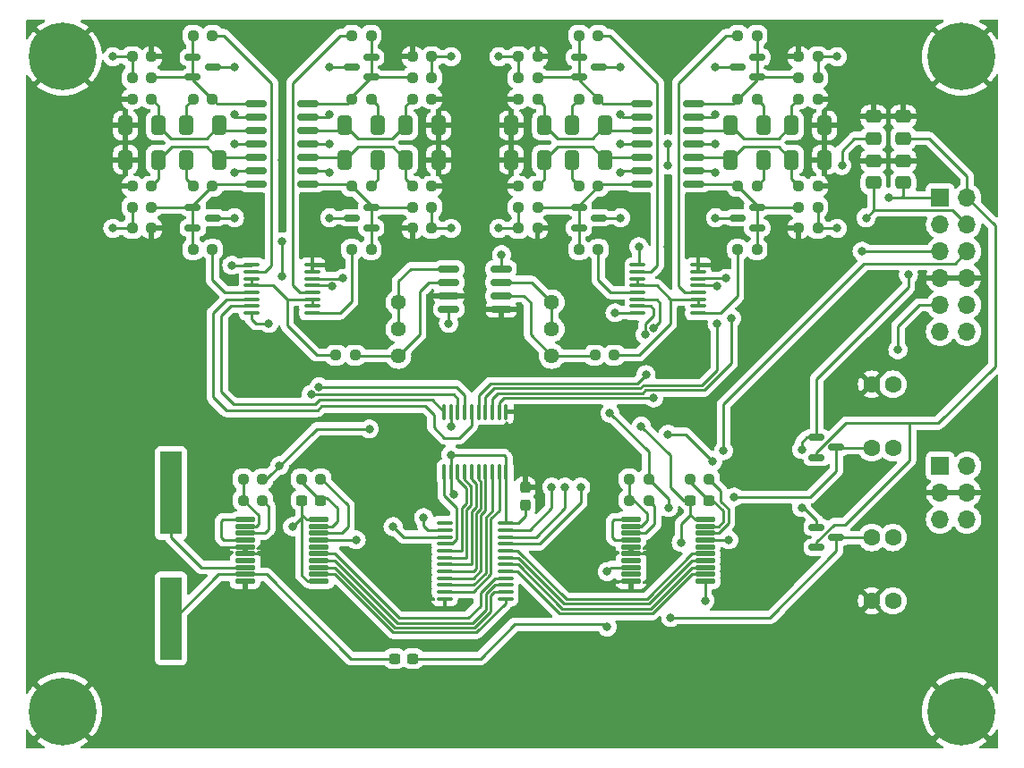
<source format=gbr>
%TF.GenerationSoftware,KiCad,Pcbnew,(6.0.0)*%
%TF.CreationDate,2022-04-09T17:12:42-04:00*%
%TF.ProjectId,ToneEncoderDecoder,546f6e65-456e-4636-9f64-65724465636f,rev?*%
%TF.SameCoordinates,Original*%
%TF.FileFunction,Copper,L1,Top*%
%TF.FilePolarity,Positive*%
%FSLAX46Y46*%
G04 Gerber Fmt 4.6, Leading zero omitted, Abs format (unit mm)*
G04 Created by KiCad (PCBNEW (6.0.0)) date 2022-04-09 17:12:42*
%MOMM*%
%LPD*%
G01*
G04 APERTURE LIST*
G04 Aperture macros list*
%AMRoundRect*
0 Rectangle with rounded corners*
0 $1 Rounding radius*
0 $2 $3 $4 $5 $6 $7 $8 $9 X,Y pos of 4 corners*
0 Add a 4 corners polygon primitive as box body*
4,1,4,$2,$3,$4,$5,$6,$7,$8,$9,$2,$3,0*
0 Add four circle primitives for the rounded corners*
1,1,$1+$1,$2,$3*
1,1,$1+$1,$4,$5*
1,1,$1+$1,$6,$7*
1,1,$1+$1,$8,$9*
0 Add four rect primitives between the rounded corners*
20,1,$1+$1,$2,$3,$4,$5,0*
20,1,$1+$1,$4,$5,$6,$7,0*
20,1,$1+$1,$6,$7,$8,$9,0*
20,1,$1+$1,$8,$9,$2,$3,0*%
G04 Aperture macros list end*
%TA.AperFunction,SMDPad,CuDef*%
%ADD10RoundRect,0.150000X-0.587500X-0.150000X0.587500X-0.150000X0.587500X0.150000X-0.587500X0.150000X0*%
%TD*%
%TA.AperFunction,SMDPad,CuDef*%
%ADD11RoundRect,0.237500X-0.250000X-0.237500X0.250000X-0.237500X0.250000X0.237500X-0.250000X0.237500X0*%
%TD*%
%TA.AperFunction,ComponentPad*%
%ADD12R,1.700000X1.700000*%
%TD*%
%TA.AperFunction,ComponentPad*%
%ADD13O,1.700000X1.700000*%
%TD*%
%TA.AperFunction,SMDPad,CuDef*%
%ADD14RoundRect,0.237500X0.250000X0.237500X-0.250000X0.237500X-0.250000X-0.237500X0.250000X-0.237500X0*%
%TD*%
%TA.AperFunction,SMDPad,CuDef*%
%ADD15RoundRect,0.150000X0.825000X0.150000X-0.825000X0.150000X-0.825000X-0.150000X0.825000X-0.150000X0*%
%TD*%
%TA.AperFunction,SMDPad,CuDef*%
%ADD16RoundRect,0.250000X-0.412500X-0.650000X0.412500X-0.650000X0.412500X0.650000X-0.412500X0.650000X0*%
%TD*%
%TA.AperFunction,ComponentPad*%
%ADD17C,1.440000*%
%TD*%
%TA.AperFunction,SMDPad,CuDef*%
%ADD18RoundRect,0.250000X0.412500X0.650000X-0.412500X0.650000X-0.412500X-0.650000X0.412500X-0.650000X0*%
%TD*%
%TA.AperFunction,ComponentPad*%
%ADD19C,6.400000*%
%TD*%
%TA.AperFunction,SMDPad,CuDef*%
%ADD20RoundRect,0.100000X0.637500X0.100000X-0.637500X0.100000X-0.637500X-0.100000X0.637500X-0.100000X0*%
%TD*%
%TA.AperFunction,SMDPad,CuDef*%
%ADD21RoundRect,0.150000X0.587500X0.150000X-0.587500X0.150000X-0.587500X-0.150000X0.587500X-0.150000X0*%
%TD*%
%TA.AperFunction,ComponentPad*%
%ADD22C,1.600000*%
%TD*%
%TA.AperFunction,SMDPad,CuDef*%
%ADD23RoundRect,0.250000X-0.475000X0.337500X-0.475000X-0.337500X0.475000X-0.337500X0.475000X0.337500X0*%
%TD*%
%TA.AperFunction,SMDPad,CuDef*%
%ADD24RoundRect,0.250000X0.475000X-0.337500X0.475000X0.337500X-0.475000X0.337500X-0.475000X-0.337500X0*%
%TD*%
%TA.AperFunction,SMDPad,CuDef*%
%ADD25RoundRect,0.237500X0.237500X-0.300000X0.237500X0.300000X-0.237500X0.300000X-0.237500X-0.300000X0*%
%TD*%
%TA.AperFunction,SMDPad,CuDef*%
%ADD26RoundRect,0.100000X-0.637500X-0.100000X0.637500X-0.100000X0.637500X0.100000X-0.637500X0.100000X0*%
%TD*%
%TA.AperFunction,SMDPad,CuDef*%
%ADD27RoundRect,0.125000X-0.825000X-0.125000X0.825000X-0.125000X0.825000X0.125000X-0.825000X0.125000X0*%
%TD*%
%TA.AperFunction,SMDPad,CuDef*%
%ADD28RoundRect,0.100000X0.100000X-0.637500X0.100000X0.637500X-0.100000X0.637500X-0.100000X-0.637500X0*%
%TD*%
%TA.AperFunction,SMDPad,CuDef*%
%ADD29RoundRect,0.237500X0.300000X0.237500X-0.300000X0.237500X-0.300000X-0.237500X0.300000X-0.237500X0*%
%TD*%
%TA.AperFunction,SMDPad,CuDef*%
%ADD30RoundRect,0.237500X-0.300000X-0.237500X0.300000X-0.237500X0.300000X0.237500X-0.300000X0.237500X0*%
%TD*%
%TA.AperFunction,SMDPad,CuDef*%
%ADD31R,2.000000X7.875000*%
%TD*%
%TA.AperFunction,SMDPad,CuDef*%
%ADD32RoundRect,0.150000X-0.825000X-0.150000X0.825000X-0.150000X0.825000X0.150000X-0.825000X0.150000X0*%
%TD*%
%TA.AperFunction,ViaPad*%
%ADD33C,0.800000*%
%TD*%
%TA.AperFunction,Conductor*%
%ADD34C,0.250000*%
%TD*%
G04 APERTURE END LIST*
D10*
%TO.P,D10,1,A1*%
%TO.N,Net-(D10-Pad1)*%
X77312500Y-35800000D03*
%TO.P,D10,2,K2*%
X77312500Y-37700000D03*
%TO.P,D10,3,K1A2*%
%TO.N,Net-(D10-Pad3)*%
X79187500Y-36750000D03*
%TD*%
D11*
%TO.P,R28,1*%
%TO.N,Net-(D4-Pad1)*%
X98087500Y-23500000D03*
%TO.P,R28,2*%
%TO.N,Net-(D4-Pad3)*%
X99912500Y-23500000D03*
%TD*%
%TO.P,R10,1*%
%TO.N,GND*%
X71587500Y-25500000D03*
%TO.P,R10,2*%
%TO.N,Net-(C27-Pad2)*%
X73412500Y-25500000D03*
%TD*%
D12*
%TO.P,J2,1,Pin_1*%
%TO.N,+5VD*%
X111500000Y-34840000D03*
D13*
%TO.P,J2,2,Pin_2*%
%TO.N,+5VA*%
X114040000Y-34840000D03*
%TO.P,J2,3,Pin_3*%
%TO.N,-5VA*%
X111500000Y-37380000D03*
%TO.P,J2,4,Pin_4*%
%TO.N,+3V3*%
X114040000Y-37380000D03*
%TO.P,J2,5,Pin_5*%
%TO.N,/TI1*%
X111500000Y-39920000D03*
%TO.P,J2,6,Pin_6*%
%TO.N,/TI2*%
X114040000Y-39920000D03*
%TO.P,J2,7,Pin_7*%
%TO.N,GND*%
X111500000Y-42460000D03*
%TO.P,J2,8,Pin_8*%
X114040000Y-42460000D03*
%TO.P,J2,9,Pin_9*%
%TO.N,/A0*%
X111500000Y-45000000D03*
%TO.P,J2,10,Pin_10*%
%TO.N,/A1*%
X114040000Y-45000000D03*
%TO.P,J2,11,Pin_11*%
%TO.N,/SDA*%
X111500000Y-47540000D03*
%TO.P,J2,12,Pin_12*%
%TO.N,/SCL*%
X114040000Y-47540000D03*
%TD*%
D14*
%TO.P,R41,1*%
%TO.N,Net-(IC7-Pad2)*%
X56162500Y-49750000D03*
%TO.P,R41,2*%
%TO.N,Net-(IC3-Pad11)*%
X54337500Y-49750000D03*
%TD*%
D15*
%TO.P,IC5,1*%
%TO.N,Net-(D1-Pad1)*%
X51725000Y-33560000D03*
%TO.P,IC5,2,-*%
%TO.N,Net-(D1-Pad3)*%
X51725000Y-32290000D03*
%TO.P,IC5,3,+*%
%TO.N,Net-(C18-Pad2)*%
X51725000Y-31020000D03*
%TO.P,IC5,4,V+*%
%TO.N,+5VA*%
X51725000Y-29750000D03*
%TO.P,IC5,5,+*%
%TO.N,Net-(C22-Pad2)*%
X51725000Y-28480000D03*
%TO.P,IC5,6,-*%
%TO.N,Net-(D3-Pad3)*%
X51725000Y-27210000D03*
%TO.P,IC5,7*%
%TO.N,Net-(D3-Pad1)*%
X51725000Y-25940000D03*
%TO.P,IC5,8*%
%TO.N,Net-(D5-Pad1)*%
X46775000Y-25940000D03*
%TO.P,IC5,9,-*%
%TO.N,Net-(D5-Pad3)*%
X46775000Y-27210000D03*
%TO.P,IC5,10,+*%
%TO.N,Net-(C26-Pad2)*%
X46775000Y-28480000D03*
%TO.P,IC5,11,V-*%
%TO.N,-5VA*%
X46775000Y-29750000D03*
%TO.P,IC5,12,+*%
%TO.N,Net-(C30-Pad2)*%
X46775000Y-31020000D03*
%TO.P,IC5,13,-*%
%TO.N,Net-(D9-Pad3)*%
X46775000Y-32290000D03*
%TO.P,IC5,14*%
%TO.N,Net-(D9-Pad1)*%
X46775000Y-33560000D03*
%TD*%
D16*
%TO.P,C28,1*%
%TO.N,Net-(C28-Pad1)*%
X40187500Y-28000000D03*
%TO.P,C28,2*%
%TO.N,Net-(C26-Pad2)*%
X43312500Y-28000000D03*
%TD*%
D17*
%TO.P,RV1,1,1*%
%TO.N,/T1*%
X60250000Y-44750000D03*
%TO.P,RV1,2,2*%
X60250000Y-47290000D03*
%TO.P,RV1,3,3*%
%TO.N,Net-(IC7-Pad2)*%
X60250000Y-49830000D03*
%TD*%
D14*
%TO.P,R32,1*%
%TO.N,Net-(D10-Pad1)*%
X73412500Y-35750000D03*
%TO.P,R32,2*%
%TO.N,Net-(D10-Pad3)*%
X71587500Y-35750000D03*
%TD*%
%TO.P,R16,1*%
%TO.N,Net-(D10-Pad1)*%
X79162500Y-33750000D03*
%TO.P,R16,2*%
%TO.N,Net-(C33-Pad1)*%
X77337500Y-33750000D03*
%TD*%
D18*
%TO.P,C22,1*%
%TO.N,GND*%
X64062500Y-28000000D03*
%TO.P,C22,2*%
%TO.N,Net-(C22-Pad2)*%
X60937500Y-28000000D03*
%TD*%
D19*
%TO.P,H2,1,1*%
%TO.N,GND*%
X113500000Y-21500000D03*
%TD*%
D11*
%TO.P,R44,1*%
%TO.N,Net-(IC8-Pad2)*%
X45587500Y-63500000D03*
%TO.P,R44,2*%
%TO.N,Net-(IC8-Pad3)*%
X47412500Y-63500000D03*
%TD*%
D20*
%TO.P,IC3,1*%
%TO.N,Net-(IC3-Pad1)*%
X52112500Y-45775000D03*
%TO.P,IC3,2*%
%TO.N,Net-(IC3-Pad11)*%
X52112500Y-45125000D03*
%TO.P,IC3,3*%
X52112500Y-44475000D03*
%TO.P,IC3,4*%
%TO.N,Net-(IC3-Pad4)*%
X52112500Y-43825000D03*
%TO.P,IC3,5*%
%TO.N,/440A*%
X52112500Y-43175000D03*
%TO.P,IC3,6*%
%TO.N,/480A*%
X52112500Y-42525000D03*
%TO.P,IC3,7,E*%
%TO.N,GND*%
X52112500Y-41875000D03*
%TO.P,IC3,8,GND*%
X52112500Y-41225000D03*
%TO.P,IC3,9,V-*%
%TO.N,-5VA*%
X46387500Y-41225000D03*
%TO.P,IC3,10*%
%TO.N,Net-(IC3-Pad10)*%
X46387500Y-41875000D03*
%TO.P,IC3,11*%
%TO.N,Net-(IC3-Pad11)*%
X46387500Y-42525000D03*
%TO.P,IC3,12*%
X46387500Y-43175000D03*
%TO.P,IC3,13*%
%TO.N,Net-(IC3-Pad13)*%
X46387500Y-43825000D03*
%TO.P,IC3,14*%
%TO.N,/620A*%
X46387500Y-44475000D03*
%TO.P,IC3,15*%
%TO.N,/350A*%
X46387500Y-45125000D03*
%TO.P,IC3,16,V+*%
%TO.N,+5VA*%
X46387500Y-45775000D03*
%TD*%
D11*
%TO.P,R17,1*%
%TO.N,GND*%
X61587500Y-37750000D03*
%TO.P,R17,2*%
%TO.N,Net-(D1-Pad3)*%
X63412500Y-37750000D03*
%TD*%
D19*
%TO.P,H4,1,1*%
%TO.N,GND*%
X113500000Y-83500000D03*
%TD*%
D11*
%TO.P,R19,1*%
%TO.N,GND*%
X61587500Y-21500000D03*
%TO.P,R19,2*%
%TO.N,Net-(D3-Pad3)*%
X63412500Y-21500000D03*
%TD*%
D21*
%TO.P,D2,1,A1*%
%TO.N,Net-(D2-Pad1)*%
X94187500Y-37700000D03*
%TO.P,D2,2,K2*%
X94187500Y-35800000D03*
%TO.P,D2,3,K1A2*%
%TO.N,Net-(D2-Pad3)*%
X92312500Y-36750000D03*
%TD*%
D11*
%TO.P,R7,1*%
%TO.N,Net-(D3-Pad1)*%
X55837500Y-25500000D03*
%TO.P,R7,2*%
%TO.N,Net-(C24-Pad1)*%
X57662500Y-25500000D03*
%TD*%
D22*
%TO.P,C36,1*%
%TO.N,GND*%
X105025000Y-52525000D03*
%TO.P,C36,2*%
%TO.N,/T1T*%
X107025000Y-52525000D03*
%TD*%
D11*
%TO.P,R46,1*%
%TO.N,Net-(IC9-Pad2)*%
X82087500Y-63500000D03*
%TO.P,R46,2*%
%TO.N,Net-(IC9-Pad3)*%
X83912500Y-63500000D03*
%TD*%
D23*
%TO.P,C40,1*%
%TO.N,GND*%
X105200000Y-27162500D03*
%TO.P,C40,2*%
%TO.N,-5VA*%
X105200000Y-29237500D03*
%TD*%
D14*
%TO.P,R31,1*%
%TO.N,Net-(D9-Pad1)*%
X36912500Y-35750000D03*
%TO.P,R31,2*%
%TO.N,Net-(D9-Pad3)*%
X35087500Y-35750000D03*
%TD*%
D21*
%TO.P,D4,1,A1*%
%TO.N,Net-(D4-Pad1)*%
X94187500Y-23450000D03*
%TO.P,D4,2,K2*%
X94187500Y-21550000D03*
%TO.P,D4,3,K1A2*%
%TO.N,Net-(D4-Pad3)*%
X92312500Y-22500000D03*
%TD*%
D14*
%TO.P,R6,1*%
%TO.N,GND*%
X99912500Y-25500000D03*
%TO.P,R6,2*%
%TO.N,Net-(C23-Pad2)*%
X98087500Y-25500000D03*
%TD*%
D18*
%TO.P,C25,1*%
%TO.N,Net-(C25-Pad1)*%
X94812500Y-28000000D03*
%TO.P,C25,2*%
%TO.N,Net-(C23-Pad2)*%
X91687500Y-28000000D03*
%TD*%
D14*
%TO.P,R45,1*%
%TO.N,/T2*%
X83912500Y-61500000D03*
%TO.P,R45,2*%
%TO.N,Net-(IC9-Pad2)*%
X82087500Y-61500000D03*
%TD*%
%TO.P,R24,1*%
%TO.N,GND*%
X73412500Y-37750000D03*
%TO.P,R24,2*%
%TO.N,Net-(D10-Pad3)*%
X71587500Y-37750000D03*
%TD*%
D24*
%TO.P,C42,1*%
%TO.N,+3V3*%
X105200000Y-33437500D03*
%TO.P,C42,2*%
%TO.N,GND*%
X105200000Y-31362500D03*
%TD*%
D25*
%TO.P,C17,1*%
%TO.N,+3V3*%
X72250000Y-64000000D03*
%TO.P,C17,2*%
%TO.N,GND*%
X72250000Y-62275000D03*
%TD*%
D14*
%TO.P,R11,1*%
%TO.N,Net-(D5-Pad1)*%
X42662500Y-25500000D03*
%TO.P,R11,2*%
%TO.N,Net-(C28-Pad1)*%
X40837500Y-25500000D03*
%TD*%
%TO.P,R37,1*%
%TO.N,Net-(IC3-Pad10)*%
X42662500Y-19500000D03*
%TO.P,R37,2*%
%TO.N,Net-(D5-Pad1)*%
X40837500Y-19500000D03*
%TD*%
D19*
%TO.P,H1,1,1*%
%TO.N,GND*%
X28500000Y-21500000D03*
%TD*%
D26*
%TO.P,IC1,1,IRQ#*%
%TO.N,unconnected-(IC1-Pad1)*%
X64637500Y-65675000D03*
%TO.P,IC1,2,A1*%
%TO.N,/A1*%
X64637500Y-66325000D03*
%TO.P,IC1,3,RESET#*%
%TO.N,+3V3*%
X64637500Y-66975000D03*
%TO.P,IC1,4,P0*%
%TO.N,Net-(IC1-Pad4)*%
X64637500Y-67625000D03*
%TO.P,IC1,5,P1*%
%TO.N,Net-(IC1-Pad5)*%
X64637500Y-68275000D03*
%TO.P,IC1,6,P2*%
%TO.N,Net-(IC1-Pad6)*%
X64637500Y-68925000D03*
%TO.P,IC1,7,P3*%
%TO.N,Net-(IC1-Pad7)*%
X64637500Y-69575000D03*
%TO.P,IC1,8,P4*%
%TO.N,Net-(IC1-Pad8)*%
X64637500Y-70225000D03*
%TO.P,IC1,9,P5*%
%TO.N,Net-(IC1-Pad9)*%
X64637500Y-70875000D03*
%TO.P,IC1,10,P6*%
%TO.N,Net-(IC1-Pad10)*%
X64637500Y-71525000D03*
%TO.P,IC1,11,P7*%
%TO.N,Net-(IC1-Pad11)*%
X64637500Y-72175000D03*
%TO.P,IC1,12,GND*%
%TO.N,GND*%
X64637500Y-72825000D03*
%TO.P,IC1,13,P8*%
%TO.N,/DA1*%
X70362500Y-72825000D03*
%TO.P,IC1,14,P9*%
%TO.N,/DA2*%
X70362500Y-72175000D03*
%TO.P,IC1,15,P10*%
%TO.N,/DA3*%
X70362500Y-71525000D03*
%TO.P,IC1,16,P11*%
%TO.N,/DA4*%
X70362500Y-70875000D03*
%TO.P,IC1,17,P12*%
%TO.N,/DB1*%
X70362500Y-70225000D03*
%TO.P,IC1,18,P13*%
%TO.N,/DB2*%
X70362500Y-69575000D03*
%TO.P,IC1,19,P14*%
%TO.N,/DB3*%
X70362500Y-68925000D03*
%TO.P,IC1,20,P15*%
%TO.N,/DB4*%
X70362500Y-68275000D03*
%TO.P,IC1,21,A0*%
%TO.N,/A0*%
X70362500Y-67625000D03*
%TO.P,IC1,22,SCL*%
%TO.N,/SCL*%
X70362500Y-66975000D03*
%TO.P,IC1,23,SDA*%
%TO.N,/SDA*%
X70362500Y-66325000D03*
%TO.P,IC1,24,VCC*%
%TO.N,+3V3*%
X70362500Y-65675000D03*
%TD*%
D11*
%TO.P,R34,1*%
%TO.N,Net-(IC4-Pad1)*%
X92337500Y-39750000D03*
%TO.P,R34,2*%
%TO.N,Net-(D2-Pad1)*%
X94162500Y-39750000D03*
%TD*%
D14*
%TO.P,R1,1*%
%TO.N,GND*%
X63412500Y-33750000D03*
%TO.P,R1,2*%
%TO.N,Net-(C18-Pad2)*%
X61587500Y-33750000D03*
%TD*%
D16*
%TO.P,C29,1*%
%TO.N,Net-(C29-Pad1)*%
X76687500Y-28000000D03*
%TO.P,C29,2*%
%TO.N,Net-(C27-Pad2)*%
X79812500Y-28000000D03*
%TD*%
D27*
%TO.P,IC8,1,IN+*%
%TO.N,Net-(IC8-Pad1)*%
X45750000Y-65325000D03*
%TO.P,IC8,2,IN-*%
%TO.N,Net-(IC8-Pad2)*%
X45750000Y-65975000D03*
%TO.P,IC8,3,GS*%
%TO.N,Net-(IC8-Pad3)*%
X45750000Y-66625000D03*
%TO.P,IC8,4,VREF*%
%TO.N,Net-(IC8-Pad1)*%
X45750000Y-67275000D03*
%TO.P,IC8,5,INH*%
%TO.N,GND*%
X45750000Y-67925000D03*
%TO.P,IC8,6,PWDN*%
X45750000Y-68575000D03*
%TO.P,IC8,7*%
%TO.N,N/C*%
X45750000Y-69225000D03*
%TO.P,IC8,8,OSC1*%
%TO.N,Net-(IC8-Pad8)*%
X45750000Y-69875000D03*
%TO.P,IC8,9,OSC2*%
%TO.N,Net-(C34-Pad2)*%
X45750000Y-70525000D03*
%TO.P,IC8,10,VSS*%
%TO.N,GND*%
X45750000Y-71175000D03*
%TO.P,IC8,11,TOE*%
%TO.N,+5VD*%
X52750000Y-71175000D03*
%TO.P,IC8,12,Q1*%
%TO.N,/DA1*%
X52750000Y-70525000D03*
%TO.P,IC8,13,Q2*%
%TO.N,/DA2*%
X52750000Y-69875000D03*
%TO.P,IC8,14,Q3*%
%TO.N,/DA3*%
X52750000Y-69225000D03*
%TO.P,IC8,15,Q4*%
%TO.N,/DA4*%
X52750000Y-68575000D03*
%TO.P,IC8,16*%
%TO.N,N/C*%
X52750000Y-67925000D03*
%TO.P,IC8,17,STD*%
%TO.N,/DH1*%
X52750000Y-67275000D03*
%TO.P,IC8,18,EST*%
%TO.N,Net-(IC8-Pad18)*%
X52750000Y-66625000D03*
%TO.P,IC8,19,ST/GT*%
%TO.N,Net-(C13-Pad2)*%
X52750000Y-65975000D03*
%TO.P,IC8,20,VDD*%
%TO.N,+5VD*%
X52750000Y-65325000D03*
%TD*%
D16*
%TO.P,C26,1*%
%TO.N,GND*%
X34437500Y-28000000D03*
%TO.P,C26,2*%
%TO.N,Net-(C26-Pad2)*%
X37562500Y-28000000D03*
%TD*%
D10*
%TO.P,D7,1,A1*%
%TO.N,-5VA*%
X99812500Y-57550000D03*
%TO.P,D7,2,K2*%
%TO.N,+5VA*%
X99812500Y-59450000D03*
%TO.P,D7,3,K1A2*%
%TO.N,/T1*%
X101687500Y-58500000D03*
%TD*%
D28*
%TO.P,IC2,1,A1*%
%TO.N,Net-(IC1-Pad4)*%
X64575000Y-60862500D03*
%TO.P,IC2,2,VCC(A)*%
%TO.N,+3V3*%
X65225000Y-60862500D03*
%TO.P,IC2,3,A2*%
%TO.N,Net-(IC1-Pad5)*%
X65875000Y-60862500D03*
%TO.P,IC2,4,A3*%
%TO.N,Net-(IC1-Pad6)*%
X66525000Y-60862500D03*
%TO.P,IC2,5,A4*%
%TO.N,Net-(IC1-Pad7)*%
X67175000Y-60862500D03*
%TO.P,IC2,6,A5*%
%TO.N,Net-(IC1-Pad8)*%
X67825000Y-60862500D03*
%TO.P,IC2,7,A6*%
%TO.N,Net-(IC1-Pad9)*%
X68475000Y-60862500D03*
%TO.P,IC2,8,A7*%
%TO.N,Net-(IC1-Pad10)*%
X69125000Y-60862500D03*
%TO.P,IC2,9,A8*%
%TO.N,Net-(IC1-Pad11)*%
X69775000Y-60862500D03*
%TO.P,IC2,10,OE*%
%TO.N,+3V3*%
X70425000Y-60862500D03*
%TO.P,IC2,11,GND*%
%TO.N,GND*%
X70425000Y-55137500D03*
%TO.P,IC2,12,B8*%
%TO.N,/620B*%
X69775000Y-55137500D03*
%TO.P,IC2,13,B7*%
%TO.N,/480B*%
X69125000Y-55137500D03*
%TO.P,IC2,14,B6*%
%TO.N,/440B*%
X68475000Y-55137500D03*
%TO.P,IC2,15,B5*%
%TO.N,/350B*%
X67825000Y-55137500D03*
%TO.P,IC2,16,B4*%
%TO.N,/620A*%
X67175000Y-55137500D03*
%TO.P,IC2,17,B3*%
%TO.N,/480A*%
X66525000Y-55137500D03*
%TO.P,IC2,18,B2*%
%TO.N,/440A*%
X65875000Y-55137500D03*
%TO.P,IC2,19,VCC(B)*%
%TO.N,+5VD*%
X65225000Y-55137500D03*
%TO.P,IC2,20,B1*%
%TO.N,/350A*%
X64575000Y-55137500D03*
%TD*%
D18*
%TO.P,C18,1*%
%TO.N,GND*%
X64062500Y-31250000D03*
%TO.P,C18,2*%
%TO.N,Net-(C18-Pad2)*%
X60937500Y-31250000D03*
%TD*%
D11*
%TO.P,R35,1*%
%TO.N,Net-(IC3-Pad4)*%
X55837500Y-19500000D03*
%TO.P,R35,2*%
%TO.N,Net-(D3-Pad1)*%
X57662500Y-19500000D03*
%TD*%
%TO.P,R25,1*%
%TO.N,Net-(D1-Pad1)*%
X61587500Y-35750000D03*
%TO.P,R25,2*%
%TO.N,Net-(D1-Pad3)*%
X63412500Y-35750000D03*
%TD*%
D29*
%TO.P,C34,1*%
%TO.N,Net-(C34-Pad1)*%
X61612500Y-78500000D03*
%TO.P,C34,2*%
%TO.N,Net-(C34-Pad2)*%
X59887500Y-78500000D03*
%TD*%
D21*
%TO.P,D1,1,A1*%
%TO.N,Net-(D1-Pad1)*%
X57687500Y-37700000D03*
%TO.P,D1,2,K2*%
X57687500Y-35800000D03*
%TO.P,D1,3,K1A2*%
%TO.N,Net-(D1-Pad3)*%
X55812500Y-36750000D03*
%TD*%
D14*
%TO.P,R43,1*%
%TO.N,/T1*%
X47412500Y-61500000D03*
%TO.P,R43,2*%
%TO.N,Net-(IC8-Pad2)*%
X45587500Y-61500000D03*
%TD*%
D11*
%TO.P,R36,1*%
%TO.N,Net-(IC4-Pad4)*%
X92337500Y-19500000D03*
%TO.P,R36,2*%
%TO.N,Net-(D4-Pad1)*%
X94162500Y-19500000D03*
%TD*%
D14*
%TO.P,R29,1*%
%TO.N,Net-(D5-Pad1)*%
X36912500Y-23500000D03*
%TO.P,R29,2*%
%TO.N,Net-(D5-Pad3)*%
X35087500Y-23500000D03*
%TD*%
D24*
%TO.P,C41,1*%
%TO.N,+5VD*%
X108000000Y-33437500D03*
%TO.P,C41,2*%
%TO.N,GND*%
X108000000Y-31362500D03*
%TD*%
D27*
%TO.P,IC9,1,IN+*%
%TO.N,Net-(IC9-Pad1)*%
X82250000Y-65320000D03*
%TO.P,IC9,2,IN-*%
%TO.N,Net-(IC9-Pad2)*%
X82250000Y-65970000D03*
%TO.P,IC9,3,GS*%
%TO.N,Net-(IC9-Pad3)*%
X82250000Y-66620000D03*
%TO.P,IC9,4,VREF*%
%TO.N,Net-(IC9-Pad1)*%
X82250000Y-67270000D03*
%TO.P,IC9,5,INH*%
%TO.N,GND*%
X82250000Y-67920000D03*
%TO.P,IC9,6,PWDN*%
X82250000Y-68570000D03*
%TO.P,IC9,7*%
%TO.N,N/C*%
X82250000Y-69220000D03*
%TO.P,IC9,8,OSC1*%
%TO.N,Net-(C34-Pad1)*%
X82250000Y-69870000D03*
%TO.P,IC9,9,OSC2*%
%TO.N,unconnected-(IC9-Pad9)*%
X82250000Y-70520000D03*
%TO.P,IC9,10,VSS*%
%TO.N,GND*%
X82250000Y-71170000D03*
%TO.P,IC9,11,TOE*%
%TO.N,+5VD*%
X89250000Y-71170000D03*
%TO.P,IC9,12,Q1*%
%TO.N,/DB1*%
X89250000Y-70520000D03*
%TO.P,IC9,13,Q2*%
%TO.N,/DB2*%
X89250000Y-69870000D03*
%TO.P,IC9,14,Q3*%
%TO.N,/DB3*%
X89250000Y-69220000D03*
%TO.P,IC9,15,Q4*%
%TO.N,/DB4*%
X89250000Y-68570000D03*
%TO.P,IC9,16*%
%TO.N,N/C*%
X89250000Y-67920000D03*
%TO.P,IC9,17,STD*%
%TO.N,/DH2*%
X89250000Y-67270000D03*
%TO.P,IC9,18,EST*%
%TO.N,Net-(IC9-Pad18)*%
X89250000Y-66620000D03*
%TO.P,IC9,19,ST/GT*%
%TO.N,Net-(C14-Pad2)*%
X89250000Y-65970000D03*
%TO.P,IC9,20,VDD*%
%TO.N,+5VD*%
X89250000Y-65320000D03*
%TD*%
D15*
%TO.P,IC6,1*%
%TO.N,Net-(D2-Pad1)*%
X88225000Y-33560000D03*
%TO.P,IC6,2,-*%
%TO.N,Net-(D2-Pad3)*%
X88225000Y-32290000D03*
%TO.P,IC6,3,+*%
%TO.N,Net-(C19-Pad2)*%
X88225000Y-31020000D03*
%TO.P,IC6,4,V+*%
%TO.N,+5VA*%
X88225000Y-29750000D03*
%TO.P,IC6,5,+*%
%TO.N,Net-(C23-Pad2)*%
X88225000Y-28480000D03*
%TO.P,IC6,6,-*%
%TO.N,Net-(D4-Pad3)*%
X88225000Y-27210000D03*
%TO.P,IC6,7*%
%TO.N,Net-(D4-Pad1)*%
X88225000Y-25940000D03*
%TO.P,IC6,8*%
%TO.N,Net-(D6-Pad1)*%
X83275000Y-25940000D03*
%TO.P,IC6,9,-*%
%TO.N,Net-(D6-Pad3)*%
X83275000Y-27210000D03*
%TO.P,IC6,10,+*%
%TO.N,Net-(C27-Pad2)*%
X83275000Y-28480000D03*
%TO.P,IC6,11,V-*%
%TO.N,-5VA*%
X83275000Y-29750000D03*
%TO.P,IC6,12,+*%
%TO.N,Net-(C31-Pad2)*%
X83275000Y-31020000D03*
%TO.P,IC6,13,-*%
%TO.N,Net-(D10-Pad3)*%
X83275000Y-32290000D03*
%TO.P,IC6,14*%
%TO.N,Net-(D10-Pad1)*%
X83275000Y-33560000D03*
%TD*%
D10*
%TO.P,D6,1,A1*%
%TO.N,Net-(D6-Pad1)*%
X77312500Y-21550000D03*
%TO.P,D6,2,K2*%
X77312500Y-23450000D03*
%TO.P,D6,3,K1A2*%
%TO.N,Net-(D6-Pad3)*%
X79187500Y-22500000D03*
%TD*%
D20*
%TO.P,IC4,1*%
%TO.N,Net-(IC4-Pad1)*%
X88612500Y-45775000D03*
%TO.P,IC4,2*%
%TO.N,Net-(IC4-Pad11)*%
X88612500Y-45125000D03*
%TO.P,IC4,3*%
X88612500Y-44475000D03*
%TO.P,IC4,4*%
%TO.N,Net-(IC4-Pad4)*%
X88612500Y-43825000D03*
%TO.P,IC4,5*%
%TO.N,/440B*%
X88612500Y-43175000D03*
%TO.P,IC4,6*%
%TO.N,/480B*%
X88612500Y-42525000D03*
%TO.P,IC4,7,E*%
%TO.N,GND*%
X88612500Y-41875000D03*
%TO.P,IC4,8,GND*%
X88612500Y-41225000D03*
%TO.P,IC4,9,V-*%
%TO.N,-5VA*%
X82887500Y-41225000D03*
%TO.P,IC4,10*%
%TO.N,Net-(IC4-Pad10)*%
X82887500Y-41875000D03*
%TO.P,IC4,11*%
%TO.N,Net-(IC4-Pad11)*%
X82887500Y-42525000D03*
%TO.P,IC4,12*%
X82887500Y-43175000D03*
%TO.P,IC4,13*%
%TO.N,Net-(IC4-Pad13)*%
X82887500Y-43825000D03*
%TO.P,IC4,14*%
%TO.N,/620B*%
X82887500Y-44475000D03*
%TO.P,IC4,15*%
%TO.N,/350B*%
X82887500Y-45125000D03*
%TO.P,IC4,16,V+*%
%TO.N,+5VA*%
X82887500Y-45775000D03*
%TD*%
D14*
%TO.P,R30,1*%
%TO.N,Net-(D6-Pad1)*%
X73412500Y-23500000D03*
%TO.P,R30,2*%
%TO.N,Net-(D6-Pad3)*%
X71587500Y-23500000D03*
%TD*%
D18*
%TO.P,C20,1*%
%TO.N,Net-(C20-Pad1)*%
X58312500Y-31250000D03*
%TO.P,C20,2*%
%TO.N,Net-(C18-Pad2)*%
X55187500Y-31250000D03*
%TD*%
D11*
%TO.P,R8,1*%
%TO.N,Net-(D4-Pad1)*%
X92337500Y-25500000D03*
%TO.P,R8,2*%
%TO.N,Net-(C25-Pad1)*%
X94162500Y-25500000D03*
%TD*%
D14*
%TO.P,R40,1*%
%TO.N,Net-(IC4-Pad13)*%
X79162500Y-39750000D03*
%TO.P,R40,2*%
%TO.N,Net-(D10-Pad1)*%
X77337500Y-39750000D03*
%TD*%
D11*
%TO.P,R4,1*%
%TO.N,Net-(D2-Pad1)*%
X92337500Y-33750000D03*
%TO.P,R4,2*%
%TO.N,Net-(C21-Pad1)*%
X94162500Y-33750000D03*
%TD*%
D16*
%TO.P,C30,1*%
%TO.N,GND*%
X34437500Y-31250000D03*
%TO.P,C30,2*%
%TO.N,Net-(C30-Pad2)*%
X37562500Y-31250000D03*
%TD*%
D14*
%TO.P,R12,1*%
%TO.N,Net-(D6-Pad1)*%
X79162500Y-25500000D03*
%TO.P,R12,2*%
%TO.N,Net-(C29-Pad1)*%
X77337500Y-25500000D03*
%TD*%
D11*
%TO.P,R3,1*%
%TO.N,Net-(D1-Pad1)*%
X55837500Y-33750000D03*
%TO.P,R3,2*%
%TO.N,Net-(C20-Pad1)*%
X57662500Y-33750000D03*
%TD*%
D22*
%TO.P,C38,1*%
%TO.N,GND*%
X105025000Y-73025000D03*
%TO.P,C38,2*%
%TO.N,/T2T*%
X107025000Y-73025000D03*
%TD*%
D14*
%TO.P,R47,1*%
%TO.N,Net-(IC8-Pad18)*%
X52912500Y-61500000D03*
%TO.P,R47,2*%
%TO.N,Net-(C13-Pad2)*%
X51087500Y-61500000D03*
%TD*%
D10*
%TO.P,D8,1,A1*%
%TO.N,-5VA*%
X99812500Y-66050000D03*
%TO.P,D8,2,K2*%
%TO.N,+5VA*%
X99812500Y-67950000D03*
%TO.P,D8,3,K1A2*%
%TO.N,/T2*%
X101687500Y-67000000D03*
%TD*%
D30*
%TO.P,C13,1*%
%TO.N,+5VD*%
X51137500Y-63500000D03*
%TO.P,C13,2*%
%TO.N,Net-(C13-Pad2)*%
X52862500Y-63500000D03*
%TD*%
D19*
%TO.P,H3,1,1*%
%TO.N,GND*%
X28500000Y-83500000D03*
%TD*%
D18*
%TO.P,C23,1*%
%TO.N,GND*%
X100562500Y-28000000D03*
%TO.P,C23,2*%
%TO.N,Net-(C23-Pad2)*%
X97437500Y-28000000D03*
%TD*%
D14*
%TO.P,R5,1*%
%TO.N,GND*%
X63412500Y-25500000D03*
%TO.P,R5,2*%
%TO.N,Net-(C22-Pad2)*%
X61587500Y-25500000D03*
%TD*%
%TO.P,R15,1*%
%TO.N,Net-(D9-Pad1)*%
X42662500Y-33750000D03*
%TO.P,R15,2*%
%TO.N,Net-(C32-Pad1)*%
X40837500Y-33750000D03*
%TD*%
D22*
%TO.P,C35,1*%
%TO.N,/T1*%
X105025000Y-58525000D03*
%TO.P,C35,2*%
%TO.N,/T1R*%
X107025000Y-58525000D03*
%TD*%
D14*
%TO.P,R22,1*%
%TO.N,GND*%
X73412500Y-21500000D03*
%TO.P,R22,2*%
%TO.N,Net-(D6-Pad3)*%
X71587500Y-21500000D03*
%TD*%
%TO.P,R2,1*%
%TO.N,GND*%
X99912500Y-33750000D03*
%TO.P,R2,2*%
%TO.N,Net-(C19-Pad2)*%
X98087500Y-33750000D03*
%TD*%
%TO.P,R39,1*%
%TO.N,Net-(IC3-Pad13)*%
X42662500Y-39750000D03*
%TO.P,R39,2*%
%TO.N,Net-(D9-Pad1)*%
X40837500Y-39750000D03*
%TD*%
D18*
%TO.P,C19,1*%
%TO.N,GND*%
X100562500Y-31250000D03*
%TO.P,C19,2*%
%TO.N,Net-(C19-Pad2)*%
X97437500Y-31250000D03*
%TD*%
D11*
%TO.P,R18,1*%
%TO.N,GND*%
X98087500Y-37750000D03*
%TO.P,R18,2*%
%TO.N,Net-(D2-Pad3)*%
X99912500Y-37750000D03*
%TD*%
%TO.P,R42,1*%
%TO.N,Net-(IC7-Pad6)*%
X78837500Y-49750000D03*
%TO.P,R42,2*%
%TO.N,Net-(IC4-Pad11)*%
X80662500Y-49750000D03*
%TD*%
D31*
%TO.P,Y1,1,1*%
%TO.N,Net-(IC8-Pad8)*%
X38750000Y-62812500D03*
%TO.P,Y1,2,2*%
%TO.N,Net-(C34-Pad2)*%
X38750000Y-74687500D03*
%TD*%
D32*
%TO.P,IC7,1*%
%TO.N,/T1*%
X65025000Y-41595000D03*
%TO.P,IC7,2,-*%
%TO.N,Net-(IC7-Pad2)*%
X65025000Y-42865000D03*
%TO.P,IC7,3,+*%
%TO.N,GND*%
X65025000Y-44135000D03*
%TO.P,IC7,4,V-*%
%TO.N,-5VA*%
X65025000Y-45405000D03*
%TO.P,IC7,5,+*%
%TO.N,GND*%
X69975000Y-45405000D03*
%TO.P,IC7,6,-*%
%TO.N,Net-(IC7-Pad6)*%
X69975000Y-44135000D03*
%TO.P,IC7,7*%
%TO.N,/T2*%
X69975000Y-42865000D03*
%TO.P,IC7,8,V+*%
%TO.N,+5VA*%
X69975000Y-41595000D03*
%TD*%
D16*
%TO.P,C32,1*%
%TO.N,Net-(C32-Pad1)*%
X40187500Y-31250000D03*
%TO.P,C32,2*%
%TO.N,Net-(C30-Pad2)*%
X43312500Y-31250000D03*
%TD*%
%TO.P,C33,1*%
%TO.N,Net-(C33-Pad1)*%
X76687500Y-31250000D03*
%TO.P,C33,2*%
%TO.N,Net-(C31-Pad2)*%
X79812500Y-31250000D03*
%TD*%
D10*
%TO.P,D9,1,A1*%
%TO.N,Net-(D9-Pad1)*%
X40812500Y-35800000D03*
%TO.P,D9,2,K2*%
X40812500Y-37700000D03*
%TO.P,D9,3,K1A2*%
%TO.N,Net-(D9-Pad3)*%
X42687500Y-36750000D03*
%TD*%
D24*
%TO.P,C39,1*%
%TO.N,+5VA*%
X108000000Y-29237500D03*
%TO.P,C39,2*%
%TO.N,GND*%
X108000000Y-27162500D03*
%TD*%
D12*
%TO.P,J1,1,Pin_1*%
%TO.N,/T1R*%
X111500000Y-60250000D03*
D13*
%TO.P,J1,2,Pin_2*%
%TO.N,/T1T*%
X114040000Y-60250000D03*
%TO.P,J1,3,Pin_3*%
%TO.N,GND*%
X111500000Y-62790000D03*
%TO.P,J1,4,Pin_4*%
X114040000Y-62790000D03*
%TO.P,J1,5,Pin_5*%
%TO.N,/T2R*%
X111500000Y-65330000D03*
%TO.P,J1,6,Pin_6*%
%TO.N,/T2T*%
X114040000Y-65330000D03*
%TD*%
D10*
%TO.P,D5,1,A1*%
%TO.N,Net-(D5-Pad1)*%
X40812500Y-21550000D03*
%TO.P,D5,2,K2*%
X40812500Y-23450000D03*
%TO.P,D5,3,K1A2*%
%TO.N,Net-(D5-Pad3)*%
X42687500Y-22500000D03*
%TD*%
D11*
%TO.P,R14,1*%
%TO.N,GND*%
X71587500Y-33750000D03*
%TO.P,R14,2*%
%TO.N,Net-(C31-Pad2)*%
X73412500Y-33750000D03*
%TD*%
D22*
%TO.P,C37,1*%
%TO.N,/T2*%
X105025000Y-67025000D03*
%TO.P,C37,2*%
%TO.N,/T2R*%
X107025000Y-67025000D03*
%TD*%
D11*
%TO.P,R27,1*%
%TO.N,Net-(D3-Pad1)*%
X61587500Y-23500000D03*
%TO.P,R27,2*%
%TO.N,Net-(D3-Pad3)*%
X63412500Y-23500000D03*
%TD*%
%TO.P,R26,1*%
%TO.N,Net-(D2-Pad1)*%
X98087500Y-35750000D03*
%TO.P,R26,2*%
%TO.N,Net-(D2-Pad3)*%
X99912500Y-35750000D03*
%TD*%
D14*
%TO.P,R38,1*%
%TO.N,Net-(IC4-Pad10)*%
X79162500Y-19500000D03*
%TO.P,R38,2*%
%TO.N,Net-(D6-Pad1)*%
X77337500Y-19500000D03*
%TD*%
%TO.P,R23,1*%
%TO.N,GND*%
X36912500Y-37750000D03*
%TO.P,R23,2*%
%TO.N,Net-(D9-Pad3)*%
X35087500Y-37750000D03*
%TD*%
D30*
%TO.P,C14,1*%
%TO.N,+5VD*%
X87887500Y-63500000D03*
%TO.P,C14,2*%
%TO.N,Net-(C14-Pad2)*%
X89612500Y-63500000D03*
%TD*%
D14*
%TO.P,R48,1*%
%TO.N,Net-(IC9-Pad18)*%
X89662500Y-61500000D03*
%TO.P,R48,2*%
%TO.N,Net-(C14-Pad2)*%
X87837500Y-61500000D03*
%TD*%
D21*
%TO.P,D3,1,A1*%
%TO.N,Net-(D3-Pad1)*%
X57687500Y-23450000D03*
%TO.P,D3,2,K2*%
X57687500Y-21550000D03*
%TO.P,D3,3,K1A2*%
%TO.N,Net-(D3-Pad3)*%
X55812500Y-22500000D03*
%TD*%
D14*
%TO.P,R21,1*%
%TO.N,GND*%
X36912500Y-21500000D03*
%TO.P,R21,2*%
%TO.N,Net-(D5-Pad3)*%
X35087500Y-21500000D03*
%TD*%
D16*
%TO.P,C31,1*%
%TO.N,GND*%
X70937500Y-31250000D03*
%TO.P,C31,2*%
%TO.N,Net-(C31-Pad2)*%
X74062500Y-31250000D03*
%TD*%
D18*
%TO.P,C24,1*%
%TO.N,Net-(C24-Pad1)*%
X58312500Y-28000000D03*
%TO.P,C24,2*%
%TO.N,Net-(C22-Pad2)*%
X55187500Y-28000000D03*
%TD*%
D11*
%TO.P,R13,1*%
%TO.N,GND*%
X35087500Y-33750000D03*
%TO.P,R13,2*%
%TO.N,Net-(C30-Pad2)*%
X36912500Y-33750000D03*
%TD*%
D17*
%TO.P,RV2,1,1*%
%TO.N,/T2*%
X74750000Y-44750000D03*
%TO.P,RV2,2,2*%
X74750000Y-47290000D03*
%TO.P,RV2,3,3*%
%TO.N,Net-(IC7-Pad6)*%
X74750000Y-49830000D03*
%TD*%
D11*
%TO.P,R20,1*%
%TO.N,GND*%
X98087500Y-21500000D03*
%TO.P,R20,2*%
%TO.N,Net-(D4-Pad3)*%
X99912500Y-21500000D03*
%TD*%
%TO.P,R9,1*%
%TO.N,GND*%
X35087500Y-25500000D03*
%TO.P,R9,2*%
%TO.N,Net-(C26-Pad2)*%
X36912500Y-25500000D03*
%TD*%
D16*
%TO.P,C27,1*%
%TO.N,GND*%
X70937500Y-28000000D03*
%TO.P,C27,2*%
%TO.N,Net-(C27-Pad2)*%
X74062500Y-28000000D03*
%TD*%
D11*
%TO.P,R33,1*%
%TO.N,Net-(IC3-Pad1)*%
X55837500Y-39750000D03*
%TO.P,R33,2*%
%TO.N,Net-(D1-Pad1)*%
X57662500Y-39750000D03*
%TD*%
D18*
%TO.P,C21,1*%
%TO.N,Net-(C21-Pad1)*%
X94812500Y-31250000D03*
%TO.P,C21,2*%
%TO.N,Net-(C19-Pad2)*%
X91687500Y-31250000D03*
%TD*%
D33*
%TO.N,+5VD*%
X89250000Y-73000000D03*
X106600000Y-34800000D03*
X83225500Y-56475500D03*
X50250000Y-66000000D03*
X65200000Y-56475500D03*
X87000000Y-67500000D03*
%TO.N,GND*%
X81250000Y-38250000D03*
X98000000Y-69800000D03*
X67250000Y-40750000D03*
X81250000Y-38250000D03*
X73750000Y-59750000D03*
X90250000Y-38250000D03*
X103500000Y-44700000D03*
X62200000Y-68600000D03*
X44750000Y-38250000D03*
X62800000Y-61200000D03*
X102400000Y-62700000D03*
X54250000Y-38250000D03*
X49250000Y-31250000D03*
X85750000Y-39500000D03*
X76750000Y-67500000D03*
X67500000Y-29750000D03*
%TO.N,+5VA*%
X48000000Y-46750000D03*
X53750000Y-29750000D03*
X70000000Y-40250000D03*
X49250000Y-39000000D03*
X49250000Y-42250000D03*
X90250000Y-29750000D03*
X80750000Y-45750000D03*
%TO.N,-5VA*%
X65000000Y-46750000D03*
X81250000Y-29750000D03*
X102200000Y-31800000D03*
X85750000Y-29750000D03*
X44500000Y-41250000D03*
X98400000Y-58700000D03*
X98400000Y-64200000D03*
X83000000Y-39500000D03*
X108500000Y-42100000D03*
X44750000Y-29750000D03*
X85750000Y-31750000D03*
%TO.N,+3V3*%
X90000000Y-59800000D03*
X65512299Y-62987701D03*
X65200000Y-59200000D03*
X104500000Y-36750000D03*
X59750000Y-66000000D03*
X85750000Y-57250000D03*
%TO.N,Net-(C34-Pad1)*%
X80000000Y-75500000D03*
X80000000Y-70250000D03*
%TO.N,/T1*%
X57500000Y-56750000D03*
X92000000Y-63200000D03*
X49025000Y-60225000D03*
%TO.N,/T2*%
X86000000Y-74600000D03*
X80250000Y-55250000D03*
X85800000Y-64200000D03*
%TO.N,Net-(D1-Pad3)*%
X53750000Y-36750000D03*
X65250000Y-37750000D03*
X53750000Y-32500000D03*
%TO.N,Net-(D2-Pad3)*%
X101750000Y-37750000D03*
X90250000Y-32500000D03*
X90250000Y-36750000D03*
%TO.N,Net-(D3-Pad3)*%
X53750000Y-27000000D03*
X65250000Y-21500000D03*
X53750000Y-22500000D03*
%TO.N,Net-(D4-Pad3)*%
X101750000Y-21500000D03*
X90250000Y-27000000D03*
X90250000Y-22500000D03*
%TO.N,Net-(D5-Pad3)*%
X33250000Y-21500000D03*
X44750000Y-22500000D03*
X44750000Y-27000000D03*
%TO.N,Net-(D6-Pad3)*%
X81250000Y-22500000D03*
X81250000Y-27000000D03*
X69750000Y-21500000D03*
%TO.N,Net-(D9-Pad3)*%
X33250000Y-37750000D03*
X44750000Y-32500000D03*
X44750000Y-36750000D03*
%TO.N,Net-(D10-Pad3)*%
X81250000Y-36750000D03*
X81250000Y-32500000D03*
X69750000Y-37750000D03*
%TO.N,/A1*%
X62637299Y-65137299D03*
%TO.N,/A0*%
X77500000Y-62250000D03*
X107500000Y-49250000D03*
%TO.N,/SCL*%
X76000000Y-62250000D03*
%TO.N,/SDA*%
X74750000Y-62250000D03*
%TO.N,/620B*%
X84400000Y-53800000D03*
X84400000Y-47200000D03*
%TO.N,/480B*%
X91250000Y-42500000D03*
X91750000Y-46250000D03*
%TO.N,/440B*%
X90400000Y-46800000D03*
X90400000Y-43224500D03*
%TO.N,/350B*%
X83600000Y-47800000D03*
X83675500Y-51600000D03*
%TO.N,/480A*%
X52750000Y-52750000D03*
X55000000Y-42500000D03*
%TO.N,/440A*%
X54000000Y-43250000D03*
X52000000Y-53500000D03*
%TO.N,/DH1*%
X56250000Y-67250000D03*
%TO.N,/DH2*%
X91500000Y-67250000D03*
%TO.N,/TI1*%
X104112299Y-39912299D03*
%TO.N,/TI2*%
X91000000Y-58800000D03*
%TD*%
D34*
%TO.N,+5VD*%
X87887500Y-63500000D02*
X87887500Y-64862500D01*
X51137500Y-70637500D02*
X51675000Y-71175000D01*
X88345000Y-65320000D02*
X89250000Y-65320000D01*
X87887500Y-64862500D02*
X87000000Y-65750000D01*
X51575000Y-65325000D02*
X51137500Y-64887500D01*
X87000000Y-65750000D02*
X87000000Y-67500000D01*
X83225500Y-56475500D02*
X86000000Y-59250000D01*
X51675000Y-71175000D02*
X52750000Y-71175000D01*
X87887500Y-64862500D02*
X88345000Y-65320000D01*
X65200000Y-56475500D02*
X65225000Y-56450500D01*
X86000000Y-59250000D02*
X86000000Y-62250000D01*
X51137500Y-64887500D02*
X51137500Y-63500000D01*
X106640000Y-34840000D02*
X107840000Y-34840000D01*
X107840000Y-34840000D02*
X111500000Y-34840000D01*
X65225000Y-56450500D02*
X65225000Y-55137500D01*
X86000000Y-62250000D02*
X87250000Y-63500000D01*
X108000000Y-34680000D02*
X107840000Y-34840000D01*
X106600000Y-34800000D02*
X106640000Y-34840000D01*
X51137500Y-64887500D02*
X51137500Y-70637500D01*
X108000000Y-33437500D02*
X108000000Y-34680000D01*
X52750000Y-65325000D02*
X51575000Y-65325000D01*
X50250000Y-66000000D02*
X51137500Y-65112500D01*
X87250000Y-63500000D02*
X87887500Y-63500000D01*
X51137500Y-65112500D02*
X51137500Y-63500000D01*
X89250000Y-73000000D02*
X89250000Y-71170000D01*
%TO.N,GND*%
X45750000Y-68575000D02*
X49175000Y-68575000D01*
X45750000Y-67925000D02*
X44075000Y-67925000D01*
X82250000Y-68570000D02*
X84320000Y-68570000D01*
X45750000Y-68575000D02*
X45750000Y-67925000D01*
X82250000Y-71170000D02*
X80330000Y-71170000D01*
%TO.N,+5VA*%
X99812500Y-58966428D02*
X100903448Y-57875480D01*
X51725000Y-29750000D02*
X53750000Y-29750000D01*
X49250000Y-39000000D02*
X49250000Y-42250000D01*
X110437500Y-29237500D02*
X114040000Y-32840000D01*
X108600000Y-59700000D02*
X102500000Y-65800000D01*
X80750000Y-45750000D02*
X82862500Y-45750000D01*
X48000000Y-46750000D02*
X46750000Y-46750000D01*
X114040000Y-32840000D02*
X114040000Y-34840000D01*
X116700000Y-50800000D02*
X116700000Y-37500000D01*
X108000000Y-29237500D02*
X110437500Y-29237500D01*
X116700000Y-37500000D02*
X114040000Y-34840000D01*
X69975000Y-40275000D02*
X69975000Y-41595000D01*
X88225000Y-29750000D02*
X90250000Y-29750000D01*
X102600000Y-56200000D02*
X108600000Y-56200000D01*
X46387500Y-46387500D02*
X46387500Y-45775000D01*
X99812500Y-67466428D02*
X99812500Y-67950000D01*
X70000000Y-40250000D02*
X69975000Y-40275000D01*
X108600000Y-56200000D02*
X108600000Y-59700000D01*
X100924520Y-57875480D02*
X102600000Y-56200000D01*
X46750000Y-46750000D02*
X46387500Y-46387500D01*
X82862500Y-45750000D02*
X82887500Y-45775000D01*
X100903448Y-57875480D02*
X100924520Y-57875480D01*
X111300000Y-56200000D02*
X116700000Y-50800000D01*
X108600000Y-56200000D02*
X111300000Y-56200000D01*
X102500000Y-65800000D02*
X101478928Y-65800000D01*
X101478928Y-65800000D02*
X99812500Y-67466428D01*
X99812500Y-59450000D02*
X99812500Y-58966428D01*
%TO.N,-5VA*%
X108500000Y-43300000D02*
X108500000Y-42100000D01*
X98400000Y-58700000D02*
X98400000Y-58000000D01*
X83275000Y-29750000D02*
X81250000Y-29750000D01*
X102200000Y-30400000D02*
X103362500Y-29237500D01*
X99812500Y-66050000D02*
X99812500Y-65412500D01*
X99812500Y-57550000D02*
X99812500Y-51987500D01*
X83000000Y-41112500D02*
X82887500Y-41225000D01*
X85750000Y-29750000D02*
X85750000Y-31750000D01*
X46775000Y-29750000D02*
X44750000Y-29750000D01*
X98600000Y-64200000D02*
X98400000Y-64200000D01*
X99812500Y-65412500D02*
X98600000Y-64200000D01*
X102200000Y-31800000D02*
X102200000Y-30400000D01*
X83000000Y-39500000D02*
X83000000Y-41112500D01*
X103362500Y-29237500D02*
X105200000Y-29237500D01*
X98400000Y-58000000D02*
X98850000Y-57550000D01*
X65025000Y-45405000D02*
X65025000Y-46725000D01*
X46362500Y-41250000D02*
X46387500Y-41225000D01*
X98850000Y-57550000D02*
X99812500Y-57550000D01*
X65025000Y-46725000D02*
X65000000Y-46750000D01*
X99812500Y-51987500D02*
X108500000Y-43300000D01*
X44500000Y-41250000D02*
X46362500Y-41250000D01*
%TO.N,Net-(C13-Pad2)*%
X54500000Y-65455358D02*
X53980358Y-65975000D01*
X53500000Y-63250000D02*
X54500000Y-64250000D01*
X52862500Y-63500000D02*
X53112500Y-63250000D01*
X53112500Y-63250000D02*
X53500000Y-63250000D01*
X52862500Y-63500000D02*
X51087500Y-61725000D01*
X53980358Y-65975000D02*
X52750000Y-65975000D01*
X54500000Y-64250000D02*
X54500000Y-65455358D01*
X51087500Y-61725000D02*
X51087500Y-61500000D01*
%TO.N,Net-(C14-Pad2)*%
X89612500Y-63500000D02*
X90000000Y-63500000D01*
X90530000Y-65970000D02*
X89250000Y-65970000D01*
X91000000Y-65500000D02*
X90530000Y-65970000D01*
X89612500Y-63500000D02*
X87837500Y-61725000D01*
X87837500Y-61725000D02*
X87837500Y-61500000D01*
X91000000Y-64500000D02*
X91000000Y-65500000D01*
X90000000Y-63500000D02*
X91000000Y-64500000D01*
%TO.N,+3V3*%
X70425000Y-60862500D02*
X70425000Y-65612500D01*
X65225000Y-60862500D02*
X65225000Y-59225000D01*
X60725000Y-66975000D02*
X64637500Y-66975000D01*
X65225000Y-62700402D02*
X65512299Y-62987701D01*
X59750000Y-66000000D02*
X60725000Y-66975000D01*
X70250000Y-59250000D02*
X70425000Y-59425000D01*
X112674511Y-36014511D02*
X105235489Y-36014511D01*
X72250000Y-65000000D02*
X71575000Y-65675000D01*
X65200000Y-59200000D02*
X65250000Y-59250000D01*
X105200000Y-33437500D02*
X105200000Y-35979022D01*
X72250000Y-64000000D02*
X72250000Y-65000000D01*
X71575000Y-65675000D02*
X70362500Y-65675000D01*
X105200000Y-35979022D02*
X105235489Y-36014511D01*
X65225000Y-59225000D02*
X65200000Y-59200000D01*
X70425000Y-59425000D02*
X70425000Y-60862500D01*
X105235489Y-36014511D02*
X104500000Y-36750000D01*
X87450000Y-57250000D02*
X85750000Y-57250000D01*
X70425000Y-65612500D02*
X70362500Y-65675000D01*
X65250000Y-59250000D02*
X70250000Y-59250000D01*
X65225000Y-60862500D02*
X65225000Y-62700402D01*
X114040000Y-37380000D02*
X112674511Y-36014511D01*
X90000000Y-59800000D02*
X87450000Y-57250000D01*
%TO.N,Net-(C18-Pad2)*%
X60937500Y-31250000D02*
X60937500Y-33100000D01*
X59712980Y-30025480D02*
X60937500Y-31250000D01*
X55187500Y-31250000D02*
X56412020Y-30025480D01*
X51725000Y-31020000D02*
X54957500Y-31020000D01*
X60937500Y-33100000D02*
X61587500Y-33750000D01*
X56412020Y-30025480D02*
X59712980Y-30025480D01*
X54957500Y-31020000D02*
X55187500Y-31250000D01*
%TO.N,Net-(C19-Pad2)*%
X88225000Y-31020000D02*
X91457500Y-31020000D01*
X97437500Y-31250000D02*
X97437500Y-33100000D01*
X91687500Y-31250000D02*
X92912020Y-30025480D01*
X91457500Y-31020000D02*
X91687500Y-31250000D01*
X92912020Y-30025480D02*
X96212980Y-30025480D01*
X96212980Y-30025480D02*
X97437500Y-31250000D01*
X97437500Y-33100000D02*
X98087500Y-33750000D01*
%TO.N,Net-(C20-Pad1)*%
X58312500Y-31250000D02*
X58312500Y-33100000D01*
X58312500Y-33100000D02*
X57662500Y-33750000D01*
%TO.N,Net-(C21-Pad1)*%
X94812500Y-31250000D02*
X94812500Y-33100000D01*
X94812500Y-33100000D02*
X94162500Y-33750000D01*
%TO.N,Net-(C22-Pad2)*%
X54707500Y-28480000D02*
X55187500Y-28000000D01*
X51725000Y-28480000D02*
X54707500Y-28480000D01*
X55187500Y-28000000D02*
X56437500Y-29250000D01*
X60937500Y-28000000D02*
X60937500Y-26150000D01*
X56437500Y-29250000D02*
X59687500Y-29250000D01*
X59687500Y-29250000D02*
X60937500Y-28000000D01*
X60937500Y-26150000D02*
X61587500Y-25500000D01*
%TO.N,Net-(C23-Pad2)*%
X91207500Y-28480000D02*
X91687500Y-28000000D01*
X97437500Y-28000000D02*
X97437500Y-26150000D01*
X97437500Y-26150000D02*
X98087500Y-25500000D01*
X91687500Y-28000000D02*
X92912020Y-29224520D01*
X88225000Y-28480000D02*
X91207500Y-28480000D01*
X96212980Y-29224520D02*
X97437500Y-28000000D01*
X92912020Y-29224520D02*
X96212980Y-29224520D01*
%TO.N,Net-(C24-Pad1)*%
X58312500Y-26150000D02*
X57662500Y-25500000D01*
X58312500Y-28000000D02*
X58312500Y-26150000D01*
%TO.N,Net-(C25-Pad1)*%
X94812500Y-28000000D02*
X94812500Y-26150000D01*
X94812500Y-26150000D02*
X94162500Y-25500000D01*
%TO.N,Net-(C26-Pad2)*%
X37562500Y-26150000D02*
X36912500Y-25500000D01*
X37562500Y-28000000D02*
X37562500Y-28062500D01*
X43792500Y-28480000D02*
X43312500Y-28000000D01*
X46775000Y-28480000D02*
X43792500Y-28480000D01*
X37562500Y-28000000D02*
X37562500Y-26150000D01*
X38724520Y-29224520D02*
X42087980Y-29224520D01*
X42087980Y-29224520D02*
X43312500Y-28000000D01*
X37562500Y-28062500D02*
X38724520Y-29224520D01*
%TO.N,Net-(C27-Pad2)*%
X74062500Y-28000000D02*
X74062500Y-26150000D01*
X80292500Y-28480000D02*
X79812500Y-28000000D01*
X74062500Y-26150000D02*
X73412500Y-25500000D01*
X75287020Y-29224520D02*
X74062500Y-28000000D01*
X78587980Y-29224520D02*
X75287020Y-29224520D01*
X79812500Y-28000000D02*
X78587980Y-29224520D01*
X83275000Y-28480000D02*
X80292500Y-28480000D01*
%TO.N,Net-(C28-Pad1)*%
X40187500Y-26150000D02*
X40837500Y-25500000D01*
X40187500Y-28000000D02*
X40187500Y-26150000D01*
%TO.N,Net-(C29-Pad1)*%
X76687500Y-28000000D02*
X76687500Y-26150000D01*
X76687500Y-26150000D02*
X77337500Y-25500000D01*
%TO.N,Net-(C30-Pad2)*%
X46775000Y-31020000D02*
X43542500Y-31020000D01*
X37562500Y-31250000D02*
X38787020Y-30025480D01*
X42087980Y-30025480D02*
X43312500Y-31250000D01*
X37562500Y-33100000D02*
X36912500Y-33750000D01*
X37562500Y-31250000D02*
X37562500Y-33100000D01*
X38787020Y-30025480D02*
X42087980Y-30025480D01*
X43542500Y-31020000D02*
X43312500Y-31250000D01*
%TO.N,Net-(C31-Pad2)*%
X74062500Y-33100000D02*
X73412500Y-33750000D01*
X74062500Y-31250000D02*
X74062500Y-33100000D01*
X80042500Y-31020000D02*
X79812500Y-31250000D01*
X83275000Y-31020000D02*
X80042500Y-31020000D01*
X79812500Y-31250000D02*
X78587980Y-30025480D01*
X78587980Y-30025480D02*
X75287020Y-30025480D01*
X75287020Y-30025480D02*
X74062500Y-31250000D01*
%TO.N,Net-(C32-Pad1)*%
X40187500Y-31250000D02*
X40187500Y-33100000D01*
X40187500Y-33100000D02*
X40837500Y-33750000D01*
%TO.N,Net-(C33-Pad1)*%
X76687500Y-33100000D02*
X77337500Y-33750000D01*
X76687500Y-31250000D02*
X76687500Y-33100000D01*
%TO.N,Net-(C34-Pad1)*%
X80000000Y-75500000D02*
X79750000Y-75250000D01*
X80380000Y-69870000D02*
X82250000Y-69870000D01*
X68000000Y-78500000D02*
X61612500Y-78500000D01*
X71250000Y-75250000D02*
X68000000Y-78500000D01*
X80000000Y-70250000D02*
X80380000Y-69870000D01*
X79750000Y-75250000D02*
X71250000Y-75250000D01*
%TO.N,Net-(C34-Pad2)*%
X47775000Y-70525000D02*
X55750000Y-78500000D01*
X55750000Y-78500000D02*
X59887500Y-78500000D01*
X43225000Y-70525000D02*
X39062500Y-74687500D01*
X45750000Y-70525000D02*
X47775000Y-70525000D01*
X45750000Y-70525000D02*
X43225000Y-70525000D01*
X39062500Y-74687500D02*
X38750000Y-74687500D01*
%TO.N,/T1*%
X61405000Y-41595000D02*
X65025000Y-41595000D01*
X52500000Y-56750000D02*
X57500000Y-56750000D01*
X92000000Y-63200000D02*
X99200000Y-63200000D01*
X99200000Y-63200000D02*
X101687500Y-60712500D01*
X47750000Y-61500000D02*
X52500000Y-56750000D01*
X101712500Y-58525000D02*
X101687500Y-58500000D01*
X101687500Y-60712500D02*
X101687500Y-58500000D01*
X60250000Y-44750000D02*
X60250000Y-42750000D01*
X60250000Y-47290000D02*
X60250000Y-44750000D01*
X60250000Y-42750000D02*
X61405000Y-41595000D01*
X105025000Y-58525000D02*
X101712500Y-58525000D01*
X47412500Y-61500000D02*
X47750000Y-61500000D01*
%TO.N,/T2*%
X85800000Y-63387500D02*
X83912500Y-61500000D01*
X74750000Y-44750000D02*
X72865000Y-42865000D01*
X85800000Y-64200000D02*
X85800000Y-63387500D01*
X101687500Y-67000000D02*
X101687500Y-68312500D01*
X95400000Y-74600000D02*
X86000000Y-74600000D01*
X101687500Y-68312500D02*
X95400000Y-74600000D01*
X74750000Y-47290000D02*
X74750000Y-44750000D01*
X83912500Y-58912500D02*
X80250000Y-55250000D01*
X83912500Y-61500000D02*
X83912500Y-58912500D01*
X72865000Y-42865000D02*
X69975000Y-42865000D01*
X101712500Y-67025000D02*
X101687500Y-67000000D01*
X105025000Y-67025000D02*
X101712500Y-67025000D01*
%TO.N,Net-(D1-Pad1)*%
X51725000Y-33560000D02*
X55647500Y-33560000D01*
X57687500Y-39725000D02*
X57662500Y-39750000D01*
X57687500Y-35800000D02*
X57687500Y-35600000D01*
X55647500Y-33560000D02*
X55837500Y-33750000D01*
X57687500Y-35600000D02*
X55837500Y-33750000D01*
X57687500Y-35800000D02*
X61537500Y-35800000D01*
X57687500Y-35800000D02*
X57687500Y-39725000D01*
X61537500Y-35800000D02*
X61587500Y-35750000D01*
%TO.N,Net-(D1-Pad3)*%
X53750000Y-36750000D02*
X55812500Y-36750000D01*
X65250000Y-37750000D02*
X63412500Y-37750000D01*
X51725000Y-32290000D02*
X53540000Y-32290000D01*
X53540000Y-32290000D02*
X53750000Y-32500000D01*
X63412500Y-35750000D02*
X63412500Y-37750000D01*
%TO.N,Net-(D2-Pad1)*%
X98037500Y-35800000D02*
X98087500Y-35750000D01*
X94187500Y-35800000D02*
X94187500Y-39725000D01*
X92147500Y-33560000D02*
X92337500Y-33750000D01*
X94187500Y-35600000D02*
X92337500Y-33750000D01*
X94187500Y-39725000D02*
X94162500Y-39750000D01*
X94187500Y-35800000D02*
X94187500Y-35600000D01*
X88225000Y-33560000D02*
X92147500Y-33560000D01*
X94187500Y-35800000D02*
X98037500Y-35800000D01*
%TO.N,Net-(D2-Pad3)*%
X90250000Y-36750000D02*
X92312500Y-36750000D01*
X90040000Y-32290000D02*
X88225000Y-32290000D01*
X90250000Y-32500000D02*
X90040000Y-32290000D01*
X101750000Y-37750000D02*
X99912500Y-37750000D01*
X99912500Y-35750000D02*
X99912500Y-37750000D01*
%TO.N,Net-(D3-Pad1)*%
X57687500Y-23450000D02*
X61537500Y-23450000D01*
X57687500Y-23450000D02*
X55837500Y-25300000D01*
X55397500Y-25940000D02*
X55837500Y-25500000D01*
X57687500Y-23450000D02*
X57687500Y-19525000D01*
X61537500Y-23450000D02*
X61587500Y-23500000D01*
X51725000Y-25940000D02*
X55397500Y-25940000D01*
X55837500Y-25300000D02*
X55837500Y-25500000D01*
X57687500Y-19525000D02*
X57662500Y-19500000D01*
%TO.N,Net-(D3-Pad3)*%
X53750000Y-22500000D02*
X55812500Y-22500000D01*
X53540000Y-27210000D02*
X51725000Y-27210000D01*
X53750000Y-27000000D02*
X53540000Y-27210000D01*
X65250000Y-21500000D02*
X63412500Y-21500000D01*
X63412500Y-21500000D02*
X63412500Y-23500000D01*
%TO.N,Net-(D4-Pad1)*%
X88225000Y-25940000D02*
X91897500Y-25940000D01*
X94187500Y-23450000D02*
X98037500Y-23450000D01*
X91897500Y-25940000D02*
X92337500Y-25500000D01*
X94187500Y-23450000D02*
X94187500Y-19525000D01*
X94187500Y-23450000D02*
X94187500Y-23650000D01*
X94187500Y-19525000D02*
X94162500Y-19500000D01*
X98037500Y-23450000D02*
X98087500Y-23500000D01*
X94187500Y-23650000D02*
X92337500Y-25500000D01*
%TO.N,Net-(D4-Pad3)*%
X99912500Y-23500000D02*
X99912500Y-21500000D01*
X88225000Y-27210000D02*
X90040000Y-27210000D01*
X101750000Y-21500000D02*
X99912500Y-21500000D01*
X90040000Y-27210000D02*
X90250000Y-27000000D01*
X90250000Y-22500000D02*
X92312500Y-22500000D01*
%TO.N,Net-(D5-Pad1)*%
X40812500Y-23650000D02*
X42662500Y-25500000D01*
X43102500Y-25940000D02*
X42662500Y-25500000D01*
X36962500Y-23450000D02*
X40812500Y-23450000D01*
X40812500Y-23450000D02*
X40812500Y-23650000D01*
X40812500Y-23450000D02*
X40812500Y-19525000D01*
X36912500Y-23500000D02*
X36962500Y-23450000D01*
X46775000Y-25940000D02*
X43102500Y-25940000D01*
X40812500Y-19525000D02*
X40837500Y-19500000D01*
%TO.N,Net-(D5-Pad3)*%
X35087500Y-23500000D02*
X35087500Y-21500000D01*
X33250000Y-21500000D02*
X35087500Y-21500000D01*
X44960000Y-27210000D02*
X44750000Y-27000000D01*
X46775000Y-27210000D02*
X44960000Y-27210000D01*
X44750000Y-22500000D02*
X42687500Y-22500000D01*
%TO.N,Net-(D6-Pad1)*%
X79602500Y-25940000D02*
X79162500Y-25500000D01*
X77312500Y-19525000D02*
X77337500Y-19500000D01*
X77312500Y-23650000D02*
X79162500Y-25500000D01*
X77312500Y-23450000D02*
X77312500Y-23650000D01*
X83275000Y-25940000D02*
X79602500Y-25940000D01*
X73462500Y-23450000D02*
X73412500Y-23500000D01*
X77312500Y-23450000D02*
X77312500Y-19525000D01*
X77312500Y-23450000D02*
X73462500Y-23450000D01*
%TO.N,Net-(D6-Pad3)*%
X69750000Y-21500000D02*
X71587500Y-21500000D01*
X81460000Y-27210000D02*
X81250000Y-27000000D01*
X83275000Y-27210000D02*
X81460000Y-27210000D01*
X71587500Y-21500000D02*
X71587500Y-23500000D01*
X79187500Y-22500000D02*
X81250000Y-22500000D01*
%TO.N,Net-(D9-Pad1)*%
X40812500Y-35800000D02*
X40812500Y-35600000D01*
X36912500Y-35750000D02*
X40762500Y-35750000D01*
X42852500Y-33560000D02*
X42662500Y-33750000D01*
X40812500Y-35600000D02*
X42662500Y-33750000D01*
X40812500Y-39725000D02*
X40837500Y-39750000D01*
X40762500Y-35750000D02*
X40812500Y-35800000D01*
X40812500Y-35800000D02*
X40812500Y-39725000D01*
X46775000Y-33560000D02*
X42852500Y-33560000D01*
%TO.N,Net-(D9-Pad3)*%
X35087500Y-37750000D02*
X35087500Y-35750000D01*
X44960000Y-32290000D02*
X46775000Y-32290000D01*
X44750000Y-32500000D02*
X44960000Y-32290000D01*
X33250000Y-37750000D02*
X35087500Y-37750000D01*
X44750000Y-36750000D02*
X42687500Y-36750000D01*
%TO.N,Net-(D10-Pad1)*%
X77312500Y-35600000D02*
X79162500Y-33750000D01*
X77312500Y-35800000D02*
X77312500Y-35600000D01*
X79352500Y-33560000D02*
X79162500Y-33750000D01*
X73462500Y-35800000D02*
X73412500Y-35750000D01*
X77312500Y-35800000D02*
X77312500Y-39725000D01*
X77312500Y-39725000D02*
X77337500Y-39750000D01*
X83275000Y-33560000D02*
X79352500Y-33560000D01*
X77312500Y-35800000D02*
X73462500Y-35800000D01*
%TO.N,Net-(D10-Pad3)*%
X83275000Y-32290000D02*
X81460000Y-32290000D01*
X69750000Y-37750000D02*
X71587500Y-37750000D01*
X81250000Y-36750000D02*
X79187500Y-36750000D01*
X71587500Y-35750000D02*
X71587500Y-37750000D01*
X81460000Y-32290000D02*
X81250000Y-32500000D01*
%TO.N,/A1*%
X63075000Y-66325000D02*
X64637500Y-66325000D01*
X62637299Y-65137299D02*
X62637299Y-65887299D01*
X62637299Y-65887299D02*
X63075000Y-66325000D01*
%TO.N,Net-(IC1-Pad4)*%
X64637500Y-67625000D02*
X65325361Y-67625000D01*
X64575000Y-63075000D02*
X64575000Y-60862500D01*
X65750000Y-67200361D02*
X65750000Y-64250000D01*
X65325361Y-67625000D02*
X65750000Y-67200361D01*
X65750000Y-64250000D02*
X64575000Y-63075000D01*
%TO.N,Net-(IC1-Pad5)*%
X65875000Y-61550361D02*
X66676920Y-62352281D01*
X66252401Y-68275000D02*
X64637500Y-68275000D01*
X66252401Y-64183294D02*
X66252401Y-68275000D01*
X65875000Y-60862500D02*
X65875000Y-61550361D01*
X66676920Y-63758774D02*
X66252401Y-64183294D01*
X66676920Y-62352281D02*
X66676920Y-63758774D01*
%TO.N,Net-(IC1-Pad6)*%
X66701921Y-68925000D02*
X64637500Y-68925000D01*
X67126440Y-63944972D02*
X66701921Y-64369491D01*
X66701921Y-64369491D02*
X66701921Y-68925000D01*
X67126440Y-62151801D02*
X67126440Y-63944972D01*
X66525000Y-60862500D02*
X66525000Y-61550361D01*
X66525000Y-61550361D02*
X67126440Y-62151801D01*
%TO.N,Net-(IC1-Pad7)*%
X67151440Y-69575000D02*
X67151440Y-64555690D01*
X64637500Y-69575000D02*
X67151440Y-69575000D01*
X67151440Y-64555690D02*
X67575960Y-64131169D01*
X67575960Y-64131169D02*
X67575960Y-61951321D01*
X67175000Y-61550361D02*
X67175000Y-60862500D01*
X67575960Y-61951321D02*
X67175000Y-61550361D01*
%TO.N,Net-(IC1-Pad8)*%
X67825000Y-61550361D02*
X68025480Y-61750841D01*
X67600960Y-69992067D02*
X67368027Y-70225000D01*
X67368027Y-70225000D02*
X64637500Y-70225000D01*
X68025480Y-64317366D02*
X67600960Y-64741887D01*
X68025480Y-61750841D02*
X68025480Y-64317366D01*
X67825000Y-60862500D02*
X67825000Y-61550361D01*
X67600960Y-64741887D02*
X67600960Y-69992067D01*
%TO.N,Net-(IC1-Pad9)*%
X68475000Y-60862500D02*
X68475000Y-64503564D01*
X68050480Y-70178265D02*
X67353745Y-70875000D01*
X68050480Y-64928084D02*
X68050480Y-70178265D01*
X68475000Y-64503564D02*
X68050480Y-64928084D01*
X67353745Y-70875000D02*
X64637500Y-70875000D01*
%TO.N,Net-(IC1-Pad10)*%
X69125000Y-60862500D02*
X69125000Y-64489282D01*
X68500000Y-70364463D02*
X67339463Y-71525000D01*
X67339463Y-71525000D02*
X64637500Y-71525000D01*
X69125000Y-64489282D02*
X68500000Y-65114282D01*
X68500000Y-65114282D02*
X68500000Y-70364463D01*
%TO.N,Net-(IC1-Pad11)*%
X67325181Y-72175000D02*
X64637500Y-72175000D01*
X69000000Y-70500181D02*
X67325181Y-72175000D01*
X69000000Y-65250000D02*
X69000000Y-70500181D01*
X69775000Y-64475000D02*
X69000000Y-65250000D01*
X69775000Y-60862500D02*
X69775000Y-64475000D01*
%TO.N,/DA1*%
X67635718Y-76000000D02*
X59750000Y-76000000D01*
X54275000Y-70525000D02*
X52750000Y-70525000D01*
X70362500Y-72825000D02*
X70362500Y-73273218D01*
X59750000Y-76000000D02*
X54275000Y-70525000D01*
X70362500Y-73273218D02*
X67635718Y-76000000D01*
%TO.N,/DA2*%
X67449520Y-75550480D02*
X59936198Y-75550480D01*
X69346436Y-72175000D02*
X69000000Y-72521436D01*
X59936198Y-75550480D02*
X54260718Y-69875000D01*
X54260718Y-69875000D02*
X52750000Y-69875000D01*
X70362500Y-72175000D02*
X69346436Y-72175000D01*
X69000000Y-72521436D02*
X69000000Y-74000000D01*
X69000000Y-74000000D02*
X67449520Y-75550480D01*
%TO.N,/DA3*%
X68500000Y-72385718D02*
X68500000Y-73864282D01*
X69360718Y-71525000D02*
X68500000Y-72385718D01*
X60122396Y-75100960D02*
X54246436Y-69225000D01*
X70362500Y-71525000D02*
X69360718Y-71525000D01*
X68500000Y-73864282D02*
X67263322Y-75100960D01*
X54246436Y-69225000D02*
X52750000Y-69225000D01*
X67263322Y-75100960D02*
X60122396Y-75100960D01*
%TO.N,/DA4*%
X66848560Y-74651440D02*
X68000000Y-73500000D01*
X52750000Y-68575000D02*
X54232154Y-68575000D01*
X68000000Y-73500000D02*
X68000000Y-72250000D01*
X69375000Y-70875000D02*
X70362500Y-70875000D01*
X60308594Y-74651440D02*
X66848560Y-74651440D01*
X68000000Y-72250000D02*
X69375000Y-70875000D01*
X54232154Y-68575000D02*
X60308594Y-74651440D01*
%TO.N,/DB1*%
X71475000Y-70225000D02*
X75500000Y-74250000D01*
X70362500Y-70225000D02*
X71475000Y-70225000D01*
X87980000Y-70520000D02*
X89250000Y-70520000D01*
X75500000Y-74250000D02*
X84250000Y-74250000D01*
X84250000Y-74250000D02*
X87980000Y-70520000D01*
%TO.N,/DB2*%
X71575000Y-69575000D02*
X75750000Y-73750000D01*
X87994282Y-69870000D02*
X89250000Y-69870000D01*
X75750000Y-73750000D02*
X84114282Y-73750000D01*
X84114282Y-73750000D02*
X87994282Y-69870000D01*
X70362500Y-69575000D02*
X71575000Y-69575000D01*
%TO.N,/DB3*%
X71560718Y-68925000D02*
X70362500Y-68925000D01*
X89250000Y-69220000D02*
X88008564Y-69220000D01*
X83928084Y-73300480D02*
X75936198Y-73300480D01*
X88008564Y-69220000D02*
X83928084Y-73300480D01*
X75936198Y-73300480D02*
X71560718Y-68925000D01*
%TO.N,/DB4*%
X83741886Y-72850960D02*
X76122396Y-72850960D01*
X71546436Y-68275000D02*
X70362500Y-68275000D01*
X89250000Y-68570000D02*
X88022846Y-68570000D01*
X88022846Y-68570000D02*
X83741886Y-72850960D01*
X76122396Y-72850960D02*
X71546436Y-68275000D01*
%TO.N,/A0*%
X109500000Y-45000000D02*
X111500000Y-45000000D01*
X70362500Y-67625000D02*
X73625000Y-67625000D01*
X107500000Y-47000000D02*
X109500000Y-45000000D01*
X107500000Y-49250000D02*
X107500000Y-47000000D01*
X73625000Y-67625000D02*
X77500000Y-63750000D01*
X77500000Y-63750000D02*
X77500000Y-62250000D01*
%TO.N,/SCL*%
X73275000Y-66975000D02*
X76000000Y-64250000D01*
X70362500Y-66975000D02*
X73275000Y-66975000D01*
X76000000Y-64250000D02*
X76000000Y-62250000D01*
%TO.N,/SDA*%
X74750000Y-64250000D02*
X72675000Y-66325000D01*
X72675000Y-66325000D02*
X70362500Y-66325000D01*
X74750000Y-62250000D02*
X74750000Y-64250000D01*
%TO.N,/620B*%
X84400000Y-53800000D02*
X70200000Y-53800000D01*
X84400000Y-47200000D02*
X85000000Y-46600000D01*
X84675000Y-44475000D02*
X82887500Y-44475000D01*
X70200000Y-53800000D02*
X69775000Y-54225000D01*
X85000000Y-46600000D02*
X85000000Y-44800000D01*
X69775000Y-54225000D02*
X69775000Y-55137500D01*
X85000000Y-44800000D02*
X84675000Y-44475000D01*
%TO.N,/480B*%
X69125000Y-55137500D02*
X69125000Y-53875000D01*
X91750000Y-50485718D02*
X91750000Y-46250000D01*
X89160229Y-53075489D02*
X91750000Y-50485718D01*
X69649520Y-53350480D02*
X83325009Y-53350480D01*
X83600000Y-53075489D02*
X89160229Y-53075489D01*
X83325009Y-53350480D02*
X83600000Y-53075489D01*
X91250000Y-42500000D02*
X88637500Y-42500000D01*
X69125000Y-53875000D02*
X69649520Y-53350480D01*
X88637500Y-42500000D02*
X88612500Y-42525000D01*
%TO.N,/440B*%
X90400000Y-51200000D02*
X88974031Y-52625969D01*
X90400000Y-46800000D02*
X90400000Y-51200000D01*
X83138812Y-52900960D02*
X69299040Y-52900960D01*
X88974031Y-52625969D02*
X83413803Y-52625969D01*
X83413803Y-52625969D02*
X83138812Y-52900960D01*
X69299040Y-52900960D02*
X68475000Y-53725000D01*
X68475000Y-53725000D02*
X68475000Y-55137500D01*
X88612500Y-43175000D02*
X90350500Y-43175000D01*
X90350500Y-43175000D02*
X90400000Y-43224500D01*
%TO.N,/350B*%
X84125000Y-45125000D02*
X82887500Y-45125000D01*
X83600000Y-46800000D02*
X84400000Y-46000000D01*
X83675500Y-51600000D02*
X82824060Y-52451440D01*
X82824060Y-52451440D02*
X68948560Y-52451440D01*
X83600000Y-47800000D02*
X83600000Y-46800000D01*
X67825000Y-53575000D02*
X67825000Y-55137500D01*
X84400000Y-46000000D02*
X84400000Y-45400000D01*
X68948560Y-52451440D02*
X67825000Y-53575000D01*
X84400000Y-45400000D02*
X84125000Y-45125000D01*
%TO.N,/620A*%
X62800000Y-54600000D02*
X53000000Y-54600000D01*
X64600000Y-57600000D02*
X63600000Y-56600000D01*
X67175000Y-55137500D02*
X67175000Y-56425000D01*
X44025000Y-44475000D02*
X46387500Y-44475000D01*
X44000000Y-55000000D02*
X42750000Y-53750000D01*
X53000000Y-54600000D02*
X52600000Y-55000000D01*
X63600000Y-55400000D02*
X62800000Y-54600000D01*
X67175000Y-56425000D02*
X66000000Y-57600000D01*
X66000000Y-57600000D02*
X64600000Y-57600000D01*
X52600000Y-55000000D02*
X44000000Y-55000000D01*
X42750000Y-53750000D02*
X42750000Y-45750000D01*
X42750000Y-45750000D02*
X44025000Y-44475000D01*
X63600000Y-56600000D02*
X63600000Y-55400000D01*
%TO.N,/480A*%
X55000000Y-42500000D02*
X54849520Y-42650480D01*
X52750000Y-52750000D02*
X65750000Y-52750000D01*
X65750000Y-52750000D02*
X66525000Y-53525000D01*
X54975000Y-42525000D02*
X52112500Y-42525000D01*
X66525000Y-53525000D02*
X66525000Y-55137500D01*
X55000000Y-42500000D02*
X54975000Y-42525000D01*
%TO.N,/440A*%
X65875000Y-55137500D02*
X65875000Y-53875000D01*
X53925000Y-43175000D02*
X52112500Y-43175000D01*
X65500000Y-53500000D02*
X52000000Y-53500000D01*
X54000000Y-43250000D02*
X53925000Y-43175000D01*
X65875000Y-53875000D02*
X65500000Y-53500000D01*
%TO.N,/350A*%
X44650000Y-54400000D02*
X43500000Y-53250000D01*
X43500000Y-46000000D02*
X44375000Y-45125000D01*
X63437500Y-54000000D02*
X52800000Y-54000000D01*
X64575000Y-55137500D02*
X63437500Y-54000000D01*
X43500000Y-53250000D02*
X43500000Y-46000000D01*
X52800000Y-54000000D02*
X52400000Y-54400000D01*
X44375000Y-45125000D02*
X46387500Y-45125000D01*
X52400000Y-54400000D02*
X44650000Y-54400000D01*
%TO.N,Net-(IC3-Pad1)*%
X55837500Y-44662500D02*
X54725000Y-45775000D01*
X55837500Y-39750000D02*
X55837500Y-44662500D01*
X54725000Y-45775000D02*
X52112500Y-45775000D01*
%TO.N,Net-(IC3-Pad11)*%
X52112500Y-44475000D02*
X52112500Y-45125000D01*
X49725000Y-46975000D02*
X49725000Y-44475000D01*
X48425000Y-43175000D02*
X49725000Y-44475000D01*
X46387500Y-43175000D02*
X48425000Y-43175000D01*
X54337500Y-49750000D02*
X52500000Y-49750000D01*
X49725000Y-44475000D02*
X49775000Y-44475000D01*
X49775000Y-44475000D02*
X52112500Y-44475000D01*
X52500000Y-49750000D02*
X49725000Y-46975000D01*
X46387500Y-42525000D02*
X46387500Y-43175000D01*
%TO.N,Net-(IC3-Pad4)*%
X50900000Y-43825000D02*
X50250000Y-43175000D01*
X54750000Y-19500000D02*
X55837500Y-19500000D01*
X50250000Y-24000000D02*
X54750000Y-19500000D01*
X52112500Y-43825000D02*
X50900000Y-43825000D01*
X50250000Y-43175000D02*
X50250000Y-24000000D01*
%TO.N,Net-(IC3-Pad10)*%
X48250000Y-24000000D02*
X43750000Y-19500000D01*
X47625000Y-41875000D02*
X48250000Y-41250000D01*
X43750000Y-19500000D02*
X42662500Y-19500000D01*
X46387500Y-41875000D02*
X47625000Y-41875000D01*
X48250000Y-41250000D02*
X48250000Y-24000000D01*
%TO.N,Net-(IC3-Pad13)*%
X42662500Y-39750000D02*
X42662500Y-42662500D01*
X42662500Y-42662500D02*
X43825000Y-43825000D01*
X43825000Y-43825000D02*
X46387500Y-43825000D01*
%TO.N,Net-(IC4-Pad1)*%
X90725000Y-45775000D02*
X92337500Y-44162500D01*
X92337500Y-44162500D02*
X92337500Y-39750000D01*
X88612500Y-45775000D02*
X90725000Y-45775000D01*
%TO.N,Net-(IC4-Pad11)*%
X84675000Y-43175000D02*
X85975000Y-44475000D01*
X82887500Y-42525000D02*
X82887500Y-43175000D01*
X83000000Y-49750000D02*
X85975000Y-46775000D01*
X85975000Y-46775000D02*
X85975000Y-44475000D01*
X80662500Y-49750000D02*
X83000000Y-49750000D01*
X82887500Y-43175000D02*
X84675000Y-43175000D01*
X85975000Y-44475000D02*
X88612500Y-44475000D01*
X88612500Y-44475000D02*
X88612500Y-45125000D01*
%TO.N,Net-(IC4-Pad4)*%
X92337500Y-19500000D02*
X91250000Y-19500000D01*
X86750000Y-24000000D02*
X86750000Y-43250000D01*
X91250000Y-19500000D02*
X86750000Y-24000000D01*
X86750000Y-43250000D02*
X87325000Y-43825000D01*
X87325000Y-43825000D02*
X88612500Y-43825000D01*
%TO.N,Net-(IC4-Pad10)*%
X80250000Y-19500000D02*
X79162500Y-19500000D01*
X82887500Y-41875000D02*
X84125000Y-41875000D01*
X84750000Y-24000000D02*
X80250000Y-19500000D01*
X84750000Y-41250000D02*
X84750000Y-24000000D01*
X84125000Y-41875000D02*
X84750000Y-41250000D01*
%TO.N,Net-(IC4-Pad13)*%
X79162500Y-42662500D02*
X79162500Y-39750000D01*
X80325000Y-43825000D02*
X79162500Y-42662500D01*
X82887500Y-43825000D02*
X80325000Y-43825000D01*
%TO.N,Net-(IC7-Pad2)*%
X60250000Y-49830000D02*
X62250000Y-47830000D01*
X62250000Y-43750000D02*
X63135000Y-42865000D01*
X56162500Y-49750000D02*
X56242500Y-49830000D01*
X62250000Y-47830000D02*
X62250000Y-43750000D01*
X56242500Y-49830000D02*
X60250000Y-49830000D01*
X63135000Y-42865000D02*
X65025000Y-42865000D01*
%TO.N,Net-(IC7-Pad6)*%
X78757500Y-49830000D02*
X74750000Y-49830000D01*
X72750000Y-47830000D02*
X72750000Y-44750000D01*
X78837500Y-49750000D02*
X78757500Y-49830000D01*
X72135000Y-44135000D02*
X69975000Y-44135000D01*
X74750000Y-49830000D02*
X72750000Y-47830000D01*
X72750000Y-44750000D02*
X72135000Y-44135000D01*
%TO.N,Net-(IC8-Pad1)*%
X43500000Y-67000000D02*
X43775000Y-67275000D01*
X43775000Y-67275000D02*
X45750000Y-67275000D01*
X45750000Y-65325000D02*
X43675000Y-65325000D01*
X43500000Y-65500000D02*
X43500000Y-67000000D01*
X43675000Y-65325000D02*
X43500000Y-65500000D01*
%TO.N,Net-(IC8-Pad2)*%
X47024520Y-64937020D02*
X45587500Y-63500000D01*
X45750000Y-65975000D02*
X46775000Y-65975000D01*
X45587500Y-61500000D02*
X45587500Y-63500000D01*
X47024520Y-65725480D02*
X47024520Y-64937020D01*
X46775000Y-65975000D02*
X47024520Y-65725480D01*
%TO.N,Net-(IC8-Pad3)*%
X48000000Y-64087500D02*
X47412500Y-63500000D01*
X47625000Y-66625000D02*
X48000000Y-66250000D01*
X45750000Y-66625000D02*
X47625000Y-66625000D01*
X48000000Y-66250000D02*
X48000000Y-64087500D01*
%TO.N,Net-(IC8-Pad8)*%
X38750000Y-62812500D02*
X38750000Y-67000000D01*
X41625000Y-69875000D02*
X45750000Y-69875000D01*
X38750000Y-67000000D02*
X41625000Y-69875000D01*
%TO.N,/DH1*%
X56225000Y-67275000D02*
X56250000Y-67250000D01*
X52750000Y-67275000D02*
X56225000Y-67275000D01*
%TO.N,Net-(IC8-Pad18)*%
X55500000Y-64000000D02*
X55500000Y-66000000D01*
X52912500Y-61500000D02*
X53000000Y-61500000D01*
X55500000Y-66000000D02*
X54875000Y-66625000D01*
X54875000Y-66625000D02*
X52750000Y-66625000D01*
X53000000Y-61500000D02*
X55500000Y-64000000D01*
%TO.N,Net-(IC9-Pad1)*%
X80500000Y-65500000D02*
X80500000Y-67000000D01*
X80500000Y-67000000D02*
X80770000Y-67270000D01*
X80770000Y-67270000D02*
X82250000Y-67270000D01*
X80680000Y-65320000D02*
X80500000Y-65500000D01*
X82250000Y-65320000D02*
X80680000Y-65320000D01*
%TO.N,Net-(IC9-Pad2)*%
X82500000Y-63500000D02*
X83750000Y-64750000D01*
X83750000Y-65405717D02*
X83185717Y-65970000D01*
X82087500Y-63500000D02*
X82500000Y-63500000D01*
X83185717Y-65970000D02*
X82250000Y-65970000D01*
X82087500Y-61500000D02*
X82087500Y-63500000D01*
X83750000Y-64750000D02*
X83750000Y-65405717D01*
%TO.N,Net-(IC9-Pad3)*%
X84500000Y-65750000D02*
X83630000Y-66620000D01*
X83912500Y-63500000D02*
X84500000Y-64087500D01*
X83630000Y-66620000D02*
X82250000Y-66620000D01*
X84500000Y-64087500D02*
X84500000Y-65750000D01*
%TO.N,/DH2*%
X89250000Y-67270000D02*
X91480000Y-67270000D01*
X91480000Y-67270000D02*
X91500000Y-67250000D01*
%TO.N,Net-(IC9-Pad18)*%
X90750000Y-63614282D02*
X91449520Y-64313803D01*
X90750000Y-62587500D02*
X90750000Y-63614282D01*
X91449520Y-64313803D02*
X91449520Y-65686198D01*
X90515718Y-66620000D02*
X89250000Y-66620000D01*
X91449520Y-65686198D02*
X90515718Y-66620000D01*
X89662500Y-61500000D02*
X90750000Y-62587500D01*
%TO.N,/TI1*%
X104120000Y-39920000D02*
X111500000Y-39920000D01*
X104112299Y-39912299D02*
X104120000Y-39920000D01*
%TO.N,/TI2*%
X91000000Y-58800000D02*
X91000000Y-54400000D01*
X104305489Y-41094511D02*
X112865489Y-41094511D01*
X112865489Y-41094511D02*
X114040000Y-39920000D01*
X91000000Y-54400000D02*
X104305489Y-41094511D01*
%TD*%
%TA.AperFunction,Conductor*%
%TO.N,GND*%
G36*
X26769727Y-18019685D02*
G01*
X26815482Y-18072489D01*
X26825426Y-18141647D01*
X26796401Y-18205203D01*
X26758983Y-18234485D01*
X26650354Y-18289834D01*
X26644734Y-18293079D01*
X26324938Y-18500757D01*
X26319684Y-18504574D01*
X26078506Y-18699876D01*
X26070174Y-18711938D01*
X26076407Y-18722854D01*
X28487393Y-21133840D01*
X28501113Y-21141332D01*
X28502919Y-21141203D01*
X28509426Y-21137021D01*
X30922743Y-18723704D01*
X30929769Y-18710837D01*
X30922430Y-18700635D01*
X30680316Y-18504574D01*
X30675062Y-18500757D01*
X30355266Y-18293079D01*
X30349646Y-18289834D01*
X30241017Y-18234485D01*
X30190221Y-18186511D01*
X30173426Y-18118690D01*
X30195963Y-18052555D01*
X30250678Y-18009103D01*
X30297312Y-18000000D01*
X111702688Y-18000000D01*
X111769727Y-18019685D01*
X111815482Y-18072489D01*
X111825426Y-18141647D01*
X111796401Y-18205203D01*
X111758983Y-18234485D01*
X111650354Y-18289834D01*
X111644734Y-18293079D01*
X111324938Y-18500757D01*
X111319684Y-18504574D01*
X111078506Y-18699876D01*
X111070174Y-18711938D01*
X111076407Y-18722854D01*
X113487393Y-21133840D01*
X113501113Y-21141332D01*
X113502919Y-21141203D01*
X113509426Y-21137021D01*
X115922743Y-18723704D01*
X115929769Y-18710837D01*
X115922430Y-18700635D01*
X115680316Y-18504574D01*
X115675062Y-18500757D01*
X115355266Y-18293079D01*
X115349646Y-18289834D01*
X115241017Y-18234485D01*
X115190221Y-18186511D01*
X115173426Y-18118690D01*
X115195963Y-18052555D01*
X115250678Y-18009103D01*
X115297312Y-18000000D01*
X116876000Y-18000000D01*
X116943039Y-18019685D01*
X116988794Y-18072489D01*
X117000000Y-18124000D01*
X117000000Y-19702688D01*
X116980315Y-19769727D01*
X116927511Y-19815482D01*
X116858353Y-19825426D01*
X116794797Y-19796401D01*
X116765515Y-19758983D01*
X116710166Y-19650354D01*
X116706921Y-19644734D01*
X116499243Y-19324938D01*
X116495426Y-19319684D01*
X116300124Y-19078506D01*
X116288062Y-19070174D01*
X116277146Y-19076407D01*
X113866160Y-21487393D01*
X113858668Y-21501113D01*
X113858797Y-21502919D01*
X113862979Y-21509426D01*
X116276296Y-23922743D01*
X116289163Y-23929769D01*
X116299365Y-23922430D01*
X116495426Y-23680316D01*
X116499243Y-23675062D01*
X116706921Y-23355266D01*
X116710166Y-23349646D01*
X116765515Y-23241017D01*
X116813489Y-23190221D01*
X116881310Y-23173426D01*
X116947445Y-23195963D01*
X116990897Y-23250678D01*
X117000000Y-23297312D01*
X117000000Y-36616048D01*
X116980315Y-36683087D01*
X116927511Y-36728842D01*
X116858353Y-36738786D01*
X116794797Y-36709761D01*
X116788319Y-36703729D01*
X116162538Y-36077947D01*
X115380238Y-35295647D01*
X115346753Y-35234324D01*
X115348144Y-35175873D01*
X115373663Y-35080635D01*
X115373664Y-35080629D01*
X115375063Y-35075408D01*
X115376576Y-35058121D01*
X115395187Y-34845395D01*
X115395659Y-34840000D01*
X115390863Y-34785178D01*
X115375535Y-34609983D01*
X115375534Y-34609979D01*
X115375063Y-34604592D01*
X115365742Y-34569803D01*
X115315305Y-34381570D01*
X115313903Y-34376337D01*
X115311616Y-34371433D01*
X115311614Y-34371427D01*
X115216325Y-34167082D01*
X115214035Y-34162171D01*
X115201735Y-34144604D01*
X115081601Y-33973034D01*
X115081597Y-33973030D01*
X115078495Y-33968599D01*
X114911401Y-33801505D01*
X114763515Y-33697954D01*
X114718376Y-33666347D01*
X114674752Y-33611770D01*
X114665500Y-33564772D01*
X114665500Y-32917771D01*
X114666021Y-32906718D01*
X114667672Y-32899332D01*
X114665561Y-32832144D01*
X114665500Y-32828250D01*
X114665500Y-32800650D01*
X114664999Y-32796681D01*
X114664080Y-32785024D01*
X114664079Y-32784970D01*
X114662709Y-32741372D01*
X114657120Y-32722134D01*
X114653175Y-32703084D01*
X114652163Y-32695074D01*
X114650664Y-32683208D01*
X114647792Y-32675953D01*
X114634584Y-32642593D01*
X114630800Y-32631543D01*
X114624873Y-32611144D01*
X114618617Y-32589610D01*
X114614648Y-32582898D01*
X114608419Y-32572364D01*
X114599864Y-32554900D01*
X114595359Y-32543524D01*
X114592486Y-32536268D01*
X114566806Y-32500922D01*
X114560400Y-32491169D01*
X114558231Y-32487501D01*
X114538170Y-32453579D01*
X114524006Y-32439415D01*
X114511369Y-32424619D01*
X114504182Y-32414726D01*
X114504176Y-32414720D01*
X114499594Y-32408413D01*
X114465947Y-32380578D01*
X114457306Y-32372715D01*
X110934792Y-28850201D01*
X110927343Y-28842016D01*
X110923286Y-28835623D01*
X110874276Y-28789599D01*
X110871480Y-28786889D01*
X110851971Y-28767380D01*
X110848793Y-28764915D01*
X110839916Y-28757333D01*
X110838346Y-28755858D01*
X110828670Y-28746772D01*
X110813771Y-28732780D01*
X110813769Y-28732778D01*
X110808082Y-28727438D01*
X110790527Y-28717787D01*
X110774262Y-28707103D01*
X110764603Y-28699610D01*
X110764599Y-28699608D01*
X110758436Y-28694827D01*
X110751276Y-28691729D01*
X110751270Y-28691725D01*
X110718347Y-28677478D01*
X110707857Y-28672339D01*
X110676430Y-28655062D01*
X110676429Y-28655061D01*
X110669592Y-28651303D01*
X110662034Y-28649362D01*
X110662033Y-28649362D01*
X110650193Y-28646322D01*
X110631788Y-28640021D01*
X110613396Y-28632062D01*
X110588730Y-28628155D01*
X110570260Y-28625230D01*
X110558827Y-28622863D01*
X110516519Y-28612000D01*
X110496483Y-28612000D01*
X110477098Y-28610475D01*
X110457304Y-28607340D01*
X110449538Y-28608074D01*
X110449535Y-28608074D01*
X110413824Y-28611450D01*
X110402155Y-28612000D01*
X109248474Y-28612000D01*
X109181435Y-28592315D01*
X109143030Y-28553250D01*
X109070957Y-28436780D01*
X109070954Y-28436776D01*
X109067166Y-28430655D01*
X108952216Y-28315905D01*
X108948409Y-28312105D01*
X108948408Y-28312105D01*
X108943311Y-28307016D01*
X108937179Y-28303236D01*
X108931525Y-28298771D01*
X108932947Y-28296970D01*
X108893597Y-28253258D01*
X108882346Y-28184300D01*
X108910163Y-28120206D01*
X108932723Y-28100620D01*
X108932261Y-28100037D01*
X108949120Y-28086675D01*
X109062501Y-27973096D01*
X109071370Y-27961865D01*
X109155575Y-27825259D01*
X109161627Y-27812282D01*
X109212285Y-27659554D01*
X109215108Y-27646387D01*
X109224678Y-27552981D01*
X109225000Y-27546675D01*
X109225000Y-27430330D01*
X109220596Y-27415331D01*
X109219226Y-27414144D01*
X109211668Y-27412500D01*
X106792831Y-27412500D01*
X106777832Y-27416904D01*
X106776645Y-27418274D01*
X106775001Y-27425832D01*
X106775001Y-27546636D01*
X106775331Y-27553015D01*
X106785151Y-27647671D01*
X106787997Y-27660849D01*
X106838920Y-27813481D01*
X106844991Y-27826443D01*
X106929438Y-27962907D01*
X106938325Y-27974120D01*
X107051904Y-28087501D01*
X107068784Y-28100831D01*
X107067299Y-28102712D01*
X107106407Y-28146162D01*
X107117653Y-28215121D01*
X107089831Y-28279213D01*
X107067001Y-28299033D01*
X107067426Y-28299569D01*
X107061781Y-28304043D01*
X107055655Y-28307834D01*
X106932016Y-28431689D01*
X106928237Y-28437820D01*
X106928236Y-28437821D01*
X106912540Y-28463285D01*
X106840186Y-28580666D01*
X106785090Y-28746772D01*
X106782370Y-28773318D01*
X106774826Y-28846956D01*
X106774500Y-28850134D01*
X106774500Y-29624866D01*
X106785359Y-29729519D01*
X106787507Y-29735956D01*
X106787507Y-29735958D01*
X106830002Y-29863332D01*
X106840744Y-29895529D01*
X106855531Y-29919425D01*
X106929043Y-30038220D01*
X106929046Y-30038224D01*
X106932834Y-30044345D01*
X107056689Y-30167984D01*
X107062822Y-30171764D01*
X107062824Y-30171766D01*
X107100149Y-30194774D01*
X107146888Y-30246709D01*
X107158130Y-30315668D01*
X107130304Y-30379758D01*
X107100332Y-30405775D01*
X107062093Y-30429438D01*
X107050880Y-30438325D01*
X106937499Y-30551904D01*
X106928630Y-30563135D01*
X106844425Y-30699741D01*
X106838373Y-30712718D01*
X106787715Y-30865446D01*
X106784892Y-30878613D01*
X106775322Y-30972019D01*
X106775000Y-30978325D01*
X106775000Y-31094670D01*
X106779404Y-31109669D01*
X106780774Y-31110856D01*
X106788332Y-31112500D01*
X109207169Y-31112500D01*
X109222168Y-31108096D01*
X109223355Y-31106726D01*
X109224999Y-31099168D01*
X109224999Y-30978364D01*
X109224669Y-30971985D01*
X109214849Y-30877329D01*
X109212003Y-30864151D01*
X109161080Y-30711519D01*
X109155009Y-30698557D01*
X109070562Y-30562093D01*
X109061675Y-30550880D01*
X108948096Y-30437499D01*
X108936868Y-30428632D01*
X108899850Y-30405814D01*
X108853111Y-30353880D01*
X108841869Y-30284920D01*
X108869694Y-30220830D01*
X108899665Y-30194815D01*
X108944345Y-30167166D01*
X109067984Y-30043311D01*
X109080055Y-30023729D01*
X109116480Y-29964635D01*
X109142802Y-29921933D01*
X109194736Y-29875194D01*
X109248359Y-29863000D01*
X110127048Y-29863000D01*
X110194087Y-29882685D01*
X110214729Y-29899319D01*
X113378181Y-33062772D01*
X113411666Y-33124095D01*
X113414500Y-33150453D01*
X113414500Y-33564774D01*
X113394815Y-33631813D01*
X113361623Y-33666349D01*
X113173034Y-33798399D01*
X113173033Y-33798400D01*
X113168599Y-33801505D01*
X113046793Y-33923311D01*
X112985470Y-33956796D01*
X112915778Y-33951812D01*
X112859845Y-33909940D01*
X112843002Y-33879156D01*
X112796627Y-33755447D01*
X112796626Y-33755445D01*
X112793526Y-33747176D01*
X112707546Y-33632454D01*
X112660630Y-33597292D01*
X112599891Y-33551770D01*
X112599889Y-33551769D01*
X112592824Y-33546474D01*
X112458580Y-33496149D01*
X112397377Y-33489500D01*
X111500134Y-33489500D01*
X110602624Y-33489501D01*
X110541420Y-33496149D01*
X110407176Y-33546474D01*
X110400111Y-33551769D01*
X110400109Y-33551770D01*
X110339370Y-33597292D01*
X110292454Y-33632454D01*
X110206474Y-33747176D01*
X110156149Y-33881420D01*
X110149500Y-33942623D01*
X110149500Y-34090500D01*
X110129815Y-34157539D01*
X110077011Y-34203294D01*
X110025500Y-34214500D01*
X109291729Y-34214500D01*
X109224690Y-34194815D01*
X109178935Y-34142011D01*
X109168991Y-34072853D01*
X109174035Y-34051461D01*
X109212777Y-33934660D01*
X109212778Y-33934656D01*
X109214910Y-33928228D01*
X109220498Y-33873684D01*
X109225178Y-33828013D01*
X109225178Y-33828005D01*
X109225500Y-33824866D01*
X109225500Y-33050134D01*
X109214641Y-32945481D01*
X109211244Y-32935297D01*
X109161536Y-32786305D01*
X109159256Y-32779471D01*
X109113796Y-32706008D01*
X109070957Y-32636780D01*
X109070954Y-32636776D01*
X109067166Y-32630655D01*
X108981806Y-32545444D01*
X108948409Y-32512105D01*
X108948408Y-32512105D01*
X108943311Y-32507016D01*
X108937179Y-32503236D01*
X108931525Y-32498771D01*
X108932947Y-32496970D01*
X108893597Y-32453258D01*
X108882346Y-32384300D01*
X108910163Y-32320206D01*
X108932723Y-32300620D01*
X108932261Y-32300037D01*
X108949120Y-32286675D01*
X109062501Y-32173096D01*
X109071370Y-32161865D01*
X109155575Y-32025259D01*
X109161627Y-32012282D01*
X109212285Y-31859554D01*
X109215108Y-31846387D01*
X109224678Y-31752981D01*
X109225000Y-31746675D01*
X109225000Y-31630330D01*
X109220596Y-31615331D01*
X109219226Y-31614144D01*
X109211668Y-31612500D01*
X106792831Y-31612500D01*
X106777832Y-31616904D01*
X106776645Y-31618274D01*
X106775001Y-31625832D01*
X106775001Y-31746636D01*
X106775331Y-31753015D01*
X106785151Y-31847671D01*
X106787997Y-31860849D01*
X106838920Y-32013481D01*
X106844991Y-32026443D01*
X106929438Y-32162907D01*
X106938325Y-32174120D01*
X107051904Y-32287501D01*
X107068784Y-32300831D01*
X107067299Y-32302712D01*
X107106407Y-32346162D01*
X107117653Y-32415121D01*
X107089831Y-32479213D01*
X107067001Y-32499033D01*
X107067426Y-32499569D01*
X107061781Y-32504043D01*
X107055655Y-32507834D01*
X107050566Y-32512931D01*
X107050567Y-32512931D01*
X106940838Y-32622852D01*
X106932016Y-32631689D01*
X106928237Y-32637820D01*
X106928236Y-32637821D01*
X106920729Y-32650000D01*
X106840186Y-32780666D01*
X106785090Y-32946772D01*
X106784400Y-32953511D01*
X106774826Y-33046956D01*
X106774500Y-33050134D01*
X106774500Y-33775500D01*
X106754815Y-33842539D01*
X106702011Y-33888294D01*
X106650500Y-33899500D01*
X106549500Y-33899500D01*
X106482461Y-33879815D01*
X106436706Y-33827011D01*
X106425500Y-33775500D01*
X106425500Y-33050134D01*
X106414641Y-32945481D01*
X106411244Y-32935297D01*
X106361536Y-32786305D01*
X106359256Y-32779471D01*
X106313796Y-32706008D01*
X106270957Y-32636780D01*
X106270954Y-32636776D01*
X106267166Y-32630655D01*
X106181806Y-32545444D01*
X106148409Y-32512105D01*
X106148408Y-32512105D01*
X106143311Y-32507016D01*
X106137179Y-32503236D01*
X106131525Y-32498771D01*
X106132947Y-32496970D01*
X106093597Y-32453258D01*
X106082346Y-32384300D01*
X106110163Y-32320206D01*
X106132723Y-32300620D01*
X106132261Y-32300037D01*
X106149120Y-32286675D01*
X106262501Y-32173096D01*
X106271370Y-32161865D01*
X106355575Y-32025259D01*
X106361627Y-32012282D01*
X106412285Y-31859554D01*
X106415108Y-31846387D01*
X106424678Y-31752981D01*
X106425000Y-31746675D01*
X106425000Y-31630330D01*
X106420596Y-31615331D01*
X106419226Y-31614144D01*
X106411668Y-31612500D01*
X103992831Y-31612500D01*
X103977832Y-31616904D01*
X103976645Y-31618274D01*
X103975001Y-31625832D01*
X103975001Y-31746636D01*
X103975331Y-31753015D01*
X103985151Y-31847671D01*
X103987997Y-31860849D01*
X104038920Y-32013481D01*
X104044991Y-32026443D01*
X104129438Y-32162907D01*
X104138325Y-32174120D01*
X104251904Y-32287501D01*
X104268784Y-32300831D01*
X104267299Y-32302712D01*
X104306407Y-32346162D01*
X104317653Y-32415121D01*
X104289831Y-32479213D01*
X104267001Y-32499033D01*
X104267426Y-32499569D01*
X104261781Y-32504043D01*
X104255655Y-32507834D01*
X104250566Y-32512931D01*
X104250567Y-32512931D01*
X104140838Y-32622852D01*
X104132016Y-32631689D01*
X104128237Y-32637820D01*
X104128236Y-32637821D01*
X104120729Y-32650000D01*
X104040186Y-32780666D01*
X103985090Y-32946772D01*
X103984400Y-32953511D01*
X103974826Y-33046956D01*
X103974500Y-33050134D01*
X103974500Y-33824866D01*
X103985359Y-33929519D01*
X103987507Y-33935956D01*
X103987507Y-33935958D01*
X104019998Y-34033346D01*
X104040744Y-34095529D01*
X104071840Y-34145779D01*
X104129043Y-34238220D01*
X104129046Y-34238224D01*
X104132834Y-34244345D01*
X104137931Y-34249433D01*
X104249000Y-34360308D01*
X104256689Y-34367984D01*
X104262820Y-34371763D01*
X104262821Y-34371764D01*
X104320075Y-34407056D01*
X104405666Y-34459814D01*
X104412501Y-34462081D01*
X104412503Y-34462082D01*
X104489539Y-34487635D01*
X104546972Y-34527424D01*
X104573776Y-34591948D01*
X104574500Y-34605329D01*
X104574500Y-35725500D01*
X104554815Y-35792539D01*
X104502011Y-35838294D01*
X104450500Y-35849500D01*
X104405354Y-35849500D01*
X104398996Y-35850852D01*
X104398991Y-35850852D01*
X104288637Y-35874309D01*
X104220197Y-35888856D01*
X104047270Y-35965849D01*
X104042010Y-35969670D01*
X104042011Y-35969670D01*
X103945649Y-36039681D01*
X103894129Y-36077112D01*
X103889781Y-36081941D01*
X103889780Y-36081942D01*
X103839147Y-36138176D01*
X103767467Y-36217784D01*
X103672821Y-36381716D01*
X103614326Y-36561744D01*
X103594540Y-36750000D01*
X103614326Y-36938256D01*
X103672821Y-37118284D01*
X103676068Y-37123909D01*
X103676069Y-37123910D01*
X103715035Y-37191401D01*
X103767467Y-37282216D01*
X103771813Y-37287043D01*
X103771814Y-37287044D01*
X103855512Y-37380000D01*
X103894129Y-37422888D01*
X104047270Y-37534151D01*
X104220197Y-37611144D01*
X104275924Y-37622989D01*
X104398991Y-37649148D01*
X104398996Y-37649148D01*
X104405354Y-37650500D01*
X104594646Y-37650500D01*
X104601004Y-37649148D01*
X104601009Y-37649148D01*
X104724076Y-37622989D01*
X104779803Y-37611144D01*
X104952730Y-37534151D01*
X105105871Y-37422888D01*
X105144488Y-37380000D01*
X105228186Y-37287044D01*
X105228187Y-37287043D01*
X105232533Y-37282216D01*
X105284965Y-37191401D01*
X105323931Y-37123910D01*
X105323932Y-37123909D01*
X105327179Y-37118284D01*
X105385674Y-36938256D01*
X105403321Y-36770348D01*
X105429905Y-36705734D01*
X105438961Y-36695629D01*
X105458260Y-36676330D01*
X105519583Y-36642845D01*
X105545941Y-36640011D01*
X110160309Y-36640011D01*
X110227348Y-36659696D01*
X110273103Y-36712500D01*
X110283047Y-36781658D01*
X110272691Y-36816416D01*
X110257264Y-36849500D01*
X110226097Y-36916337D01*
X110211807Y-36969670D01*
X110170321Y-37124500D01*
X110164937Y-37144592D01*
X110164466Y-37149979D01*
X110164465Y-37149983D01*
X110146596Y-37354221D01*
X110144341Y-37380000D01*
X110144813Y-37385395D01*
X110164242Y-37607461D01*
X110164937Y-37615408D01*
X110226097Y-37843663D01*
X110228384Y-37848567D01*
X110228386Y-37848573D01*
X110305581Y-38014115D01*
X110325965Y-38057829D01*
X110329072Y-38062266D01*
X110329073Y-38062268D01*
X110458399Y-38246966D01*
X110458403Y-38246970D01*
X110461505Y-38251401D01*
X110628599Y-38418495D01*
X110682349Y-38456131D01*
X110814159Y-38548426D01*
X110857783Y-38603003D01*
X110864976Y-38672502D01*
X110833454Y-38734856D01*
X110814158Y-38751576D01*
X110633034Y-38878399D01*
X110633033Y-38878400D01*
X110628599Y-38881505D01*
X110461505Y-39048599D01*
X110458403Y-39053030D01*
X110458399Y-39053034D01*
X110326349Y-39241623D01*
X110271772Y-39285248D01*
X110224774Y-39294500D01*
X104822981Y-39294500D01*
X104755942Y-39274815D01*
X104730833Y-39253474D01*
X104722520Y-39244242D01*
X104722519Y-39244241D01*
X104718170Y-39239411D01*
X104565029Y-39128148D01*
X104392102Y-39051155D01*
X104323662Y-39036608D01*
X104213308Y-39013151D01*
X104213303Y-39013151D01*
X104206945Y-39011799D01*
X104017653Y-39011799D01*
X104011295Y-39013151D01*
X104011290Y-39013151D01*
X103900936Y-39036608D01*
X103832496Y-39051155D01*
X103659569Y-39128148D01*
X103506428Y-39239411D01*
X103502079Y-39244241D01*
X103396207Y-39361824D01*
X103379766Y-39380083D01*
X103285120Y-39544015D01*
X103226625Y-39724043D01*
X103206839Y-39912299D01*
X103226625Y-40100555D01*
X103285120Y-40280583D01*
X103379766Y-40444515D01*
X103384112Y-40449342D01*
X103384113Y-40449343D01*
X103498742Y-40576651D01*
X103506428Y-40585187D01*
X103511686Y-40589007D01*
X103511687Y-40589008D01*
X103523176Y-40597355D01*
X103634431Y-40678186D01*
X103677096Y-40733514D01*
X103683075Y-40803128D01*
X103649226Y-40866184D01*
X97125029Y-47390380D01*
X90612701Y-53902708D01*
X90604516Y-53910157D01*
X90598123Y-53914214D01*
X90552100Y-53963223D01*
X90549389Y-53966020D01*
X90529880Y-53985529D01*
X90527415Y-53988707D01*
X90519833Y-53997584D01*
X90501014Y-54017624D01*
X90489938Y-54029418D01*
X90486179Y-54036256D01*
X90480288Y-54046972D01*
X90469603Y-54063238D01*
X90462110Y-54072897D01*
X90462108Y-54072901D01*
X90457327Y-54079064D01*
X90454229Y-54086224D01*
X90454225Y-54086230D01*
X90439978Y-54119153D01*
X90434839Y-54129643D01*
X90428081Y-54141936D01*
X90413803Y-54167908D01*
X90411862Y-54175466D01*
X90411862Y-54175467D01*
X90408822Y-54187307D01*
X90402521Y-54205712D01*
X90394562Y-54224104D01*
X90393341Y-54231814D01*
X90387730Y-54267240D01*
X90385363Y-54278673D01*
X90374500Y-54320981D01*
X90374500Y-54341017D01*
X90372975Y-54360402D01*
X90369840Y-54380196D01*
X90370574Y-54387962D01*
X90370574Y-54387965D01*
X90373950Y-54423676D01*
X90374500Y-54435345D01*
X90374500Y-58101313D01*
X90354815Y-58168352D01*
X90342650Y-58184285D01*
X90307287Y-58223560D01*
X90267467Y-58267784D01*
X90264219Y-58273410D01*
X90194315Y-58394488D01*
X90172821Y-58431716D01*
X90114326Y-58611744D01*
X90113647Y-58618204D01*
X90101746Y-58731435D01*
X90075161Y-58796049D01*
X90017864Y-58836034D01*
X89948045Y-58838694D01*
X89890744Y-58806154D01*
X88960091Y-57875500D01*
X87947292Y-56862701D01*
X87939843Y-56854516D01*
X87935786Y-56848123D01*
X87886776Y-56802099D01*
X87883980Y-56799389D01*
X87864471Y-56779880D01*
X87861293Y-56777415D01*
X87852416Y-56769833D01*
X87826271Y-56745280D01*
X87826269Y-56745278D01*
X87820582Y-56739938D01*
X87803027Y-56730287D01*
X87786762Y-56719603D01*
X87777103Y-56712110D01*
X87777099Y-56712108D01*
X87770936Y-56707327D01*
X87763776Y-56704229D01*
X87763770Y-56704225D01*
X87730847Y-56689978D01*
X87720357Y-56684839D01*
X87688930Y-56667562D01*
X87688929Y-56667561D01*
X87682092Y-56663803D01*
X87674534Y-56661862D01*
X87674533Y-56661862D01*
X87662693Y-56658822D01*
X87644288Y-56652521D01*
X87625896Y-56644562D01*
X87592988Y-56639350D01*
X87582760Y-56637730D01*
X87571327Y-56635363D01*
X87529019Y-56624500D01*
X87508983Y-56624500D01*
X87489598Y-56622975D01*
X87469804Y-56619840D01*
X87462038Y-56620574D01*
X87462035Y-56620574D01*
X87426324Y-56623950D01*
X87414655Y-56624500D01*
X86453748Y-56624500D01*
X86386709Y-56604815D01*
X86361601Y-56583476D01*
X86360219Y-56581941D01*
X86355871Y-56577112D01*
X86202730Y-56465849D01*
X86029803Y-56388856D01*
X85941939Y-56370180D01*
X85851009Y-56350852D01*
X85851004Y-56350852D01*
X85844646Y-56349500D01*
X85655354Y-56349500D01*
X85648996Y-56350852D01*
X85648991Y-56350852D01*
X85558061Y-56370180D01*
X85470197Y-56388856D01*
X85297270Y-56465849D01*
X85144129Y-56577112D01*
X85139781Y-56581941D01*
X85139780Y-56581942D01*
X85026883Y-56707327D01*
X85017467Y-56717784D01*
X84987623Y-56769475D01*
X84926103Y-56876032D01*
X84922821Y-56881716D01*
X84887008Y-56991936D01*
X84885658Y-56996092D01*
X84846221Y-57053768D01*
X84781862Y-57080966D01*
X84713016Y-57069051D01*
X84680046Y-57045455D01*
X84164461Y-56529870D01*
X84130976Y-56468547D01*
X84128821Y-56455150D01*
X84122553Y-56395507D01*
X84111174Y-56287244D01*
X84052679Y-56107216D01*
X84035299Y-56077112D01*
X83961281Y-55948910D01*
X83958033Y-55943284D01*
X83940282Y-55923569D01*
X83835720Y-55807442D01*
X83831371Y-55802612D01*
X83809944Y-55787044D01*
X83729544Y-55728631D01*
X83678230Y-55691349D01*
X83661938Y-55684095D01*
X83605778Y-55659091D01*
X83505303Y-55614356D01*
X83412292Y-55594586D01*
X83326509Y-55576352D01*
X83326504Y-55576352D01*
X83320146Y-55575000D01*
X83130854Y-55575000D01*
X83124496Y-55576352D01*
X83124491Y-55576352D01*
X83038708Y-55594586D01*
X82945697Y-55614356D01*
X82845222Y-55659091D01*
X82789063Y-55684095D01*
X82772770Y-55691349D01*
X82721456Y-55728631D01*
X82641057Y-55787044D01*
X82619629Y-55802612D01*
X82615280Y-55807442D01*
X82510719Y-55923569D01*
X82492967Y-55943284D01*
X82489719Y-55948910D01*
X82415702Y-56077112D01*
X82398321Y-56107216D01*
X82369915Y-56194641D01*
X82361158Y-56221592D01*
X82321721Y-56279268D01*
X82257362Y-56306466D01*
X82188516Y-56294551D01*
X82155546Y-56270955D01*
X81188961Y-55304370D01*
X81155476Y-55243047D01*
X81153321Y-55229650D01*
X81136353Y-55068205D01*
X81135674Y-55061744D01*
X81077179Y-54881716D01*
X80982533Y-54717784D01*
X80975931Y-54710452D01*
X80905718Y-54632472D01*
X80875488Y-54569480D01*
X80884113Y-54500145D01*
X80928855Y-54446480D01*
X80997868Y-54425500D01*
X83696252Y-54425500D01*
X83763291Y-54445185D01*
X83788398Y-54466524D01*
X83794129Y-54472888D01*
X83947270Y-54584151D01*
X84120197Y-54661144D01*
X84188637Y-54675691D01*
X84298991Y-54699148D01*
X84298996Y-54699148D01*
X84305354Y-54700500D01*
X84494646Y-54700500D01*
X84501004Y-54699148D01*
X84501009Y-54699148D01*
X84611363Y-54675691D01*
X84679803Y-54661144D01*
X84852730Y-54584151D01*
X85005871Y-54472888D01*
X85044944Y-54429493D01*
X85128186Y-54337044D01*
X85128187Y-54337043D01*
X85132533Y-54332216D01*
X85205567Y-54205718D01*
X85223931Y-54173910D01*
X85223932Y-54173909D01*
X85227179Y-54168284D01*
X85285674Y-53988256D01*
X85293456Y-53914214D01*
X85304196Y-53812028D01*
X85330780Y-53747413D01*
X85388078Y-53707428D01*
X85427517Y-53700989D01*
X89082454Y-53700989D01*
X89093510Y-53701511D01*
X89100896Y-53703162D01*
X89168102Y-53701050D01*
X89171997Y-53700989D01*
X89199579Y-53700989D01*
X89203429Y-53700503D01*
X89203437Y-53700502D01*
X89203552Y-53700487D01*
X89215207Y-53699569D01*
X89258856Y-53698198D01*
X89266347Y-53696022D01*
X89266351Y-53696021D01*
X89278095Y-53692609D01*
X89297149Y-53688663D01*
X89317021Y-53686153D01*
X89357630Y-53670074D01*
X89368684Y-53666290D01*
X89403129Y-53656283D01*
X89410619Y-53654107D01*
X89427859Y-53643911D01*
X89445332Y-53635351D01*
X89456703Y-53630849D01*
X89456706Y-53630848D01*
X89463961Y-53627975D01*
X89492242Y-53607428D01*
X89499289Y-53602308D01*
X89509051Y-53595896D01*
X89539932Y-53577633D01*
X89539940Y-53577627D01*
X89546649Y-53573659D01*
X89560813Y-53559495D01*
X89575609Y-53546858D01*
X89585502Y-53539670D01*
X89591816Y-53535083D01*
X89619656Y-53501430D01*
X89627519Y-53492789D01*
X92137299Y-50983010D01*
X92145484Y-50975561D01*
X92151877Y-50971504D01*
X92197901Y-50922494D01*
X92200611Y-50919698D01*
X92220120Y-50900189D01*
X92222585Y-50897011D01*
X92230167Y-50888134D01*
X92254720Y-50861989D01*
X92254722Y-50861987D01*
X92260062Y-50856300D01*
X92269713Y-50838745D01*
X92280397Y-50822480D01*
X92287890Y-50812821D01*
X92287892Y-50812817D01*
X92292673Y-50806654D01*
X92295774Y-50799488D01*
X92310021Y-50766567D01*
X92315159Y-50756078D01*
X92332439Y-50724645D01*
X92336197Y-50717810D01*
X92341180Y-50698401D01*
X92347481Y-50679999D01*
X92352339Y-50668773D01*
X92355437Y-50661614D01*
X92362268Y-50618483D01*
X92364637Y-50607043D01*
X92375500Y-50564737D01*
X92375500Y-50544701D01*
X92377027Y-50525303D01*
X92378939Y-50513231D01*
X92380160Y-50505522D01*
X92378858Y-50491742D01*
X92376050Y-50462042D01*
X92375500Y-50450373D01*
X92375500Y-46948687D01*
X92395185Y-46881648D01*
X92407350Y-46865715D01*
X92410541Y-46862171D01*
X92482533Y-46782216D01*
X92542311Y-46678678D01*
X92573931Y-46623910D01*
X92573932Y-46623909D01*
X92577179Y-46618284D01*
X92635674Y-46438256D01*
X92655460Y-46250000D01*
X92635674Y-46061744D01*
X92577179Y-45881716D01*
X92571473Y-45871832D01*
X92509282Y-45764115D01*
X92482533Y-45717784D01*
X92458988Y-45691634D01*
X92360220Y-45581942D01*
X92355871Y-45577112D01*
X92285929Y-45526296D01*
X92214656Y-45474514D01*
X92202730Y-45465849D01*
X92171051Y-45451745D01*
X92117815Y-45406497D01*
X92097493Y-45339648D01*
X92116537Y-45272424D01*
X92133806Y-45250785D01*
X92724799Y-44659792D01*
X92732984Y-44652343D01*
X92739377Y-44648286D01*
X92785401Y-44599276D01*
X92788111Y-44596480D01*
X92807620Y-44576971D01*
X92810085Y-44573793D01*
X92817667Y-44564916D01*
X92842220Y-44538771D01*
X92842222Y-44538769D01*
X92847562Y-44533082D01*
X92857213Y-44515527D01*
X92867897Y-44499262D01*
X92875390Y-44489603D01*
X92875392Y-44489599D01*
X92880173Y-44483436D01*
X92885907Y-44470185D01*
X92897521Y-44443349D01*
X92902659Y-44432860D01*
X92905694Y-44427339D01*
X92923697Y-44394592D01*
X92928680Y-44375183D01*
X92934981Y-44356781D01*
X92936562Y-44353129D01*
X92942937Y-44338396D01*
X92946265Y-44317387D01*
X92949768Y-44295266D01*
X92952137Y-44283825D01*
X92954602Y-44274226D01*
X92963000Y-44241519D01*
X92963000Y-44221483D01*
X92964527Y-44202085D01*
X92966439Y-44190013D01*
X92967660Y-44182304D01*
X92964607Y-44150000D01*
X92963550Y-44138824D01*
X92963000Y-44127155D01*
X92963000Y-40692127D01*
X92982685Y-40625088D01*
X93021750Y-40586683D01*
X93031973Y-40580357D01*
X93049028Y-40569803D01*
X93054112Y-40564710D01*
X93054121Y-40564703D01*
X93162151Y-40456484D01*
X93223445Y-40422946D01*
X93293140Y-40427870D01*
X93337513Y-40456332D01*
X93446887Y-40565516D01*
X93446891Y-40565519D01*
X93451989Y-40570608D01*
X93458120Y-40574387D01*
X93458121Y-40574388D01*
X93508450Y-40605411D01*
X93598484Y-40660908D01*
X93650572Y-40678185D01*
X93741682Y-40708405D01*
X93761824Y-40715086D01*
X93768560Y-40715776D01*
X93768564Y-40715777D01*
X93860319Y-40725178D01*
X93860326Y-40725178D01*
X93863465Y-40725500D01*
X94160712Y-40725500D01*
X94461534Y-40725499D01*
X94564445Y-40714822D01*
X94570879Y-40712675D01*
X94570881Y-40712675D01*
X94720856Y-40662639D01*
X94727690Y-40660359D01*
X94874028Y-40569803D01*
X94995608Y-40448011D01*
X95085908Y-40301516D01*
X95135803Y-40151088D01*
X95137954Y-40144604D01*
X95137954Y-40144603D01*
X95140086Y-40138176D01*
X95142388Y-40115715D01*
X95150178Y-40039681D01*
X95150178Y-40039674D01*
X95150500Y-40036535D01*
X95150499Y-39463466D01*
X95139822Y-39360555D01*
X95114608Y-39284978D01*
X95087639Y-39204144D01*
X95085359Y-39197310D01*
X94994803Y-39050972D01*
X94873011Y-38929392D01*
X94866878Y-38925611D01*
X94861225Y-38921147D01*
X94863040Y-38918849D01*
X94825189Y-38876783D01*
X94813000Y-38823170D01*
X94813000Y-38609458D01*
X94832685Y-38542419D01*
X94885489Y-38496664D01*
X94902400Y-38490384D01*
X95020298Y-38456131D01*
X95027905Y-38453921D01*
X95035398Y-38451744D01*
X95050353Y-38442900D01*
X95156917Y-38379878D01*
X95176865Y-38368081D01*
X95293081Y-38251865D01*
X95376744Y-38110398D01*
X95399141Y-38033308D01*
X97100001Y-38033308D01*
X97100331Y-38039687D01*
X97109970Y-38132596D01*
X97112817Y-38145779D01*
X97162816Y-38295643D01*
X97168885Y-38308599D01*
X97251800Y-38442590D01*
X97260689Y-38453805D01*
X97372207Y-38565128D01*
X97383430Y-38573991D01*
X97517568Y-38656675D01*
X97530529Y-38662719D01*
X97680499Y-38712462D01*
X97693665Y-38715284D01*
X97785346Y-38724678D01*
X97791654Y-38725000D01*
X97819670Y-38725000D01*
X97834669Y-38720596D01*
X97835856Y-38719226D01*
X97837500Y-38711668D01*
X97837500Y-38017830D01*
X97833096Y-38002831D01*
X97831726Y-38001644D01*
X97824168Y-38000000D01*
X97117831Y-38000000D01*
X97102832Y-38004404D01*
X97101645Y-38005774D01*
X97100001Y-38013332D01*
X97100001Y-38033308D01*
X95399141Y-38033308D01*
X95422598Y-37952569D01*
X95425500Y-37915694D01*
X95425500Y-37484306D01*
X95422598Y-37447431D01*
X95376744Y-37289602D01*
X95362991Y-37266346D01*
X95331416Y-37212956D01*
X95293081Y-37148135D01*
X95176865Y-37031919D01*
X95065146Y-36965849D01*
X95042113Y-36952227D01*
X95042112Y-36952226D01*
X95035398Y-36948256D01*
X94902404Y-36909617D01*
X94843519Y-36872012D01*
X94814313Y-36808540D01*
X94813000Y-36790542D01*
X94813000Y-36709458D01*
X94832685Y-36642419D01*
X94885489Y-36596664D01*
X94902400Y-36590384D01*
X95035398Y-36551744D01*
X95176865Y-36468081D01*
X95183127Y-36461819D01*
X95183853Y-36461423D01*
X95188545Y-36457783D01*
X95189132Y-36458540D01*
X95244450Y-36428334D01*
X95270808Y-36425500D01*
X97180328Y-36425500D01*
X97247367Y-36445185D01*
X97267933Y-36461742D01*
X97274283Y-36468081D01*
X97376989Y-36570608D01*
X97383120Y-36574387D01*
X97383121Y-36574388D01*
X97419260Y-36596664D01*
X97489583Y-36640011D01*
X97497154Y-36644678D01*
X97543894Y-36696613D01*
X97555136Y-36765572D01*
X97527311Y-36829662D01*
X97497339Y-36855679D01*
X97382416Y-36926796D01*
X97371195Y-36935689D01*
X97259872Y-37047207D01*
X97251009Y-37058430D01*
X97168325Y-37192568D01*
X97162281Y-37205529D01*
X97112538Y-37355499D01*
X97109716Y-37368665D01*
X97100322Y-37460346D01*
X97100000Y-37466654D01*
X97100000Y-37482170D01*
X97104404Y-37497169D01*
X97105774Y-37498356D01*
X97113332Y-37500000D01*
X98213500Y-37500000D01*
X98280539Y-37519685D01*
X98326294Y-37572489D01*
X98337500Y-37624000D01*
X98337500Y-38707169D01*
X98341904Y-38722168D01*
X98343274Y-38723355D01*
X98350832Y-38724999D01*
X98383308Y-38724999D01*
X98389687Y-38724669D01*
X98482596Y-38715030D01*
X98495779Y-38712183D01*
X98645643Y-38662184D01*
X98658599Y-38656115D01*
X98792590Y-38573200D01*
X98803805Y-38564311D01*
X98911796Y-38456131D01*
X98973090Y-38422593D01*
X99042786Y-38427517D01*
X99087159Y-38455978D01*
X99201989Y-38570608D01*
X99208120Y-38574387D01*
X99208121Y-38574388D01*
X99248861Y-38599500D01*
X99348484Y-38660908D01*
X99511824Y-38715086D01*
X99518560Y-38715776D01*
X99518564Y-38715777D01*
X99610319Y-38725178D01*
X99610326Y-38725178D01*
X99613465Y-38725500D01*
X99910712Y-38725500D01*
X100211534Y-38725499D01*
X100216354Y-38724999D01*
X100307698Y-38715522D01*
X100314445Y-38714822D01*
X100320879Y-38712675D01*
X100320881Y-38712675D01*
X100470856Y-38662639D01*
X100477690Y-38660359D01*
X100624028Y-38569803D01*
X100745608Y-38448011D01*
X100749386Y-38441883D01*
X100749390Y-38441877D01*
X100753978Y-38434433D01*
X100805912Y-38387694D01*
X100859535Y-38375500D01*
X101046252Y-38375500D01*
X101113291Y-38395185D01*
X101138398Y-38416524D01*
X101144129Y-38422888D01*
X101149387Y-38426708D01*
X101149388Y-38426709D01*
X101171673Y-38442900D01*
X101297270Y-38534151D01*
X101303206Y-38536794D01*
X101303208Y-38536795D01*
X101329332Y-38548426D01*
X101470197Y-38611144D01*
X101538637Y-38625691D01*
X101648991Y-38649148D01*
X101648996Y-38649148D01*
X101655354Y-38650500D01*
X101844646Y-38650500D01*
X101851004Y-38649148D01*
X101851009Y-38649148D01*
X101961363Y-38625691D01*
X102029803Y-38611144D01*
X102170668Y-38548426D01*
X102196792Y-38536795D01*
X102196794Y-38536794D01*
X102202730Y-38534151D01*
X102328327Y-38442900D01*
X102350612Y-38426709D01*
X102350613Y-38426708D01*
X102355871Y-38422888D01*
X102387560Y-38387694D01*
X102478186Y-38287044D01*
X102478187Y-38287043D01*
X102482533Y-38282216D01*
X102565302Y-38138856D01*
X102573931Y-38123910D01*
X102573932Y-38123909D01*
X102577179Y-38118284D01*
X102635674Y-37938256D01*
X102655460Y-37750000D01*
X102635674Y-37561744D01*
X102577179Y-37381716D01*
X102573074Y-37374605D01*
X102485781Y-37223410D01*
X102482533Y-37217784D01*
X102416631Y-37144592D01*
X102360220Y-37081942D01*
X102360219Y-37081941D01*
X102355871Y-37077112D01*
X102328754Y-37057410D01*
X102207989Y-36969670D01*
X102207990Y-36969670D01*
X102202730Y-36965849D01*
X102158327Y-36946079D01*
X102120847Y-36929392D01*
X102029803Y-36888856D01*
X101950558Y-36872012D01*
X101851009Y-36850852D01*
X101851004Y-36850852D01*
X101844646Y-36849500D01*
X101655354Y-36849500D01*
X101648996Y-36850852D01*
X101648991Y-36850852D01*
X101549442Y-36872012D01*
X101470197Y-36888856D01*
X101379153Y-36929392D01*
X101341674Y-36946079D01*
X101297270Y-36965849D01*
X101292010Y-36969670D01*
X101292011Y-36969670D01*
X101171247Y-37057410D01*
X101144129Y-37077112D01*
X101139781Y-37081941D01*
X101138399Y-37083476D01*
X101137378Y-37084105D01*
X101134950Y-37086291D01*
X101134550Y-37085847D01*
X101078911Y-37120122D01*
X101046252Y-37124500D01*
X100859392Y-37124500D01*
X100792353Y-37104815D01*
X100753949Y-37065751D01*
X100748595Y-37057100D01*
X100744803Y-37050972D01*
X100623011Y-36929392D01*
X100610322Y-36921570D01*
X100596934Y-36913318D01*
X100550194Y-36861383D01*
X100538000Y-36807760D01*
X100538000Y-36692127D01*
X100557685Y-36625088D01*
X100596750Y-36586683D01*
X100603367Y-36582588D01*
X100624028Y-36569803D01*
X100745608Y-36448011D01*
X100835908Y-36301516D01*
X100890086Y-36138176D01*
X100891488Y-36124500D01*
X100900178Y-36039681D01*
X100900178Y-36039674D01*
X100900500Y-36036535D01*
X100900499Y-35463466D01*
X100889822Y-35360555D01*
X100880368Y-35332216D01*
X100837639Y-35204144D01*
X100835359Y-35197310D01*
X100744803Y-35050972D01*
X100623011Y-34929392D01*
X100502846Y-34855322D01*
X100456106Y-34803387D01*
X100444864Y-34734428D01*
X100472689Y-34670338D01*
X100502661Y-34644321D01*
X100617584Y-34573204D01*
X100628805Y-34564311D01*
X100740128Y-34452793D01*
X100748991Y-34441570D01*
X100831675Y-34307432D01*
X100837719Y-34294471D01*
X100887462Y-34144501D01*
X100890284Y-34131335D01*
X100899678Y-34039654D01*
X100900000Y-34033346D01*
X100900000Y-34017830D01*
X100895596Y-34002831D01*
X100894226Y-34001644D01*
X100886668Y-34000000D01*
X99786500Y-34000000D01*
X99719461Y-33980315D01*
X99673706Y-33927511D01*
X99662500Y-33876000D01*
X99662500Y-33624000D01*
X99682185Y-33556961D01*
X99734989Y-33511206D01*
X99786500Y-33500000D01*
X100882169Y-33500000D01*
X100897168Y-33495596D01*
X100898355Y-33494226D01*
X100899999Y-33486668D01*
X100899999Y-33466692D01*
X100899669Y-33460313D01*
X100890030Y-33367404D01*
X100887183Y-33354221D01*
X100837184Y-33204357D01*
X100831115Y-33191401D01*
X100748200Y-33057410D01*
X100739311Y-33046195D01*
X100627793Y-32934872D01*
X100616570Y-32926009D01*
X100482432Y-32843325D01*
X100469469Y-32837280D01*
X100388190Y-32810321D01*
X100330756Y-32770532D01*
X100303951Y-32706008D01*
X100306061Y-32666267D01*
X100312500Y-32636668D01*
X100312500Y-32632169D01*
X100812500Y-32632169D01*
X100816904Y-32647168D01*
X100818274Y-32648355D01*
X100825832Y-32649999D01*
X101021636Y-32649999D01*
X101028015Y-32649669D01*
X101122671Y-32639849D01*
X101135849Y-32637003D01*
X101288481Y-32586080D01*
X101301443Y-32580009D01*
X101437908Y-32495561D01*
X101453784Y-32482978D01*
X101518549Y-32456762D01*
X101587206Y-32469722D01*
X101603687Y-32479833D01*
X101691352Y-32543524D01*
X101731047Y-32572364D01*
X101747270Y-32584151D01*
X101753206Y-32586794D01*
X101753208Y-32586795D01*
X101775855Y-32596878D01*
X101920197Y-32661144D01*
X101988637Y-32675691D01*
X102098991Y-32699148D01*
X102098996Y-32699148D01*
X102105354Y-32700500D01*
X102294646Y-32700500D01*
X102301004Y-32699148D01*
X102301009Y-32699148D01*
X102411363Y-32675691D01*
X102479803Y-32661144D01*
X102624145Y-32596878D01*
X102646792Y-32586795D01*
X102646794Y-32586794D01*
X102652730Y-32584151D01*
X102774119Y-32495957D01*
X102800612Y-32476709D01*
X102800613Y-32476708D01*
X102805871Y-32472888D01*
X102823546Y-32453258D01*
X102928186Y-32337044D01*
X102928187Y-32337043D01*
X102932533Y-32332216D01*
X103027179Y-32168284D01*
X103085674Y-31988256D01*
X103105460Y-31800000D01*
X103085674Y-31611744D01*
X103027179Y-31431716D01*
X102932533Y-31267784D01*
X102857350Y-31184285D01*
X102827120Y-31121294D01*
X102825500Y-31101313D01*
X102825500Y-30710452D01*
X102845185Y-30643413D01*
X102861819Y-30622771D01*
X103585272Y-29899319D01*
X103646595Y-29865834D01*
X103672953Y-29863000D01*
X103951526Y-29863000D01*
X104018565Y-29882685D01*
X104056970Y-29921750D01*
X104129043Y-30038220D01*
X104129046Y-30038224D01*
X104132834Y-30044345D01*
X104256689Y-30167984D01*
X104262822Y-30171764D01*
X104262824Y-30171766D01*
X104300149Y-30194774D01*
X104346888Y-30246709D01*
X104358130Y-30315668D01*
X104330304Y-30379758D01*
X104300332Y-30405775D01*
X104262093Y-30429438D01*
X104250880Y-30438325D01*
X104137499Y-30551904D01*
X104128630Y-30563135D01*
X104044425Y-30699741D01*
X104038373Y-30712718D01*
X103987715Y-30865446D01*
X103984892Y-30878613D01*
X103975322Y-30972019D01*
X103975000Y-30978325D01*
X103975000Y-31094670D01*
X103979404Y-31109669D01*
X103980774Y-31110856D01*
X103988332Y-31112500D01*
X106407169Y-31112500D01*
X106422168Y-31108096D01*
X106423355Y-31106726D01*
X106424999Y-31099168D01*
X106424999Y-30978364D01*
X106424669Y-30971985D01*
X106414849Y-30877329D01*
X106412003Y-30864151D01*
X106361080Y-30711519D01*
X106355009Y-30698557D01*
X106270562Y-30562093D01*
X106261675Y-30550880D01*
X106148096Y-30437499D01*
X106136868Y-30428632D01*
X106099850Y-30405814D01*
X106053111Y-30353880D01*
X106041869Y-30284920D01*
X106069694Y-30220830D01*
X106099665Y-30194815D01*
X106144345Y-30167166D01*
X106267984Y-30043311D01*
X106280055Y-30023729D01*
X106316480Y-29964635D01*
X106359814Y-29894334D01*
X106414910Y-29728228D01*
X106420498Y-29673684D01*
X106425178Y-29628013D01*
X106425178Y-29628005D01*
X106425500Y-29624866D01*
X106425500Y-28850134D01*
X106414641Y-28745481D01*
X106411265Y-28735360D01*
X106361536Y-28586305D01*
X106359256Y-28579471D01*
X106326496Y-28526531D01*
X106270957Y-28436780D01*
X106270954Y-28436776D01*
X106267166Y-28430655D01*
X106152216Y-28315905D01*
X106148409Y-28312105D01*
X106148408Y-28312105D01*
X106143311Y-28307016D01*
X106137179Y-28303236D01*
X106131525Y-28298771D01*
X106132947Y-28296970D01*
X106093597Y-28253258D01*
X106082346Y-28184300D01*
X106110163Y-28120206D01*
X106132723Y-28100620D01*
X106132261Y-28100037D01*
X106149120Y-28086675D01*
X106262501Y-27973096D01*
X106271370Y-27961865D01*
X106355575Y-27825259D01*
X106361627Y-27812282D01*
X106412285Y-27659554D01*
X106415108Y-27646387D01*
X106424678Y-27552981D01*
X106425000Y-27546675D01*
X106425000Y-27430330D01*
X106420596Y-27415331D01*
X106419226Y-27414144D01*
X106411668Y-27412500D01*
X103992831Y-27412500D01*
X103977832Y-27416904D01*
X103976645Y-27418274D01*
X103975001Y-27425832D01*
X103975001Y-27546636D01*
X103975331Y-27553015D01*
X103985151Y-27647671D01*
X103987997Y-27660849D01*
X104038920Y-27813481D01*
X104044991Y-27826443D01*
X104129438Y-27962907D01*
X104138325Y-27974120D01*
X104251904Y-28087501D01*
X104268784Y-28100831D01*
X104267299Y-28102712D01*
X104306407Y-28146162D01*
X104317653Y-28215121D01*
X104289831Y-28279213D01*
X104267001Y-28299033D01*
X104267426Y-28299569D01*
X104261781Y-28304043D01*
X104255655Y-28307834D01*
X104132016Y-28431689D01*
X104128237Y-28437820D01*
X104128236Y-28437821D01*
X104057199Y-28553066D01*
X104005264Y-28599806D01*
X103951641Y-28612000D01*
X103440271Y-28612000D01*
X103429218Y-28611479D01*
X103421832Y-28609828D01*
X103414034Y-28610073D01*
X103354644Y-28611939D01*
X103350750Y-28612000D01*
X103323150Y-28612000D01*
X103319181Y-28612501D01*
X103307534Y-28613419D01*
X103263873Y-28614791D01*
X103256382Y-28616967D01*
X103256378Y-28616968D01*
X103244634Y-28620380D01*
X103225580Y-28624326D01*
X103205708Y-28626836D01*
X103165101Y-28642914D01*
X103154045Y-28646699D01*
X103112110Y-28658882D01*
X103094861Y-28669083D01*
X103077401Y-28677637D01*
X103058768Y-28685014D01*
X103023430Y-28710689D01*
X103013681Y-28717092D01*
X102976079Y-28739330D01*
X102961915Y-28753494D01*
X102947119Y-28766131D01*
X102937226Y-28773318D01*
X102937220Y-28773324D01*
X102930913Y-28777906D01*
X102925941Y-28783916D01*
X102925940Y-28783917D01*
X102903078Y-28811553D01*
X102895215Y-28820194D01*
X101812701Y-29902708D01*
X101804516Y-29910157D01*
X101798123Y-29914214D01*
X101752100Y-29963223D01*
X101749389Y-29966020D01*
X101729880Y-29985529D01*
X101727415Y-29988707D01*
X101719833Y-29997584D01*
X101705051Y-30013325D01*
X101689938Y-30029418D01*
X101686179Y-30036256D01*
X101681593Y-30042568D01*
X101678859Y-30040581D01*
X101640256Y-30079007D01*
X101571950Y-30093702D01*
X101506541Y-30069136D01*
X101493475Y-30057798D01*
X101448096Y-30012499D01*
X101436865Y-30003630D01*
X101300259Y-29919425D01*
X101287282Y-29913373D01*
X101134554Y-29862715D01*
X101121387Y-29859892D01*
X101027981Y-29850322D01*
X101021675Y-29850000D01*
X100830330Y-29850000D01*
X100815331Y-29854404D01*
X100814144Y-29855774D01*
X100812500Y-29863332D01*
X100812500Y-32632169D01*
X100312500Y-32632169D01*
X100312500Y-31517830D01*
X100308096Y-31502831D01*
X100306726Y-31501644D01*
X100299168Y-31500000D01*
X99417831Y-31500000D01*
X99402832Y-31504404D01*
X99401645Y-31505774D01*
X99400001Y-31513332D01*
X99400001Y-31946636D01*
X99400331Y-31953015D01*
X99410151Y-32047671D01*
X99412997Y-32060849D01*
X99463920Y-32213481D01*
X99469991Y-32226443D01*
X99554438Y-32362907D01*
X99563325Y-32374120D01*
X99676904Y-32487501D01*
X99688135Y-32496370D01*
X99767748Y-32545444D01*
X99814488Y-32597378D01*
X99825730Y-32666337D01*
X99797905Y-32730427D01*
X99739848Y-32769300D01*
X99702682Y-32775001D01*
X99616692Y-32775001D01*
X99610313Y-32775331D01*
X99517404Y-32784970D01*
X99504221Y-32787817D01*
X99354357Y-32837816D01*
X99341401Y-32843885D01*
X99207410Y-32926800D01*
X99196195Y-32935689D01*
X99088204Y-33043869D01*
X99026910Y-33077407D01*
X98957214Y-33072483D01*
X98912841Y-33044022D01*
X98891006Y-33022225D01*
X98798011Y-32929392D01*
X98776378Y-32916057D01*
X98717791Y-32879944D01*
X98651516Y-32839092D01*
X98496087Y-32787538D01*
X98494604Y-32787046D01*
X98494603Y-32787046D01*
X98488176Y-32784914D01*
X98481440Y-32784224D01*
X98481436Y-32784223D01*
X98389681Y-32774822D01*
X98389674Y-32774822D01*
X98386535Y-32774500D01*
X98299125Y-32774500D01*
X98232086Y-32754815D01*
X98186331Y-32702011D01*
X98176387Y-32632853D01*
X98205412Y-32569297D01*
X98233873Y-32545057D01*
X98319345Y-32492166D01*
X98442984Y-32368311D01*
X98446958Y-32361865D01*
X98493305Y-32286675D01*
X98534814Y-32219334D01*
X98589910Y-32053228D01*
X98597229Y-31981795D01*
X98600178Y-31953013D01*
X98600178Y-31953005D01*
X98600500Y-31949866D01*
X98600500Y-30982170D01*
X99400000Y-30982170D01*
X99404404Y-30997169D01*
X99405774Y-30998356D01*
X99413332Y-31000000D01*
X100294670Y-31000000D01*
X100309669Y-30995596D01*
X100310856Y-30994226D01*
X100312500Y-30986668D01*
X100312500Y-29867831D01*
X100308096Y-29852832D01*
X100306726Y-29851645D01*
X100299168Y-29850001D01*
X100103364Y-29850001D01*
X100096985Y-29850331D01*
X100002329Y-29860151D01*
X99989151Y-29862997D01*
X99836519Y-29913920D01*
X99823557Y-29919991D01*
X99687093Y-30004438D01*
X99675880Y-30013325D01*
X99562499Y-30126904D01*
X99553630Y-30138135D01*
X99469425Y-30274741D01*
X99463373Y-30287718D01*
X99412715Y-30440446D01*
X99409892Y-30453613D01*
X99400322Y-30547019D01*
X99400000Y-30553325D01*
X99400000Y-30982170D01*
X98600500Y-30982170D01*
X98600500Y-30550134D01*
X98589641Y-30445481D01*
X98572633Y-30394500D01*
X98536536Y-30286305D01*
X98534256Y-30279471D01*
X98481844Y-30194774D01*
X98445957Y-30136780D01*
X98445954Y-30136776D01*
X98442166Y-30130655D01*
X98318311Y-30007016D01*
X98303010Y-29997584D01*
X98180281Y-29921934D01*
X98169334Y-29915186D01*
X98003228Y-29860090D01*
X97947731Y-29854404D01*
X97903013Y-29849822D01*
X97903005Y-29849822D01*
X97899866Y-29849500D01*
X96975134Y-29849500D01*
X96975134Y-29848413D01*
X96911484Y-29833238D01*
X96885379Y-29813288D01*
X96784772Y-29712681D01*
X96751287Y-29651358D01*
X96756271Y-29581666D01*
X96784771Y-29537319D01*
X96885378Y-29436712D01*
X96946699Y-29403228D01*
X96975134Y-29400902D01*
X96975134Y-29400500D01*
X97899866Y-29400500D01*
X98004519Y-29389641D01*
X98010956Y-29387493D01*
X98010958Y-29387493D01*
X98163695Y-29336536D01*
X98170529Y-29334256D01*
X98221273Y-29302855D01*
X98313220Y-29245957D01*
X98313224Y-29245954D01*
X98319345Y-29242166D01*
X98442984Y-29118311D01*
X98446958Y-29111865D01*
X98482056Y-29054925D01*
X98534814Y-28969334D01*
X98589910Y-28803228D01*
X98595694Y-28746772D01*
X98600178Y-28703013D01*
X98600178Y-28703005D01*
X98600500Y-28699866D01*
X98600500Y-28696636D01*
X99400001Y-28696636D01*
X99400331Y-28703015D01*
X99410151Y-28797671D01*
X99412997Y-28810849D01*
X99463920Y-28963481D01*
X99469991Y-28976443D01*
X99554438Y-29112907D01*
X99563325Y-29124120D01*
X99676904Y-29237501D01*
X99688135Y-29246370D01*
X99824741Y-29330575D01*
X99837718Y-29336627D01*
X99990446Y-29387285D01*
X100003613Y-29390108D01*
X100097019Y-29399678D01*
X100103325Y-29400000D01*
X100294670Y-29400000D01*
X100309669Y-29395596D01*
X100310856Y-29394226D01*
X100312500Y-29386668D01*
X100312500Y-29382169D01*
X100812500Y-29382169D01*
X100816904Y-29397168D01*
X100818274Y-29398355D01*
X100825832Y-29399999D01*
X101021636Y-29399999D01*
X101028015Y-29399669D01*
X101122671Y-29389849D01*
X101135849Y-29387003D01*
X101288481Y-29336080D01*
X101301443Y-29330009D01*
X101437907Y-29245562D01*
X101449120Y-29236675D01*
X101562501Y-29123096D01*
X101571370Y-29111865D01*
X101655575Y-28975259D01*
X101661627Y-28962282D01*
X101712285Y-28809554D01*
X101715108Y-28796387D01*
X101724678Y-28702981D01*
X101725000Y-28696675D01*
X101725000Y-28267830D01*
X101720596Y-28252831D01*
X101719226Y-28251644D01*
X101711668Y-28250000D01*
X100830330Y-28250000D01*
X100815331Y-28254404D01*
X100814144Y-28255774D01*
X100812500Y-28263332D01*
X100812500Y-29382169D01*
X100312500Y-29382169D01*
X100312500Y-28267830D01*
X100308096Y-28252831D01*
X100306726Y-28251644D01*
X100299168Y-28250000D01*
X99417831Y-28250000D01*
X99402832Y-28254404D01*
X99401645Y-28255774D01*
X99400001Y-28263332D01*
X99400001Y-28696636D01*
X98600500Y-28696636D01*
X98600500Y-27300134D01*
X98589641Y-27195481D01*
X98534256Y-27029471D01*
X98502855Y-26978727D01*
X98445957Y-26886780D01*
X98445954Y-26886776D01*
X98442166Y-26880655D01*
X98318311Y-26757016D01*
X98312183Y-26753238D01*
X98312177Y-26753234D01*
X98234017Y-26705056D01*
X98187278Y-26653122D01*
X98176036Y-26584163D01*
X98203861Y-26520072D01*
X98261919Y-26481200D01*
X98299082Y-26475499D01*
X98386534Y-26475499D01*
X98391354Y-26474999D01*
X98482698Y-26465522D01*
X98489445Y-26464822D01*
X98495879Y-26462675D01*
X98495881Y-26462675D01*
X98645856Y-26412639D01*
X98652690Y-26410359D01*
X98799028Y-26319803D01*
X98912503Y-26206130D01*
X98973797Y-26172592D01*
X99043493Y-26177516D01*
X99087866Y-26205977D01*
X99197207Y-26315128D01*
X99208430Y-26323991D01*
X99342568Y-26406675D01*
X99355529Y-26412719D01*
X99505499Y-26462462D01*
X99518665Y-26465284D01*
X99610346Y-26474678D01*
X99616654Y-26475000D01*
X99702632Y-26475000D01*
X99769671Y-26494685D01*
X99815426Y-26547489D01*
X99825370Y-26616647D01*
X99796345Y-26680203D01*
X99767883Y-26704444D01*
X99687090Y-26754440D01*
X99675880Y-26763325D01*
X99562499Y-26876904D01*
X99553630Y-26888135D01*
X99469425Y-27024741D01*
X99463373Y-27037718D01*
X99412715Y-27190446D01*
X99409892Y-27203613D01*
X99400322Y-27297019D01*
X99400000Y-27303325D01*
X99400000Y-27732170D01*
X99404404Y-27747169D01*
X99405774Y-27748356D01*
X99413332Y-27750000D01*
X100294670Y-27750000D01*
X100309669Y-27745596D01*
X100310856Y-27744226D01*
X100312500Y-27736668D01*
X100312500Y-27732170D01*
X100812500Y-27732170D01*
X100816904Y-27747169D01*
X100818274Y-27748356D01*
X100825832Y-27750000D01*
X101707169Y-27750000D01*
X101722168Y-27745596D01*
X101723355Y-27744226D01*
X101724999Y-27736668D01*
X101724999Y-27303364D01*
X101724669Y-27296985D01*
X101714849Y-27202329D01*
X101712003Y-27189151D01*
X101661080Y-27036519D01*
X101655009Y-27023557D01*
X101575251Y-26894670D01*
X103975000Y-26894670D01*
X103979404Y-26909669D01*
X103980774Y-26910856D01*
X103988332Y-26912500D01*
X104932170Y-26912500D01*
X104947169Y-26908096D01*
X104948356Y-26906726D01*
X104950000Y-26899168D01*
X104950000Y-26894670D01*
X105450000Y-26894670D01*
X105454404Y-26909669D01*
X105455774Y-26910856D01*
X105463332Y-26912500D01*
X106407169Y-26912500D01*
X106422168Y-26908096D01*
X106423355Y-26906726D01*
X106424999Y-26899168D01*
X106424999Y-26894670D01*
X106775000Y-26894670D01*
X106779404Y-26909669D01*
X106780774Y-26910856D01*
X106788332Y-26912500D01*
X107732170Y-26912500D01*
X107747169Y-26908096D01*
X107748356Y-26906726D01*
X107750000Y-26899168D01*
X107750000Y-26894670D01*
X108250000Y-26894670D01*
X108254404Y-26909669D01*
X108255774Y-26910856D01*
X108263332Y-26912500D01*
X109207169Y-26912500D01*
X109222168Y-26908096D01*
X109223355Y-26906726D01*
X109224999Y-26899168D01*
X109224999Y-26778364D01*
X109224669Y-26771985D01*
X109214849Y-26677329D01*
X109212003Y-26664151D01*
X109161080Y-26511519D01*
X109155009Y-26498557D01*
X109070562Y-26362093D01*
X109061675Y-26350880D01*
X108948096Y-26237499D01*
X108936865Y-26228630D01*
X108800259Y-26144425D01*
X108787282Y-26138373D01*
X108634554Y-26087715D01*
X108621387Y-26084892D01*
X108527981Y-26075322D01*
X108521675Y-26075000D01*
X108267830Y-26075000D01*
X108252831Y-26079404D01*
X108251644Y-26080774D01*
X108250000Y-26088332D01*
X108250000Y-26894670D01*
X107750000Y-26894670D01*
X107750000Y-26092831D01*
X107745596Y-26077832D01*
X107744226Y-26076645D01*
X107736668Y-26075001D01*
X107478364Y-26075001D01*
X107471985Y-26075331D01*
X107377329Y-26085151D01*
X107364151Y-26087997D01*
X107211519Y-26138920D01*
X107198557Y-26144991D01*
X107062093Y-26229438D01*
X107050880Y-26238325D01*
X106937499Y-26351904D01*
X106928630Y-26363135D01*
X106844425Y-26499741D01*
X106838373Y-26512718D01*
X106787715Y-26665446D01*
X106784892Y-26678613D01*
X106775322Y-26772019D01*
X106775000Y-26778325D01*
X106775000Y-26894670D01*
X106424999Y-26894670D01*
X106424999Y-26778364D01*
X106424669Y-26771985D01*
X106414849Y-26677329D01*
X106412003Y-26664151D01*
X106361080Y-26511519D01*
X106355009Y-26498557D01*
X106270562Y-26362093D01*
X106261675Y-26350880D01*
X106148096Y-26237499D01*
X106136865Y-26228630D01*
X106000259Y-26144425D01*
X105987282Y-26138373D01*
X105834554Y-26087715D01*
X105821387Y-26084892D01*
X105727981Y-26075322D01*
X105721675Y-26075000D01*
X105467830Y-26075000D01*
X105452831Y-26079404D01*
X105451644Y-26080774D01*
X105450000Y-26088332D01*
X105450000Y-26894670D01*
X104950000Y-26894670D01*
X104950000Y-26092831D01*
X104945596Y-26077832D01*
X104944226Y-26076645D01*
X104936668Y-26075001D01*
X104678364Y-26075001D01*
X104671985Y-26075331D01*
X104577329Y-26085151D01*
X104564151Y-26087997D01*
X104411519Y-26138920D01*
X104398557Y-26144991D01*
X104262093Y-26229438D01*
X104250880Y-26238325D01*
X104137499Y-26351904D01*
X104128630Y-26363135D01*
X104044425Y-26499741D01*
X104038373Y-26512718D01*
X103987715Y-26665446D01*
X103984892Y-26678613D01*
X103975322Y-26772019D01*
X103975000Y-26778325D01*
X103975000Y-26894670D01*
X101575251Y-26894670D01*
X101570562Y-26887093D01*
X101561675Y-26875880D01*
X101448096Y-26762499D01*
X101436865Y-26753630D01*
X101300259Y-26669425D01*
X101287282Y-26663373D01*
X101134554Y-26612715D01*
X101121387Y-26609892D01*
X101027981Y-26600322D01*
X101021675Y-26600000D01*
X100830330Y-26600000D01*
X100815331Y-26604404D01*
X100814144Y-26605774D01*
X100812500Y-26613332D01*
X100812500Y-27732170D01*
X100312500Y-27732170D01*
X100312500Y-26617831D01*
X100305299Y-26593308D01*
X100305298Y-26523439D01*
X100343072Y-26464660D01*
X100385032Y-26440746D01*
X100470646Y-26412183D01*
X100483599Y-26406115D01*
X100617590Y-26323200D01*
X100628805Y-26314311D01*
X100740128Y-26202793D01*
X100748991Y-26191570D01*
X100831675Y-26057432D01*
X100837719Y-26044471D01*
X100887462Y-25894501D01*
X100890284Y-25881335D01*
X100899678Y-25789654D01*
X100900000Y-25783346D01*
X100900000Y-25767830D01*
X100895596Y-25752831D01*
X100894226Y-25751644D01*
X100886668Y-25750000D01*
X99786500Y-25750000D01*
X99719461Y-25730315D01*
X99673706Y-25677511D01*
X99662500Y-25626000D01*
X99662500Y-25374000D01*
X99682185Y-25306961D01*
X99734989Y-25261206D01*
X99786500Y-25250000D01*
X100882169Y-25250000D01*
X100897168Y-25245596D01*
X100898355Y-25244226D01*
X100899999Y-25236668D01*
X100899999Y-25216692D01*
X100899669Y-25210313D01*
X100890030Y-25117404D01*
X100887183Y-25104221D01*
X100837184Y-24954357D01*
X100831115Y-24941401D01*
X100748200Y-24807410D01*
X100739311Y-24796195D01*
X100627793Y-24684872D01*
X100616570Y-24676009D01*
X100502844Y-24605907D01*
X100456105Y-24553973D01*
X100444863Y-24485013D01*
X100472688Y-24420923D01*
X100502659Y-24394908D01*
X100624028Y-24319803D01*
X100654615Y-24289163D01*
X111070231Y-24289163D01*
X111077570Y-24299365D01*
X111319684Y-24495426D01*
X111324938Y-24499243D01*
X111644734Y-24706921D01*
X111650354Y-24710166D01*
X111990116Y-24883283D01*
X111996040Y-24885921D01*
X112352045Y-25022579D01*
X112358197Y-25024577D01*
X112726537Y-25123273D01*
X112732879Y-25124621D01*
X113109509Y-25184273D01*
X113115952Y-25184951D01*
X113496756Y-25204908D01*
X113503244Y-25204908D01*
X113884048Y-25184951D01*
X113890491Y-25184273D01*
X114267121Y-25124621D01*
X114273463Y-25123273D01*
X114641803Y-25024577D01*
X114647955Y-25022579D01*
X115003960Y-24885921D01*
X115009884Y-24883283D01*
X115349646Y-24710166D01*
X115355266Y-24706921D01*
X115675062Y-24499243D01*
X115680316Y-24495426D01*
X115921494Y-24300124D01*
X115929826Y-24288062D01*
X115923593Y-24277146D01*
X113512607Y-21866160D01*
X113498887Y-21858668D01*
X113497081Y-21858797D01*
X113490574Y-21862979D01*
X111077257Y-24276296D01*
X111070231Y-24289163D01*
X100654615Y-24289163D01*
X100745608Y-24198011D01*
X100835908Y-24051516D01*
X100876290Y-23929769D01*
X100887954Y-23894604D01*
X100887954Y-23894603D01*
X100890086Y-23888176D01*
X100891060Y-23878678D01*
X100900178Y-23789681D01*
X100900178Y-23789674D01*
X100900500Y-23786535D01*
X100900499Y-23213466D01*
X100889822Y-23110555D01*
X100835359Y-22947310D01*
X100744803Y-22800972D01*
X100623011Y-22679392D01*
X100596934Y-22663318D01*
X100550194Y-22611383D01*
X100538000Y-22557760D01*
X100538000Y-22442127D01*
X100557685Y-22375088D01*
X100596750Y-22336683D01*
X100603367Y-22332588D01*
X100624028Y-22319803D01*
X100745608Y-22198011D01*
X100749386Y-22191883D01*
X100749390Y-22191877D01*
X100753978Y-22184433D01*
X100805912Y-22137694D01*
X100859535Y-22125500D01*
X101046252Y-22125500D01*
X101113291Y-22145185D01*
X101138398Y-22166524D01*
X101144129Y-22172888D01*
X101149387Y-22176708D01*
X101149388Y-22176709D01*
X101171673Y-22192900D01*
X101297270Y-22284151D01*
X101303206Y-22286794D01*
X101303208Y-22286795D01*
X101355221Y-22309953D01*
X101470197Y-22361144D01*
X101535799Y-22375088D01*
X101648991Y-22399148D01*
X101648996Y-22399148D01*
X101655354Y-22400500D01*
X101844646Y-22400500D01*
X101851004Y-22399148D01*
X101851009Y-22399148D01*
X101964201Y-22375088D01*
X102029803Y-22361144D01*
X102144779Y-22309953D01*
X102196792Y-22286795D01*
X102196794Y-22286794D01*
X102202730Y-22284151D01*
X102328327Y-22192900D01*
X102350612Y-22176709D01*
X102350613Y-22176708D01*
X102355871Y-22172888D01*
X102387560Y-22137694D01*
X102478186Y-22037044D01*
X102478187Y-22037043D01*
X102482533Y-22032216D01*
X102564962Y-21889445D01*
X102573931Y-21873910D01*
X102573932Y-21873909D01*
X102577179Y-21868284D01*
X102635674Y-21688256D01*
X102655119Y-21503244D01*
X109795092Y-21503244D01*
X109815049Y-21884048D01*
X109815727Y-21890491D01*
X109875379Y-22267121D01*
X109876727Y-22273463D01*
X109975423Y-22641803D01*
X109977421Y-22647955D01*
X110114079Y-23003960D01*
X110116717Y-23009884D01*
X110289834Y-23349646D01*
X110293079Y-23355266D01*
X110500757Y-23675062D01*
X110504574Y-23680316D01*
X110699876Y-23921494D01*
X110711938Y-23929826D01*
X110722854Y-23923593D01*
X113133840Y-21512607D01*
X113141332Y-21498887D01*
X113141203Y-21497081D01*
X113137021Y-21490574D01*
X110723704Y-19077257D01*
X110710837Y-19070231D01*
X110700635Y-19077570D01*
X110504574Y-19319684D01*
X110500757Y-19324938D01*
X110293079Y-19644734D01*
X110289834Y-19650354D01*
X110116717Y-19990116D01*
X110114079Y-19996040D01*
X109977421Y-20352045D01*
X109975423Y-20358197D01*
X109876727Y-20726537D01*
X109875379Y-20732879D01*
X109815727Y-21109509D01*
X109815049Y-21115952D01*
X109795092Y-21496756D01*
X109795092Y-21503244D01*
X102655119Y-21503244D01*
X102655460Y-21500000D01*
X102635674Y-21311744D01*
X102577179Y-21131716D01*
X102565695Y-21111824D01*
X102485781Y-20973410D01*
X102482533Y-20967784D01*
X102398540Y-20874500D01*
X102360220Y-20831942D01*
X102360219Y-20831941D01*
X102355871Y-20827112D01*
X102328754Y-20807410D01*
X102207989Y-20719670D01*
X102207990Y-20719670D01*
X102202730Y-20715849D01*
X102029803Y-20638856D01*
X101961363Y-20624309D01*
X101851009Y-20600852D01*
X101851004Y-20600852D01*
X101844646Y-20599500D01*
X101655354Y-20599500D01*
X101648996Y-20600852D01*
X101648991Y-20600852D01*
X101538637Y-20624309D01*
X101470197Y-20638856D01*
X101297270Y-20715849D01*
X101292010Y-20719670D01*
X101292011Y-20719670D01*
X101171247Y-20807410D01*
X101144129Y-20827112D01*
X101139781Y-20831941D01*
X101138399Y-20833476D01*
X101137378Y-20834105D01*
X101134950Y-20836291D01*
X101134550Y-20835847D01*
X101078911Y-20870122D01*
X101046252Y-20874500D01*
X100859392Y-20874500D01*
X100792353Y-20854815D01*
X100753949Y-20815751D01*
X100748595Y-20807100D01*
X100744803Y-20800972D01*
X100623011Y-20679392D01*
X100589183Y-20658540D01*
X100493401Y-20599500D01*
X100476516Y-20589092D01*
X100313176Y-20534914D01*
X100306440Y-20534224D01*
X100306436Y-20534223D01*
X100214681Y-20524822D01*
X100214674Y-20524822D01*
X100211535Y-20524500D01*
X99914288Y-20524500D01*
X99613466Y-20524501D01*
X99610286Y-20524831D01*
X99610285Y-20524831D01*
X99605466Y-20525331D01*
X99510555Y-20535178D01*
X99504121Y-20537325D01*
X99504119Y-20537325D01*
X99501101Y-20538332D01*
X99347310Y-20589641D01*
X99200972Y-20680197D01*
X99168022Y-20713205D01*
X99087497Y-20793870D01*
X99026203Y-20827408D01*
X98956507Y-20822484D01*
X98912134Y-20794023D01*
X98802793Y-20684872D01*
X98791570Y-20676009D01*
X98657432Y-20593325D01*
X98644471Y-20587281D01*
X98494501Y-20537538D01*
X98481335Y-20534716D01*
X98389654Y-20525322D01*
X98383346Y-20525000D01*
X98355330Y-20525000D01*
X98340331Y-20529404D01*
X98339144Y-20530774D01*
X98337500Y-20538332D01*
X98337500Y-21626000D01*
X98317815Y-21693039D01*
X98265011Y-21738794D01*
X98213500Y-21750000D01*
X97117831Y-21750000D01*
X97102832Y-21754404D01*
X97101645Y-21755774D01*
X97100001Y-21763332D01*
X97100001Y-21783308D01*
X97100331Y-21789687D01*
X97109970Y-21882596D01*
X97112817Y-21895779D01*
X97162816Y-22045643D01*
X97168885Y-22058599D01*
X97251800Y-22192590D01*
X97260689Y-22203805D01*
X97372207Y-22315128D01*
X97383430Y-22323991D01*
X97497156Y-22394093D01*
X97543895Y-22446027D01*
X97555137Y-22514987D01*
X97527312Y-22579077D01*
X97497341Y-22605092D01*
X97375972Y-22680197D01*
X97357945Y-22698256D01*
X97268252Y-22788105D01*
X97206958Y-22821643D01*
X97180494Y-22824500D01*
X95270808Y-22824500D01*
X95203769Y-22804815D01*
X95183127Y-22788181D01*
X95176865Y-22781919D01*
X95035398Y-22698256D01*
X94902404Y-22659617D01*
X94843519Y-22622012D01*
X94814313Y-22558540D01*
X94813000Y-22540542D01*
X94813000Y-22459458D01*
X94832685Y-22392419D01*
X94885489Y-22346664D01*
X94902400Y-22340384D01*
X95035398Y-22301744D01*
X95060676Y-22286795D01*
X95087537Y-22270909D01*
X95176865Y-22218081D01*
X95293081Y-22101865D01*
X95376744Y-21960398D01*
X95422598Y-21802569D01*
X95425500Y-21765694D01*
X95425500Y-21334306D01*
X95422598Y-21297431D01*
X95403638Y-21232170D01*
X97100000Y-21232170D01*
X97104404Y-21247169D01*
X97105774Y-21248356D01*
X97113332Y-21250000D01*
X97819670Y-21250000D01*
X97834669Y-21245596D01*
X97835856Y-21244226D01*
X97837500Y-21236668D01*
X97837500Y-20542831D01*
X97833096Y-20527832D01*
X97831726Y-20526645D01*
X97824168Y-20525001D01*
X97791692Y-20525001D01*
X97785313Y-20525331D01*
X97692404Y-20534970D01*
X97679221Y-20537817D01*
X97529357Y-20587816D01*
X97516401Y-20593885D01*
X97382410Y-20676800D01*
X97371195Y-20685689D01*
X97259872Y-20797207D01*
X97251009Y-20808430D01*
X97168325Y-20942568D01*
X97162281Y-20955529D01*
X97112538Y-21105499D01*
X97109716Y-21118665D01*
X97100322Y-21210346D01*
X97100000Y-21216654D01*
X97100000Y-21232170D01*
X95403638Y-21232170D01*
X95376744Y-21139602D01*
X95362758Y-21115952D01*
X95297053Y-21004852D01*
X95293081Y-20998135D01*
X95176865Y-20881919D01*
X95077730Y-20823291D01*
X95042113Y-20802227D01*
X95042112Y-20802226D01*
X95035398Y-20798256D01*
X95020302Y-20793870D01*
X95011398Y-20791283D01*
X94902404Y-20759617D01*
X94843519Y-20722012D01*
X94814313Y-20658540D01*
X94813000Y-20640542D01*
X94813000Y-20426657D01*
X94832685Y-20359618D01*
X94863359Y-20329458D01*
X94862257Y-20328068D01*
X94867903Y-20323593D01*
X94874028Y-20319803D01*
X94995608Y-20198011D01*
X95085908Y-20051516D01*
X95140086Y-19888176D01*
X95146516Y-19825426D01*
X95150178Y-19789681D01*
X95150178Y-19789674D01*
X95150500Y-19786535D01*
X95150499Y-19213466D01*
X95139822Y-19110555D01*
X95135675Y-19098123D01*
X95087639Y-18954144D01*
X95085359Y-18947310D01*
X94994803Y-18800972D01*
X94873011Y-18679392D01*
X94726516Y-18589092D01*
X94563176Y-18534914D01*
X94556440Y-18534224D01*
X94556436Y-18534223D01*
X94464681Y-18524822D01*
X94464674Y-18524822D01*
X94461535Y-18524500D01*
X94164288Y-18524500D01*
X93863466Y-18524501D01*
X93760555Y-18535178D01*
X93754121Y-18537325D01*
X93754119Y-18537325D01*
X93610167Y-18585351D01*
X93597310Y-18589641D01*
X93450972Y-18680197D01*
X93445888Y-18685290D01*
X93445879Y-18685297D01*
X93337849Y-18793516D01*
X93276555Y-18827054D01*
X93206860Y-18822130D01*
X93162487Y-18793668D01*
X93053113Y-18684484D01*
X93053108Y-18684480D01*
X93048011Y-18679392D01*
X92901516Y-18589092D01*
X92738176Y-18534914D01*
X92731440Y-18534224D01*
X92731436Y-18534223D01*
X92639681Y-18524822D01*
X92639674Y-18524822D01*
X92636535Y-18524500D01*
X92339288Y-18524500D01*
X92038466Y-18524501D01*
X91935555Y-18535178D01*
X91929121Y-18537325D01*
X91929119Y-18537325D01*
X91785167Y-18585351D01*
X91772310Y-18589641D01*
X91625972Y-18680197D01*
X91504392Y-18801989D01*
X91500614Y-18808117D01*
X91500610Y-18808123D01*
X91496022Y-18815567D01*
X91444088Y-18862306D01*
X91390465Y-18874500D01*
X91327775Y-18874500D01*
X91316719Y-18873978D01*
X91309333Y-18872327D01*
X91257688Y-18873950D01*
X91242127Y-18874439D01*
X91238232Y-18874500D01*
X91210650Y-18874500D01*
X91206800Y-18874986D01*
X91206792Y-18874987D01*
X91206677Y-18875002D01*
X91195022Y-18875920D01*
X91151373Y-18877291D01*
X91143882Y-18879467D01*
X91143878Y-18879468D01*
X91132134Y-18882880D01*
X91113080Y-18886826D01*
X91093208Y-18889336D01*
X91052601Y-18905414D01*
X91041545Y-18909199D01*
X90999610Y-18921382D01*
X90982370Y-18931578D01*
X90964897Y-18940138D01*
X90953526Y-18944640D01*
X90953523Y-18944641D01*
X90946268Y-18947514D01*
X90926178Y-18962110D01*
X90910940Y-18973181D01*
X90901178Y-18979593D01*
X90870297Y-18997856D01*
X90870289Y-18997862D01*
X90863580Y-19001830D01*
X90849416Y-19015994D01*
X90834620Y-19028631D01*
X90818413Y-19040406D01*
X90813439Y-19046419D01*
X90790573Y-19074059D01*
X90782710Y-19082700D01*
X86362701Y-23502708D01*
X86354516Y-23510157D01*
X86348123Y-23514214D01*
X86342781Y-23519903D01*
X86302100Y-23563223D01*
X86299389Y-23566020D01*
X86279880Y-23585529D01*
X86277415Y-23588707D01*
X86269835Y-23597581D01*
X86239938Y-23629418D01*
X86236179Y-23636256D01*
X86230288Y-23646972D01*
X86219603Y-23663238D01*
X86212110Y-23672897D01*
X86212108Y-23672901D01*
X86207327Y-23679064D01*
X86204229Y-23686224D01*
X86204225Y-23686230D01*
X86189978Y-23719153D01*
X86184839Y-23729643D01*
X86163803Y-23767908D01*
X86161862Y-23775466D01*
X86161862Y-23775467D01*
X86158822Y-23787307D01*
X86152521Y-23805712D01*
X86144562Y-23824104D01*
X86143341Y-23831814D01*
X86137730Y-23867240D01*
X86135363Y-23878673D01*
X86124500Y-23920981D01*
X86124500Y-23941017D01*
X86122975Y-23960402D01*
X86119840Y-23980196D01*
X86120574Y-23987962D01*
X86120574Y-23987965D01*
X86123950Y-24023676D01*
X86124500Y-24035345D01*
X86124500Y-28755858D01*
X86104815Y-28822897D01*
X86052011Y-28868652D01*
X85982853Y-28878596D01*
X85974730Y-28877150D01*
X85921577Y-28865852D01*
X85851009Y-28850852D01*
X85851004Y-28850852D01*
X85844646Y-28849500D01*
X85655354Y-28849500D01*
X85648996Y-28850852D01*
X85648991Y-28850852D01*
X85578423Y-28865852D01*
X85525280Y-28877148D01*
X85455614Y-28871832D01*
X85399880Y-28829695D01*
X85375775Y-28764115D01*
X85375500Y-28755858D01*
X85375500Y-24077775D01*
X85376022Y-24066719D01*
X85377673Y-24059333D01*
X85375561Y-23992127D01*
X85375500Y-23988232D01*
X85375500Y-23960650D01*
X85375014Y-23956800D01*
X85375013Y-23956792D01*
X85374998Y-23956677D01*
X85374080Y-23945018D01*
X85373371Y-23922430D01*
X85372709Y-23901373D01*
X85367284Y-23882698D01*
X85367120Y-23882134D01*
X85363174Y-23863078D01*
X85362945Y-23861262D01*
X85360664Y-23843208D01*
X85344585Y-23802599D01*
X85340801Y-23791545D01*
X85330794Y-23757100D01*
X85328618Y-23749610D01*
X85318422Y-23732370D01*
X85309862Y-23714897D01*
X85305360Y-23703526D01*
X85305359Y-23703523D01*
X85302486Y-23696268D01*
X85280273Y-23665694D01*
X85276819Y-23660940D01*
X85270407Y-23651178D01*
X85252144Y-23620297D01*
X85252138Y-23620289D01*
X85248170Y-23613580D01*
X85234006Y-23599416D01*
X85221369Y-23584620D01*
X85214181Y-23574727D01*
X85209594Y-23568413D01*
X85175941Y-23540573D01*
X85167300Y-23532710D01*
X80747292Y-19112701D01*
X80739843Y-19104516D01*
X80735786Y-19098123D01*
X80686776Y-19052099D01*
X80683980Y-19049389D01*
X80664471Y-19029880D01*
X80661293Y-19027415D01*
X80652416Y-19019833D01*
X80626271Y-18995280D01*
X80626269Y-18995278D01*
X80620582Y-18989938D01*
X80603027Y-18980287D01*
X80586762Y-18969603D01*
X80577103Y-18962110D01*
X80577099Y-18962108D01*
X80570936Y-18957327D01*
X80563776Y-18954229D01*
X80563770Y-18954225D01*
X80530847Y-18939978D01*
X80520357Y-18934839D01*
X80488930Y-18917562D01*
X80488929Y-18917561D01*
X80482092Y-18913803D01*
X80474534Y-18911862D01*
X80474533Y-18911862D01*
X80462693Y-18908822D01*
X80444288Y-18902521D01*
X80425896Y-18894562D01*
X80401230Y-18890655D01*
X80382760Y-18887730D01*
X80371327Y-18885363D01*
X80329019Y-18874500D01*
X80308983Y-18874500D01*
X80289598Y-18872975D01*
X80269804Y-18869840D01*
X80262038Y-18870574D01*
X80262035Y-18870574D01*
X80226324Y-18873950D01*
X80214655Y-18874500D01*
X80109392Y-18874500D01*
X80042353Y-18854815D01*
X80003949Y-18815751D01*
X79998595Y-18807100D01*
X79998593Y-18807097D01*
X79994803Y-18800972D01*
X79873011Y-18679392D01*
X79726516Y-18589092D01*
X79563176Y-18534914D01*
X79556440Y-18534224D01*
X79556436Y-18534223D01*
X79464681Y-18524822D01*
X79464674Y-18524822D01*
X79461535Y-18524500D01*
X79164288Y-18524500D01*
X78863466Y-18524501D01*
X78760555Y-18535178D01*
X78754121Y-18537325D01*
X78754119Y-18537325D01*
X78610167Y-18585351D01*
X78597310Y-18589641D01*
X78450972Y-18680197D01*
X78445888Y-18685290D01*
X78445879Y-18685297D01*
X78337849Y-18793516D01*
X78276555Y-18827054D01*
X78206860Y-18822130D01*
X78162487Y-18793668D01*
X78053113Y-18684484D01*
X78053108Y-18684480D01*
X78048011Y-18679392D01*
X77901516Y-18589092D01*
X77738176Y-18534914D01*
X77731440Y-18534224D01*
X77731436Y-18534223D01*
X77639681Y-18524822D01*
X77639674Y-18524822D01*
X77636535Y-18524500D01*
X77339288Y-18524500D01*
X77038466Y-18524501D01*
X76935555Y-18535178D01*
X76929121Y-18537325D01*
X76929119Y-18537325D01*
X76785167Y-18585351D01*
X76772310Y-18589641D01*
X76625972Y-18680197D01*
X76504392Y-18801989D01*
X76414092Y-18948484D01*
X76411826Y-18955316D01*
X76362489Y-19104062D01*
X76359914Y-19111824D01*
X76359224Y-19118560D01*
X76359223Y-19118564D01*
X76349822Y-19210319D01*
X76349500Y-19213465D01*
X76349501Y-19786534D01*
X76360178Y-19889445D01*
X76414641Y-20052690D01*
X76505197Y-20199028D01*
X76626989Y-20320608D01*
X76633122Y-20324389D01*
X76638775Y-20328853D01*
X76636960Y-20331151D01*
X76674811Y-20373217D01*
X76687000Y-20426830D01*
X76687000Y-20640542D01*
X76667315Y-20707581D01*
X76614511Y-20753336D01*
X76597600Y-20759616D01*
X76488602Y-20791283D01*
X76479699Y-20793870D01*
X76464602Y-20798256D01*
X76457888Y-20802226D01*
X76457887Y-20802227D01*
X76422270Y-20823291D01*
X76323135Y-20881919D01*
X76206919Y-20998135D01*
X76202947Y-21004852D01*
X76137243Y-21115952D01*
X76123256Y-21139602D01*
X76077402Y-21297431D01*
X76074500Y-21334306D01*
X76074500Y-21765694D01*
X76077402Y-21802569D01*
X76123256Y-21960398D01*
X76206919Y-22101865D01*
X76323135Y-22218081D01*
X76412463Y-22270909D01*
X76439325Y-22286795D01*
X76464602Y-22301744D01*
X76597596Y-22340383D01*
X76656481Y-22377988D01*
X76685687Y-22441460D01*
X76687000Y-22459458D01*
X76687000Y-22540542D01*
X76667315Y-22607581D01*
X76614511Y-22653336D01*
X76597600Y-22659616D01*
X76464602Y-22698256D01*
X76323135Y-22781919D01*
X76316873Y-22788181D01*
X76316147Y-22788577D01*
X76311455Y-22792217D01*
X76310868Y-22791460D01*
X76255550Y-22821666D01*
X76229192Y-22824500D01*
X74319672Y-22824500D01*
X74252633Y-22804815D01*
X74232067Y-22788258D01*
X74215176Y-22771397D01*
X74123011Y-22679392D01*
X74096933Y-22663317D01*
X74002846Y-22605322D01*
X73956106Y-22553387D01*
X73944864Y-22484428D01*
X73972689Y-22420338D01*
X74002661Y-22394321D01*
X74117584Y-22323204D01*
X74128805Y-22314311D01*
X74240128Y-22202793D01*
X74248991Y-22191570D01*
X74331675Y-22057432D01*
X74337719Y-22044471D01*
X74387462Y-21894501D01*
X74390284Y-21881335D01*
X74399678Y-21789654D01*
X74400000Y-21783346D01*
X74400000Y-21767830D01*
X74395596Y-21752831D01*
X74394226Y-21751644D01*
X74386668Y-21750000D01*
X73286500Y-21750000D01*
X73219461Y-21730315D01*
X73173706Y-21677511D01*
X73162500Y-21626000D01*
X73162500Y-21232170D01*
X73662500Y-21232170D01*
X73666904Y-21247169D01*
X73668274Y-21248356D01*
X73675832Y-21250000D01*
X74382169Y-21250000D01*
X74397168Y-21245596D01*
X74398355Y-21244226D01*
X74399999Y-21236668D01*
X74399999Y-21216692D01*
X74399669Y-21210313D01*
X74390030Y-21117404D01*
X74387183Y-21104221D01*
X74337184Y-20954357D01*
X74331115Y-20941401D01*
X74248200Y-20807410D01*
X74239311Y-20796195D01*
X74127793Y-20684872D01*
X74116570Y-20676009D01*
X73982432Y-20593325D01*
X73969471Y-20587281D01*
X73819501Y-20537538D01*
X73806335Y-20534716D01*
X73714654Y-20525322D01*
X73708346Y-20525000D01*
X73680330Y-20525000D01*
X73665331Y-20529404D01*
X73664144Y-20530774D01*
X73662500Y-20538332D01*
X73662500Y-21232170D01*
X73162500Y-21232170D01*
X73162500Y-20542831D01*
X73158096Y-20527832D01*
X73156726Y-20526645D01*
X73149168Y-20525001D01*
X73116692Y-20525001D01*
X73110313Y-20525331D01*
X73017404Y-20534970D01*
X73004221Y-20537817D01*
X72854357Y-20587816D01*
X72841401Y-20593885D01*
X72707410Y-20676800D01*
X72696195Y-20685689D01*
X72588204Y-20793869D01*
X72526910Y-20827407D01*
X72457214Y-20822483D01*
X72412841Y-20794022D01*
X72338359Y-20719670D01*
X72298011Y-20679392D01*
X72264183Y-20658540D01*
X72168401Y-20599500D01*
X72151516Y-20589092D01*
X71988176Y-20534914D01*
X71981440Y-20534224D01*
X71981436Y-20534223D01*
X71889681Y-20524822D01*
X71889674Y-20524822D01*
X71886535Y-20524500D01*
X71589288Y-20524500D01*
X71288466Y-20524501D01*
X71285286Y-20524831D01*
X71285285Y-20524831D01*
X71280466Y-20525331D01*
X71185555Y-20535178D01*
X71179121Y-20537325D01*
X71179119Y-20537325D01*
X71176101Y-20538332D01*
X71022310Y-20589641D01*
X70875972Y-20680197D01*
X70754392Y-20801989D01*
X70750614Y-20808117D01*
X70750610Y-20808123D01*
X70746022Y-20815567D01*
X70694088Y-20862306D01*
X70640465Y-20874500D01*
X70453748Y-20874500D01*
X70386709Y-20854815D01*
X70361601Y-20833476D01*
X70360219Y-20831941D01*
X70355871Y-20827112D01*
X70328754Y-20807410D01*
X70207989Y-20719670D01*
X70207990Y-20719670D01*
X70202730Y-20715849D01*
X70029803Y-20638856D01*
X69961363Y-20624309D01*
X69851009Y-20600852D01*
X69851004Y-20600852D01*
X69844646Y-20599500D01*
X69655354Y-20599500D01*
X69648996Y-20600852D01*
X69648991Y-20600852D01*
X69538637Y-20624309D01*
X69470197Y-20638856D01*
X69297270Y-20715849D01*
X69292010Y-20719670D01*
X69292011Y-20719670D01*
X69171247Y-20807410D01*
X69144129Y-20827112D01*
X69139781Y-20831941D01*
X69139780Y-20831942D01*
X69101461Y-20874500D01*
X69017467Y-20967784D01*
X69014219Y-20973410D01*
X68934306Y-21111824D01*
X68922821Y-21131716D01*
X68864326Y-21311744D01*
X68844540Y-21500000D01*
X68864326Y-21688256D01*
X68922821Y-21868284D01*
X68926068Y-21873909D01*
X68926069Y-21873910D01*
X68935038Y-21889445D01*
X69017467Y-22032216D01*
X69021813Y-22037043D01*
X69021814Y-22037044D01*
X69112440Y-22137694D01*
X69144129Y-22172888D01*
X69149387Y-22176708D01*
X69149388Y-22176709D01*
X69171673Y-22192900D01*
X69297270Y-22284151D01*
X69303206Y-22286794D01*
X69303208Y-22286795D01*
X69355221Y-22309953D01*
X69470197Y-22361144D01*
X69535799Y-22375088D01*
X69648991Y-22399148D01*
X69648996Y-22399148D01*
X69655354Y-22400500D01*
X69844646Y-22400500D01*
X69851004Y-22399148D01*
X69851009Y-22399148D01*
X69964201Y-22375088D01*
X70029803Y-22361144D01*
X70144779Y-22309953D01*
X70196792Y-22286795D01*
X70196794Y-22286794D01*
X70202730Y-22284151D01*
X70328327Y-22192900D01*
X70350612Y-22176709D01*
X70350613Y-22176708D01*
X70355871Y-22172888D01*
X70361601Y-22166524D01*
X70362622Y-22165895D01*
X70365050Y-22163709D01*
X70365450Y-22164153D01*
X70421089Y-22129878D01*
X70453748Y-22125500D01*
X70640608Y-22125500D01*
X70707647Y-22145185D01*
X70746051Y-22184249D01*
X70746165Y-22184433D01*
X70755197Y-22199028D01*
X70876989Y-22320608D01*
X70883120Y-22324387D01*
X70883121Y-22324388D01*
X70903066Y-22336682D01*
X70949806Y-22388617D01*
X70962000Y-22442240D01*
X70962000Y-22557873D01*
X70942315Y-22624912D01*
X70903250Y-22663317D01*
X70896633Y-22667412D01*
X70875972Y-22680197D01*
X70754392Y-22801989D01*
X70664092Y-22948484D01*
X70609914Y-23111824D01*
X70609224Y-23118560D01*
X70609223Y-23118564D01*
X70599822Y-23210319D01*
X70599500Y-23213465D01*
X70599501Y-23786534D01*
X70610178Y-23889445D01*
X70612325Y-23895879D01*
X70612325Y-23895881D01*
X70654961Y-24023676D01*
X70664641Y-24052690D01*
X70755197Y-24199028D01*
X70876989Y-24320608D01*
X70883120Y-24324387D01*
X70883121Y-24324388D01*
X70997154Y-24394678D01*
X71043894Y-24446613D01*
X71055136Y-24515572D01*
X71027311Y-24579662D01*
X70997339Y-24605679D01*
X70882416Y-24676796D01*
X70871195Y-24685689D01*
X70759872Y-24797207D01*
X70751009Y-24808430D01*
X70668325Y-24942568D01*
X70662281Y-24955529D01*
X70612538Y-25105499D01*
X70609716Y-25118665D01*
X70600322Y-25210346D01*
X70600000Y-25216654D01*
X70600000Y-25232170D01*
X70604404Y-25247169D01*
X70605774Y-25248356D01*
X70613332Y-25250000D01*
X71713500Y-25250000D01*
X71780539Y-25269685D01*
X71826294Y-25322489D01*
X71837500Y-25374000D01*
X71837500Y-25626000D01*
X71817815Y-25693039D01*
X71765011Y-25738794D01*
X71713500Y-25750000D01*
X70617831Y-25750000D01*
X70602832Y-25754404D01*
X70601645Y-25755774D01*
X70600001Y-25763332D01*
X70600001Y-25783308D01*
X70600331Y-25789687D01*
X70609970Y-25882596D01*
X70612817Y-25895779D01*
X70662816Y-26045643D01*
X70668885Y-26058599D01*
X70751800Y-26192590D01*
X70760689Y-26203805D01*
X70872207Y-26315128D01*
X70883430Y-26323991D01*
X71017568Y-26406675D01*
X71030531Y-26412720D01*
X71111810Y-26439679D01*
X71169244Y-26479468D01*
X71196049Y-26543992D01*
X71193939Y-26583733D01*
X71187500Y-26613332D01*
X71187500Y-27732170D01*
X71191904Y-27747169D01*
X71193274Y-27748356D01*
X71200832Y-27750000D01*
X72082169Y-27750000D01*
X72097168Y-27745596D01*
X72098355Y-27744226D01*
X72099999Y-27736668D01*
X72099999Y-27303364D01*
X72099669Y-27296985D01*
X72089849Y-27202329D01*
X72087003Y-27189151D01*
X72036080Y-27036519D01*
X72030009Y-27023557D01*
X71945562Y-26887093D01*
X71936675Y-26875880D01*
X71823096Y-26762499D01*
X71811865Y-26753630D01*
X71732252Y-26704556D01*
X71685512Y-26652622D01*
X71674270Y-26583663D01*
X71702095Y-26519573D01*
X71760152Y-26480700D01*
X71797318Y-26474999D01*
X71883308Y-26474999D01*
X71889687Y-26474669D01*
X71982596Y-26465030D01*
X71995779Y-26462183D01*
X72145643Y-26412184D01*
X72158599Y-26406115D01*
X72292590Y-26323200D01*
X72303805Y-26314311D01*
X72411796Y-26206131D01*
X72473090Y-26172593D01*
X72542786Y-26177517D01*
X72587159Y-26205978D01*
X72701989Y-26320608D01*
X72848484Y-26410908D01*
X73011824Y-26465086D01*
X73018560Y-26465776D01*
X73018564Y-26465777D01*
X73110319Y-26475178D01*
X73110326Y-26475178D01*
X73113465Y-26475500D01*
X73200875Y-26475500D01*
X73267914Y-26495185D01*
X73313669Y-26547989D01*
X73323613Y-26617147D01*
X73294588Y-26680703D01*
X73266127Y-26704943D01*
X73180655Y-26757834D01*
X73057016Y-26881689D01*
X73053237Y-26887820D01*
X73053236Y-26887821D01*
X73039769Y-26909669D01*
X72965186Y-27030666D01*
X72910090Y-27196772D01*
X72904502Y-27251316D01*
X72899823Y-27296985D01*
X72899500Y-27300134D01*
X72899500Y-28699866D01*
X72910359Y-28804519D01*
X72912507Y-28810956D01*
X72912507Y-28810958D01*
X72925817Y-28850852D01*
X72965744Y-28970529D01*
X72969534Y-28976653D01*
X73054043Y-29113220D01*
X73054046Y-29113224D01*
X73057834Y-29119345D01*
X73181689Y-29242984D01*
X73330666Y-29334814D01*
X73496772Y-29389910D01*
X73551000Y-29395466D01*
X73596987Y-29400178D01*
X73596995Y-29400178D01*
X73600134Y-29400500D01*
X74524866Y-29400500D01*
X74524866Y-29401586D01*
X74588519Y-29416764D01*
X74614622Y-29436712D01*
X74715229Y-29537319D01*
X74748714Y-29598642D01*
X74743730Y-29668334D01*
X74715229Y-29712681D01*
X74614623Y-29813287D01*
X74553300Y-29846772D01*
X74524866Y-29849098D01*
X74524866Y-29849500D01*
X73600134Y-29849500D01*
X73495481Y-29860359D01*
X73489044Y-29862507D01*
X73489042Y-29862507D01*
X73428561Y-29882685D01*
X73329471Y-29915744D01*
X73278727Y-29947145D01*
X73186780Y-30004043D01*
X73186776Y-30004046D01*
X73180655Y-30007834D01*
X73057016Y-30131689D01*
X73053237Y-30137820D01*
X73053236Y-30137821D01*
X73035148Y-30167166D01*
X72965186Y-30280666D01*
X72910090Y-30446772D01*
X72904502Y-30501316D01*
X72899823Y-30546985D01*
X72899500Y-30550134D01*
X72899500Y-31949866D01*
X72910359Y-32054519D01*
X72965744Y-32220529D01*
X72969534Y-32226653D01*
X73054043Y-32363220D01*
X73054046Y-32363224D01*
X73057834Y-32369345D01*
X73062931Y-32374433D01*
X73171666Y-32482978D01*
X73181689Y-32492984D01*
X73187817Y-32496762D01*
X73187823Y-32496766D01*
X73265983Y-32544944D01*
X73312722Y-32596878D01*
X73323964Y-32665837D01*
X73296139Y-32729928D01*
X73238081Y-32768800D01*
X73200918Y-32774501D01*
X73113466Y-32774501D01*
X73110286Y-32774831D01*
X73110285Y-32774831D01*
X73105466Y-32775331D01*
X73010555Y-32785178D01*
X73004121Y-32787325D01*
X73004119Y-32787325D01*
X72881453Y-32828250D01*
X72847310Y-32839641D01*
X72700972Y-32930197D01*
X72600399Y-33030946D01*
X72587497Y-33043870D01*
X72526203Y-33077408D01*
X72456507Y-33072484D01*
X72412134Y-33044023D01*
X72302793Y-32934872D01*
X72291570Y-32926009D01*
X72157432Y-32843325D01*
X72144471Y-32837281D01*
X71994501Y-32787538D01*
X71981335Y-32784716D01*
X71889654Y-32775322D01*
X71883346Y-32775000D01*
X71797368Y-32775000D01*
X71730329Y-32755315D01*
X71684574Y-32702511D01*
X71674630Y-32633353D01*
X71703655Y-32569797D01*
X71732117Y-32545556D01*
X71812910Y-32495560D01*
X71824120Y-32486675D01*
X71937501Y-32373096D01*
X71946370Y-32361865D01*
X72030575Y-32225259D01*
X72036627Y-32212282D01*
X72087285Y-32059554D01*
X72090108Y-32046387D01*
X72099678Y-31952981D01*
X72100000Y-31946675D01*
X72100000Y-31517830D01*
X72095596Y-31502831D01*
X72094226Y-31501644D01*
X72086668Y-31500000D01*
X71205330Y-31500000D01*
X71190331Y-31504404D01*
X71189144Y-31505774D01*
X71187500Y-31513332D01*
X71187500Y-32632169D01*
X71194701Y-32656692D01*
X71194702Y-32726561D01*
X71156928Y-32785340D01*
X71114968Y-32809254D01*
X71029354Y-32837817D01*
X71016401Y-32843885D01*
X70882410Y-32926800D01*
X70871195Y-32935689D01*
X70759872Y-33047207D01*
X70751009Y-33058430D01*
X70668325Y-33192568D01*
X70662281Y-33205529D01*
X70612538Y-33355499D01*
X70609716Y-33368665D01*
X70600322Y-33460346D01*
X70600000Y-33466654D01*
X70600000Y-33482170D01*
X70604404Y-33497169D01*
X70605774Y-33498356D01*
X70613332Y-33500000D01*
X71713500Y-33500000D01*
X71780539Y-33519685D01*
X71826294Y-33572489D01*
X71837500Y-33624000D01*
X71837500Y-33876000D01*
X71817815Y-33943039D01*
X71765011Y-33988794D01*
X71713500Y-34000000D01*
X70617831Y-34000000D01*
X70602832Y-34004404D01*
X70601645Y-34005774D01*
X70600001Y-34013332D01*
X70600001Y-34033308D01*
X70600331Y-34039687D01*
X70609970Y-34132596D01*
X70612817Y-34145779D01*
X70662816Y-34295643D01*
X70668885Y-34308599D01*
X70751800Y-34442590D01*
X70760689Y-34453805D01*
X70872207Y-34565128D01*
X70883430Y-34573991D01*
X70997156Y-34644093D01*
X71043895Y-34696027D01*
X71055137Y-34764987D01*
X71027312Y-34829077D01*
X70997341Y-34855092D01*
X70875972Y-34930197D01*
X70754392Y-35051989D01*
X70750613Y-35058120D01*
X70750612Y-35058121D01*
X70721830Y-35104815D01*
X70664092Y-35198484D01*
X70661826Y-35205316D01*
X70619624Y-35332551D01*
X70609914Y-35361824D01*
X70609224Y-35368560D01*
X70609223Y-35368564D01*
X70599822Y-35460319D01*
X70599500Y-35463465D01*
X70599501Y-36036534D01*
X70610178Y-36139445D01*
X70664641Y-36302690D01*
X70755197Y-36449028D01*
X70876989Y-36570608D01*
X70883120Y-36574387D01*
X70883121Y-36574388D01*
X70903066Y-36586682D01*
X70949806Y-36638617D01*
X70962000Y-36692240D01*
X70962000Y-36807873D01*
X70942315Y-36874912D01*
X70903250Y-36913317D01*
X70899868Y-36915410D01*
X70875972Y-36930197D01*
X70754392Y-37051989D01*
X70750614Y-37058117D01*
X70750610Y-37058123D01*
X70746022Y-37065567D01*
X70694088Y-37112306D01*
X70640465Y-37124500D01*
X70453748Y-37124500D01*
X70386709Y-37104815D01*
X70361601Y-37083476D01*
X70360219Y-37081941D01*
X70355871Y-37077112D01*
X70328754Y-37057410D01*
X70207989Y-36969670D01*
X70207990Y-36969670D01*
X70202730Y-36965849D01*
X70158327Y-36946079D01*
X70120847Y-36929392D01*
X70029803Y-36888856D01*
X69950558Y-36872012D01*
X69851009Y-36850852D01*
X69851004Y-36850852D01*
X69844646Y-36849500D01*
X69655354Y-36849500D01*
X69648996Y-36850852D01*
X69648991Y-36850852D01*
X69549442Y-36872012D01*
X69470197Y-36888856D01*
X69379153Y-36929392D01*
X69341674Y-36946079D01*
X69297270Y-36965849D01*
X69292010Y-36969670D01*
X69292011Y-36969670D01*
X69171247Y-37057410D01*
X69144129Y-37077112D01*
X69139781Y-37081941D01*
X69139780Y-37081942D01*
X69083370Y-37144592D01*
X69017467Y-37217784D01*
X69014219Y-37223410D01*
X68926927Y-37374605D01*
X68922821Y-37381716D01*
X68864326Y-37561744D01*
X68844540Y-37750000D01*
X68864326Y-37938256D01*
X68922821Y-38118284D01*
X68926068Y-38123909D01*
X68926069Y-38123910D01*
X68934698Y-38138856D01*
X69017467Y-38282216D01*
X69021813Y-38287043D01*
X69021814Y-38287044D01*
X69112440Y-38387694D01*
X69144129Y-38422888D01*
X69149387Y-38426708D01*
X69149388Y-38426709D01*
X69171673Y-38442900D01*
X69297270Y-38534151D01*
X69303206Y-38536794D01*
X69303208Y-38536795D01*
X69329332Y-38548426D01*
X69470197Y-38611144D01*
X69538637Y-38625691D01*
X69648991Y-38649148D01*
X69648996Y-38649148D01*
X69655354Y-38650500D01*
X69844646Y-38650500D01*
X69851004Y-38649148D01*
X69851009Y-38649148D01*
X69961363Y-38625691D01*
X70029803Y-38611144D01*
X70170668Y-38548426D01*
X70196792Y-38536795D01*
X70196794Y-38536794D01*
X70202730Y-38534151D01*
X70328327Y-38442900D01*
X70350612Y-38426709D01*
X70350613Y-38426708D01*
X70355871Y-38422888D01*
X70361601Y-38416524D01*
X70362622Y-38415895D01*
X70365050Y-38413709D01*
X70365450Y-38414153D01*
X70421089Y-38379878D01*
X70453748Y-38375500D01*
X70640608Y-38375500D01*
X70707647Y-38395185D01*
X70746051Y-38434249D01*
X70746165Y-38434433D01*
X70755197Y-38449028D01*
X70876989Y-38570608D01*
X70883120Y-38574387D01*
X70883121Y-38574388D01*
X70923861Y-38599500D01*
X71023484Y-38660908D01*
X71186824Y-38715086D01*
X71193560Y-38715776D01*
X71193564Y-38715777D01*
X71285319Y-38725178D01*
X71285326Y-38725178D01*
X71288465Y-38725500D01*
X71585712Y-38725500D01*
X71886534Y-38725499D01*
X71891354Y-38724999D01*
X71982698Y-38715522D01*
X71989445Y-38714822D01*
X71995879Y-38712675D01*
X71995881Y-38712675D01*
X72145856Y-38662639D01*
X72152690Y-38660359D01*
X72299028Y-38569803D01*
X72412503Y-38456130D01*
X72473797Y-38422592D01*
X72543493Y-38427516D01*
X72587866Y-38455977D01*
X72697207Y-38565128D01*
X72708430Y-38573991D01*
X72842568Y-38656675D01*
X72855529Y-38662719D01*
X73005499Y-38712462D01*
X73018665Y-38715284D01*
X73110346Y-38724678D01*
X73116654Y-38725000D01*
X73144670Y-38725000D01*
X73159669Y-38720596D01*
X73160856Y-38719226D01*
X73162500Y-38711668D01*
X73162500Y-38707169D01*
X73662500Y-38707169D01*
X73666904Y-38722168D01*
X73668274Y-38723355D01*
X73675832Y-38724999D01*
X73708308Y-38724999D01*
X73714687Y-38724669D01*
X73807596Y-38715030D01*
X73820779Y-38712183D01*
X73970643Y-38662184D01*
X73983599Y-38656115D01*
X74117590Y-38573200D01*
X74128805Y-38564311D01*
X74240128Y-38452793D01*
X74248991Y-38441570D01*
X74331675Y-38307432D01*
X74337719Y-38294471D01*
X74387462Y-38144501D01*
X74390284Y-38131335D01*
X74399678Y-38039654D01*
X74400000Y-38033346D01*
X74400000Y-38017830D01*
X74395596Y-38002831D01*
X74394226Y-38001644D01*
X74386668Y-38000000D01*
X73680330Y-38000000D01*
X73665331Y-38004404D01*
X73664144Y-38005774D01*
X73662500Y-38013332D01*
X73662500Y-38707169D01*
X73162500Y-38707169D01*
X73162500Y-37624000D01*
X73182185Y-37556961D01*
X73234989Y-37511206D01*
X73286500Y-37500000D01*
X74382169Y-37500000D01*
X74397168Y-37495596D01*
X74398355Y-37494226D01*
X74399999Y-37486668D01*
X74399999Y-37466692D01*
X74399669Y-37460313D01*
X74390030Y-37367404D01*
X74387183Y-37354221D01*
X74337184Y-37204357D01*
X74331115Y-37191401D01*
X74248200Y-37057410D01*
X74239311Y-37046195D01*
X74127793Y-36934872D01*
X74116570Y-36926009D01*
X74002844Y-36855907D01*
X73956105Y-36803973D01*
X73944863Y-36735013D01*
X73972688Y-36670923D01*
X74002659Y-36644908D01*
X74124028Y-36569803D01*
X74231748Y-36461895D01*
X74293042Y-36428357D01*
X74319506Y-36425500D01*
X76229192Y-36425500D01*
X76296231Y-36445185D01*
X76316873Y-36461819D01*
X76323135Y-36468081D01*
X76464602Y-36551744D01*
X76597596Y-36590383D01*
X76656481Y-36627988D01*
X76685687Y-36691460D01*
X76687000Y-36709458D01*
X76687000Y-36790542D01*
X76667315Y-36857581D01*
X76614511Y-36903336D01*
X76597600Y-36909616D01*
X76464602Y-36948256D01*
X76457888Y-36952226D01*
X76457887Y-36952227D01*
X76434854Y-36965849D01*
X76323135Y-37031919D01*
X76206919Y-37148135D01*
X76168584Y-37212956D01*
X76137010Y-37266346D01*
X76123256Y-37289602D01*
X76077402Y-37447431D01*
X76074500Y-37484306D01*
X76074500Y-37915694D01*
X76077402Y-37952569D01*
X76123256Y-38110398D01*
X76206919Y-38251865D01*
X76323135Y-38368081D01*
X76343083Y-38379878D01*
X76449648Y-38442900D01*
X76464602Y-38451744D01*
X76472095Y-38453921D01*
X76479702Y-38456131D01*
X76597596Y-38490383D01*
X76656481Y-38527988D01*
X76685687Y-38591460D01*
X76687000Y-38609458D01*
X76687000Y-38823343D01*
X76667315Y-38890382D01*
X76636641Y-38920542D01*
X76637743Y-38921932D01*
X76632098Y-38926406D01*
X76625972Y-38930197D01*
X76504392Y-39051989D01*
X76414092Y-39198484D01*
X76359914Y-39361824D01*
X76359224Y-39368560D01*
X76359223Y-39368564D01*
X76349822Y-39460319D01*
X76349500Y-39463465D01*
X76349501Y-40036534D01*
X76360178Y-40139445D01*
X76362325Y-40145879D01*
X76362325Y-40145881D01*
X76379943Y-40198687D01*
X76414641Y-40302690D01*
X76505197Y-40449028D01*
X76626989Y-40570608D01*
X76633120Y-40574387D01*
X76633121Y-40574388D01*
X76683450Y-40605411D01*
X76773484Y-40660908D01*
X76825572Y-40678185D01*
X76916682Y-40708405D01*
X76936824Y-40715086D01*
X76943560Y-40715776D01*
X76943564Y-40715777D01*
X77035319Y-40725178D01*
X77035326Y-40725178D01*
X77038465Y-40725500D01*
X77335712Y-40725500D01*
X77636534Y-40725499D01*
X77739445Y-40714822D01*
X77745879Y-40712675D01*
X77745881Y-40712675D01*
X77895856Y-40662639D01*
X77902690Y-40660359D01*
X78049028Y-40569803D01*
X78054112Y-40564710D01*
X78054121Y-40564703D01*
X78162151Y-40456484D01*
X78223445Y-40422946D01*
X78293140Y-40427870D01*
X78337513Y-40456332D01*
X78446887Y-40565516D01*
X78446891Y-40565519D01*
X78451989Y-40570608D01*
X78458120Y-40574387D01*
X78458121Y-40574388D01*
X78478066Y-40586682D01*
X78524806Y-40638617D01*
X78537000Y-40692240D01*
X78537000Y-42584725D01*
X78536478Y-42595781D01*
X78534827Y-42603167D01*
X78535072Y-42610961D01*
X78536939Y-42670373D01*
X78537000Y-42674268D01*
X78537000Y-42701850D01*
X78537486Y-42705700D01*
X78537487Y-42705708D01*
X78537502Y-42705823D01*
X78538420Y-42717478D01*
X78539791Y-42761127D01*
X78541967Y-42768618D01*
X78541968Y-42768622D01*
X78545380Y-42780366D01*
X78549326Y-42799420D01*
X78551836Y-42819292D01*
X78567914Y-42859899D01*
X78571699Y-42870955D01*
X78583882Y-42912890D01*
X78594078Y-42930130D01*
X78602638Y-42947603D01*
X78610014Y-42966232D01*
X78614601Y-42972545D01*
X78635681Y-43001560D01*
X78642093Y-43011322D01*
X78660356Y-43042203D01*
X78660362Y-43042211D01*
X78664330Y-43048920D01*
X78678494Y-43063084D01*
X78691131Y-43077880D01*
X78702906Y-43094087D01*
X78717241Y-43105946D01*
X78736559Y-43121927D01*
X78745200Y-43129790D01*
X79827709Y-44212300D01*
X79835157Y-44220484D01*
X79839214Y-44226877D01*
X79888243Y-44272918D01*
X79891005Y-44275595D01*
X79910529Y-44295120D01*
X79913707Y-44297585D01*
X79922581Y-44305165D01*
X79954418Y-44335062D01*
X79961257Y-44338821D01*
X79961256Y-44338821D01*
X79971972Y-44344712D01*
X79988238Y-44355397D01*
X79997897Y-44362890D01*
X79997901Y-44362892D01*
X80004064Y-44367673D01*
X80011230Y-44370774D01*
X80044151Y-44385021D01*
X80054638Y-44390158D01*
X80092908Y-44411197D01*
X80112317Y-44416180D01*
X80130717Y-44422480D01*
X80149104Y-44430437D01*
X80156808Y-44431657D01*
X80156811Y-44431658D01*
X80192234Y-44437268D01*
X80203669Y-44439636D01*
X80245981Y-44450500D01*
X80266017Y-44450500D01*
X80285415Y-44452027D01*
X80305196Y-44455160D01*
X80312962Y-44454426D01*
X80312965Y-44454426D01*
X80348676Y-44451050D01*
X80360345Y-44450500D01*
X81525501Y-44450500D01*
X81592540Y-44470185D01*
X81638295Y-44522989D01*
X81649501Y-44574499D01*
X81649501Y-44614360D01*
X81650030Y-44618375D01*
X81650030Y-44618382D01*
X81662359Y-44712035D01*
X81664956Y-44731762D01*
X81669711Y-44743241D01*
X81673566Y-44752549D01*
X81681033Y-44822019D01*
X81673566Y-44847451D01*
X81668430Y-44859852D01*
X81664956Y-44868238D01*
X81649500Y-44985639D01*
X81649500Y-45000500D01*
X81629815Y-45067539D01*
X81577011Y-45113294D01*
X81525500Y-45124500D01*
X81453748Y-45124500D01*
X81386709Y-45104815D01*
X81361601Y-45083476D01*
X81360219Y-45081941D01*
X81355871Y-45077112D01*
X81202730Y-44965849D01*
X81029803Y-44888856D01*
X80961363Y-44874309D01*
X80851009Y-44850852D01*
X80851004Y-44850852D01*
X80844646Y-44849500D01*
X80655354Y-44849500D01*
X80648996Y-44850852D01*
X80648991Y-44850852D01*
X80538637Y-44874309D01*
X80470197Y-44888856D01*
X80297270Y-44965849D01*
X80144129Y-45077112D01*
X80139781Y-45081941D01*
X80139780Y-45081942D01*
X80101461Y-45124500D01*
X80017467Y-45217784D01*
X79992917Y-45260306D01*
X79933869Y-45362581D01*
X79922821Y-45381716D01*
X79864326Y-45561744D01*
X79844540Y-45750000D01*
X79864326Y-45938256D01*
X79922821Y-46118284D01*
X80017467Y-46282216D01*
X80021813Y-46287043D01*
X80021814Y-46287044D01*
X80107057Y-46381716D01*
X80144129Y-46422888D01*
X80297270Y-46534151D01*
X80303206Y-46536794D01*
X80303208Y-46536795D01*
X80345366Y-46555565D01*
X80470197Y-46611144D01*
X80529405Y-46623729D01*
X80648991Y-46649148D01*
X80648996Y-46649148D01*
X80655354Y-46650500D01*
X80844646Y-46650500D01*
X80851004Y-46649148D01*
X80851009Y-46649148D01*
X80970595Y-46623729D01*
X81029803Y-46611144D01*
X81154634Y-46555565D01*
X81196792Y-46536795D01*
X81196794Y-46536794D01*
X81202730Y-46534151D01*
X81355871Y-46422888D01*
X81361601Y-46416524D01*
X81362622Y-46415895D01*
X81365050Y-46413709D01*
X81365450Y-46414153D01*
X81421089Y-46379878D01*
X81453748Y-46375500D01*
X81874424Y-46375500D01*
X81936425Y-46392114D01*
X81940712Y-46394589D01*
X81947159Y-46399536D01*
X81954662Y-46402644D01*
X81954664Y-46402645D01*
X82085729Y-46456934D01*
X82085731Y-46456935D01*
X82093238Y-46460044D01*
X82101297Y-46461105D01*
X82206619Y-46474971D01*
X82206623Y-46474971D01*
X82210639Y-46475500D01*
X82228708Y-46475500D01*
X82873603Y-46475499D01*
X82940641Y-46495183D01*
X82986396Y-46547987D01*
X82996340Y-46617146D01*
X82995111Y-46622835D01*
X82994562Y-46624104D01*
X82989649Y-46655124D01*
X82987730Y-46667240D01*
X82985363Y-46678673D01*
X82974500Y-46720981D01*
X82974500Y-46741017D01*
X82972975Y-46760402D01*
X82969840Y-46780196D01*
X82970574Y-46787962D01*
X82970574Y-46787965D01*
X82973950Y-46823676D01*
X82974500Y-46835345D01*
X82974500Y-47101313D01*
X82954815Y-47168352D01*
X82942650Y-47184285D01*
X82882551Y-47251032D01*
X82867467Y-47267784D01*
X82827969Y-47336197D01*
X82790975Y-47400273D01*
X82772821Y-47431716D01*
X82714326Y-47611744D01*
X82694540Y-47800000D01*
X82714326Y-47988256D01*
X82772821Y-48168284D01*
X82776068Y-48173909D01*
X82776069Y-48173910D01*
X82781333Y-48183028D01*
X82867467Y-48332216D01*
X82994129Y-48472888D01*
X82999384Y-48476706D01*
X83107418Y-48555197D01*
X83150083Y-48610527D01*
X83156062Y-48680141D01*
X83122213Y-48743196D01*
X82777228Y-49088181D01*
X82715905Y-49121666D01*
X82689547Y-49124500D01*
X81609392Y-49124500D01*
X81542353Y-49104815D01*
X81503949Y-49065751D01*
X81498595Y-49057100D01*
X81498593Y-49057097D01*
X81494803Y-49050972D01*
X81373011Y-48929392D01*
X81318286Y-48895659D01*
X81305688Y-48887894D01*
X81226516Y-48839092D01*
X81063176Y-48784914D01*
X81056440Y-48784224D01*
X81056436Y-48784223D01*
X80964681Y-48774822D01*
X80964674Y-48774822D01*
X80961535Y-48774500D01*
X80664288Y-48774500D01*
X80363466Y-48774501D01*
X80260555Y-48785178D01*
X80254121Y-48787325D01*
X80254119Y-48787325D01*
X80110167Y-48835351D01*
X80097310Y-48839641D01*
X79950972Y-48930197D01*
X79945888Y-48935290D01*
X79945879Y-48935297D01*
X79837849Y-49043516D01*
X79776555Y-49077054D01*
X79706860Y-49072130D01*
X79662487Y-49043668D01*
X79553113Y-48934484D01*
X79553108Y-48934480D01*
X79548011Y-48929392D01*
X79493286Y-48895659D01*
X79480688Y-48887894D01*
X79401516Y-48839092D01*
X79238176Y-48784914D01*
X79231440Y-48784224D01*
X79231436Y-48784223D01*
X79139681Y-48774822D01*
X79139674Y-48774822D01*
X79136535Y-48774500D01*
X78839288Y-48774500D01*
X78538466Y-48774501D01*
X78435555Y-48785178D01*
X78429121Y-48787325D01*
X78429119Y-48787325D01*
X78285167Y-48835351D01*
X78272310Y-48839641D01*
X78125972Y-48930197D01*
X78004392Y-49051989D01*
X78000613Y-49058120D01*
X78000612Y-49058121D01*
X77946711Y-49145566D01*
X77894776Y-49192306D01*
X77841153Y-49204500D01*
X75866525Y-49204500D01*
X75799486Y-49184815D01*
X75764950Y-49151623D01*
X75745959Y-49124500D01*
X75688529Y-49042481D01*
X75537519Y-48891471D01*
X75533088Y-48888369D01*
X75533084Y-48888365D01*
X75367020Y-48772087D01*
X75367018Y-48772086D01*
X75362581Y-48768979D01*
X75252794Y-48717784D01*
X75173933Y-48681010D01*
X75173930Y-48681009D01*
X75169030Y-48678724D01*
X75163806Y-48677324D01*
X75161599Y-48676521D01*
X75105336Y-48635095D01*
X75080401Y-48569826D01*
X75094711Y-48501437D01*
X75143724Y-48451642D01*
X75161599Y-48443479D01*
X75163806Y-48442676D01*
X75169030Y-48441276D01*
X75173930Y-48438991D01*
X75173933Y-48438990D01*
X75357670Y-48353311D01*
X75362581Y-48351021D01*
X75367020Y-48347913D01*
X75533084Y-48231635D01*
X75533088Y-48231631D01*
X75537519Y-48228529D01*
X75688529Y-48077519D01*
X75691631Y-48073088D01*
X75691635Y-48073084D01*
X75807913Y-47907020D01*
X75807914Y-47907018D01*
X75811021Y-47902581D01*
X75841195Y-47837873D01*
X75898987Y-47713940D01*
X75898989Y-47713934D01*
X75901276Y-47709030D01*
X75956549Y-47502747D01*
X75958653Y-47478706D01*
X75974690Y-47295395D01*
X75975162Y-47290000D01*
X75968854Y-47217900D01*
X75957021Y-47082643D01*
X75957020Y-47082638D01*
X75956549Y-47077253D01*
X75901276Y-46870970D01*
X75898989Y-46866066D01*
X75898987Y-46866060D01*
X75813311Y-46682330D01*
X75811021Y-46677419D01*
X75802008Y-46664547D01*
X75691635Y-46506916D01*
X75691631Y-46506912D01*
X75688529Y-46502481D01*
X75537519Y-46351471D01*
X75428376Y-46275049D01*
X75384752Y-46220474D01*
X75375500Y-46173475D01*
X75375500Y-45866525D01*
X75395185Y-45799486D01*
X75428376Y-45764951D01*
X75537519Y-45688529D01*
X75688529Y-45537519D01*
X75691631Y-45533088D01*
X75691635Y-45533084D01*
X75807913Y-45367020D01*
X75807914Y-45367018D01*
X75811021Y-45362581D01*
X75863681Y-45249652D01*
X75898987Y-45173940D01*
X75898989Y-45173934D01*
X75901276Y-45169030D01*
X75956549Y-44962747D01*
X75957873Y-44947622D01*
X75974690Y-44755395D01*
X75975162Y-44750000D01*
X75972667Y-44721483D01*
X75957021Y-44542643D01*
X75957020Y-44542638D01*
X75956549Y-44537253D01*
X75901276Y-44330970D01*
X75898989Y-44326066D01*
X75898987Y-44326060D01*
X75813311Y-44142330D01*
X75811021Y-44137419D01*
X75804845Y-44128599D01*
X75691635Y-43966916D01*
X75691631Y-43966912D01*
X75688529Y-43962481D01*
X75537519Y-43811471D01*
X75533085Y-43808366D01*
X75533084Y-43808365D01*
X75367020Y-43692087D01*
X75367018Y-43692086D01*
X75362581Y-43688979D01*
X75335329Y-43676271D01*
X75173940Y-43601013D01*
X75173934Y-43601011D01*
X75169030Y-43598724D01*
X74979728Y-43548001D01*
X74967972Y-43544851D01*
X74962747Y-43543451D01*
X74957362Y-43542980D01*
X74957357Y-43542979D01*
X74755395Y-43525310D01*
X74750000Y-43524838D01*
X74744605Y-43525310D01*
X74542643Y-43542979D01*
X74542638Y-43542980D01*
X74537253Y-43543451D01*
X74532025Y-43544852D01*
X74532024Y-43544852D01*
X74520270Y-43548001D01*
X74450420Y-43546337D01*
X74400497Y-43515907D01*
X73895913Y-43011322D01*
X73362292Y-42477701D01*
X73354843Y-42469516D01*
X73350786Y-42463123D01*
X73301776Y-42417099D01*
X73298980Y-42414389D01*
X73279471Y-42394880D01*
X73276293Y-42392415D01*
X73267416Y-42384833D01*
X73241271Y-42360280D01*
X73241269Y-42360278D01*
X73235582Y-42354938D01*
X73218027Y-42345287D01*
X73201762Y-42334603D01*
X73192103Y-42327110D01*
X73192099Y-42327108D01*
X73185936Y-42322327D01*
X73178776Y-42319229D01*
X73178770Y-42319225D01*
X73145847Y-42304978D01*
X73135357Y-42299839D01*
X73103930Y-42282562D01*
X73103929Y-42282561D01*
X73097092Y-42278803D01*
X73089534Y-42276862D01*
X73089533Y-42276862D01*
X73077693Y-42273822D01*
X73059288Y-42267521D01*
X73040896Y-42259562D01*
X73016230Y-42255655D01*
X72997760Y-42252730D01*
X72986327Y-42250363D01*
X72944019Y-42239500D01*
X72923983Y-42239500D01*
X72904598Y-42237975D01*
X72884804Y-42234840D01*
X72877038Y-42235574D01*
X72877035Y-42235574D01*
X72841324Y-42238950D01*
X72829655Y-42239500D01*
X71480692Y-42239500D01*
X71413653Y-42219815D01*
X71367898Y-42167011D01*
X71357954Y-42097853D01*
X71373960Y-42052380D01*
X71397771Y-42012117D01*
X71397773Y-42012113D01*
X71401744Y-42005398D01*
X71447598Y-41847569D01*
X71450500Y-41810694D01*
X71450500Y-41379306D01*
X71447598Y-41342431D01*
X71401744Y-41184602D01*
X71318081Y-41043135D01*
X71201865Y-40926919D01*
X71060398Y-40843256D01*
X70902569Y-40797402D01*
X70903272Y-40794983D01*
X70850849Y-40768581D01*
X70815345Y-40708405D01*
X70818010Y-40638586D01*
X70822288Y-40627599D01*
X70823929Y-40623912D01*
X70827179Y-40618284D01*
X70831556Y-40604815D01*
X70876708Y-40465849D01*
X70885674Y-40438256D01*
X70905460Y-40250000D01*
X70885674Y-40061744D01*
X70827179Y-39881716D01*
X70732533Y-39717784D01*
X70711510Y-39694435D01*
X70610220Y-39581942D01*
X70605871Y-39577112D01*
X70452730Y-39465849D01*
X70443120Y-39461570D01*
X70394779Y-39440047D01*
X70279803Y-39388856D01*
X70178399Y-39367302D01*
X70101009Y-39350852D01*
X70101004Y-39350852D01*
X70094646Y-39349500D01*
X69905354Y-39349500D01*
X69898996Y-39350852D01*
X69898991Y-39350852D01*
X69821601Y-39367302D01*
X69720197Y-39388856D01*
X69605221Y-39440047D01*
X69556881Y-39461570D01*
X69547270Y-39465849D01*
X69394129Y-39577112D01*
X69389780Y-39581942D01*
X69288491Y-39694435D01*
X69267467Y-39717784D01*
X69172821Y-39881716D01*
X69114326Y-40061744D01*
X69094540Y-40250000D01*
X69114326Y-40438256D01*
X69123292Y-40465849D01*
X69168445Y-40604815D01*
X69172821Y-40618284D01*
X69175076Y-40622190D01*
X69184263Y-40690709D01*
X69154635Y-40753986D01*
X69095500Y-40791199D01*
X69071430Y-40795513D01*
X69059061Y-40796487D01*
X69047431Y-40797402D01*
X68889602Y-40843256D01*
X68748135Y-40926919D01*
X68631919Y-41043135D01*
X68548256Y-41184602D01*
X68502402Y-41342431D01*
X68499500Y-41379306D01*
X68499500Y-41810694D01*
X68502402Y-41847569D01*
X68548256Y-42005398D01*
X68552226Y-42012112D01*
X68552227Y-42012113D01*
X68622987Y-42131762D01*
X68631919Y-42146865D01*
X68637438Y-42152384D01*
X68638690Y-42153998D01*
X68664226Y-42219034D01*
X68650547Y-42287551D01*
X68638690Y-42306002D01*
X68637438Y-42307616D01*
X68631919Y-42313135D01*
X68627948Y-42319850D01*
X68627947Y-42319851D01*
X68552340Y-42447697D01*
X68548256Y-42454602D01*
X68546079Y-42462095D01*
X68541545Y-42477701D01*
X68502402Y-42612431D01*
X68499500Y-42649306D01*
X68499500Y-43080694D01*
X68502402Y-43117569D01*
X68548256Y-43275398D01*
X68552226Y-43282112D01*
X68552227Y-43282113D01*
X68625962Y-43406792D01*
X68631919Y-43416865D01*
X68637438Y-43422384D01*
X68638690Y-43423998D01*
X68664226Y-43489034D01*
X68650547Y-43557551D01*
X68638690Y-43576002D01*
X68637438Y-43577616D01*
X68631919Y-43583135D01*
X68627948Y-43589850D01*
X68627947Y-43589851D01*
X68556067Y-43711395D01*
X68548256Y-43724602D01*
X68546079Y-43732095D01*
X68545129Y-43735365D01*
X68502402Y-43882431D01*
X68499500Y-43919306D01*
X68499500Y-44350694D01*
X68502402Y-44387569D01*
X68521826Y-44454426D01*
X68545624Y-44536337D01*
X68548256Y-44545398D01*
X68552226Y-44552112D01*
X68552227Y-44552113D01*
X68627946Y-44680148D01*
X68627948Y-44680151D01*
X68631919Y-44686865D01*
X68637436Y-44692382D01*
X68639010Y-44694411D01*
X68664544Y-44759448D01*
X68650864Y-44827965D01*
X68639010Y-44846410D01*
X68628347Y-44860157D01*
X68552689Y-44988087D01*
X68546541Y-45002295D01*
X68505461Y-45143694D01*
X68507223Y-45152078D01*
X68518503Y-45155000D01*
X71429466Y-45155000D01*
X71444029Y-45150724D01*
X71444994Y-45145261D01*
X71403459Y-45002295D01*
X71397312Y-44988091D01*
X71373379Y-44947622D01*
X71356196Y-44879898D01*
X71378356Y-44813635D01*
X71432821Y-44769871D01*
X71480111Y-44760500D01*
X71824548Y-44760500D01*
X71891587Y-44780185D01*
X71912229Y-44796819D01*
X72088181Y-44972772D01*
X72121666Y-45034095D01*
X72124500Y-45060453D01*
X72124500Y-47752225D01*
X72123978Y-47763281D01*
X72122327Y-47770667D01*
X72122572Y-47778461D01*
X72124439Y-47837873D01*
X72124500Y-47841768D01*
X72124500Y-47869350D01*
X72124986Y-47873200D01*
X72124987Y-47873208D01*
X72125002Y-47873323D01*
X72125920Y-47884978D01*
X72127291Y-47928627D01*
X72129467Y-47936118D01*
X72129468Y-47936122D01*
X72132880Y-47947866D01*
X72136826Y-47966920D01*
X72139336Y-47986792D01*
X72143849Y-47998189D01*
X72155414Y-48027399D01*
X72159199Y-48038455D01*
X72171382Y-48080390D01*
X72181578Y-48097630D01*
X72190138Y-48115103D01*
X72197514Y-48133732D01*
X72214494Y-48157103D01*
X72223181Y-48169060D01*
X72229593Y-48178822D01*
X72247856Y-48209703D01*
X72247862Y-48209711D01*
X72251830Y-48216420D01*
X72265994Y-48230584D01*
X72278631Y-48245380D01*
X72290406Y-48261587D01*
X72296419Y-48266561D01*
X72324059Y-48289427D01*
X72332700Y-48297290D01*
X73515907Y-49480498D01*
X73549392Y-49541821D01*
X73548000Y-49600274D01*
X73544854Y-49612013D01*
X73544852Y-49612024D01*
X73543451Y-49617253D01*
X73524838Y-49830000D01*
X73525310Y-49835395D01*
X73542365Y-50030330D01*
X73543451Y-50042747D01*
X73598724Y-50249030D01*
X73601011Y-50253934D01*
X73601013Y-50253940D01*
X73666878Y-50395185D01*
X73688979Y-50442581D01*
X73692086Y-50447018D01*
X73692087Y-50447020D01*
X73808365Y-50613084D01*
X73808369Y-50613088D01*
X73811471Y-50617519D01*
X73962481Y-50768529D01*
X73966912Y-50771631D01*
X73966916Y-50771635D01*
X74132980Y-50887913D01*
X74137419Y-50891021D01*
X74142330Y-50893311D01*
X74326060Y-50978987D01*
X74326066Y-50978989D01*
X74330970Y-50981276D01*
X74537253Y-51036549D01*
X74542638Y-51037020D01*
X74542643Y-51037021D01*
X74744605Y-51054690D01*
X74750000Y-51055162D01*
X74755395Y-51054690D01*
X74957357Y-51037021D01*
X74957362Y-51037020D01*
X74962747Y-51036549D01*
X75169030Y-50981276D01*
X75173934Y-50978989D01*
X75173940Y-50978987D01*
X75357670Y-50893311D01*
X75362581Y-50891021D01*
X75367020Y-50887913D01*
X75533084Y-50771635D01*
X75533088Y-50771631D01*
X75537519Y-50768529D01*
X75688529Y-50617519D01*
X75764951Y-50508376D01*
X75819526Y-50464752D01*
X75866525Y-50455500D01*
X77960380Y-50455500D01*
X78027419Y-50475185D01*
X78047985Y-50491742D01*
X78113293Y-50556936D01*
X78126989Y-50570608D01*
X78133120Y-50574387D01*
X78133121Y-50574388D01*
X78186098Y-50607043D01*
X78273484Y-50660908D01*
X78436824Y-50715086D01*
X78443560Y-50715776D01*
X78443564Y-50715777D01*
X78535319Y-50725178D01*
X78535326Y-50725178D01*
X78538465Y-50725500D01*
X78835712Y-50725500D01*
X79136534Y-50725499D01*
X79144766Y-50724645D01*
X79232698Y-50715522D01*
X79239445Y-50714822D01*
X79245879Y-50712675D01*
X79245881Y-50712675D01*
X79395856Y-50662639D01*
X79402690Y-50660359D01*
X79549028Y-50569803D01*
X79554112Y-50564710D01*
X79554121Y-50564703D01*
X79662151Y-50456484D01*
X79723445Y-50422946D01*
X79793140Y-50427870D01*
X79837513Y-50456332D01*
X79946887Y-50565516D01*
X79946891Y-50565519D01*
X79951989Y-50570608D01*
X79958120Y-50574387D01*
X79958121Y-50574388D01*
X80011098Y-50607043D01*
X80098484Y-50660908D01*
X80261824Y-50715086D01*
X80268560Y-50715776D01*
X80268564Y-50715777D01*
X80360319Y-50725178D01*
X80360326Y-50725178D01*
X80363465Y-50725500D01*
X80660712Y-50725500D01*
X80961534Y-50725499D01*
X80969766Y-50724645D01*
X81057698Y-50715522D01*
X81064445Y-50714822D01*
X81070879Y-50712675D01*
X81070881Y-50712675D01*
X81220856Y-50662639D01*
X81227690Y-50660359D01*
X81374028Y-50569803D01*
X81495608Y-50448011D01*
X81499386Y-50441883D01*
X81499390Y-50441877D01*
X81503978Y-50434433D01*
X81555912Y-50387694D01*
X81609535Y-50375500D01*
X82922225Y-50375500D01*
X82933281Y-50376022D01*
X82940667Y-50377673D01*
X83007873Y-50375561D01*
X83011768Y-50375500D01*
X83039350Y-50375500D01*
X83043200Y-50375014D01*
X83043208Y-50375013D01*
X83043323Y-50374998D01*
X83054978Y-50374080D01*
X83098627Y-50372709D01*
X83106118Y-50370533D01*
X83106122Y-50370532D01*
X83117866Y-50367120D01*
X83136920Y-50363174D01*
X83156792Y-50360664D01*
X83197401Y-50344585D01*
X83208455Y-50340801D01*
X83242900Y-50330794D01*
X83250390Y-50328618D01*
X83267630Y-50318422D01*
X83285103Y-50309862D01*
X83296474Y-50305360D01*
X83296477Y-50305359D01*
X83303732Y-50302486D01*
X83332013Y-50281939D01*
X83339060Y-50276819D01*
X83348822Y-50270407D01*
X83379703Y-50252144D01*
X83379711Y-50252138D01*
X83386420Y-50248170D01*
X83400584Y-50234006D01*
X83415380Y-50221369D01*
X83425273Y-50214181D01*
X83431587Y-50209594D01*
X83459427Y-50175941D01*
X83467290Y-50167300D01*
X86362299Y-47272292D01*
X86370484Y-47264843D01*
X86376877Y-47260786D01*
X86422901Y-47211776D01*
X86425611Y-47208980D01*
X86445120Y-47189471D01*
X86447585Y-47186293D01*
X86455167Y-47177416D01*
X86479720Y-47151271D01*
X86479722Y-47151269D01*
X86485062Y-47145582D01*
X86494713Y-47128027D01*
X86505397Y-47111762D01*
X86512890Y-47102103D01*
X86512892Y-47102099D01*
X86517673Y-47095936D01*
X86520774Y-47088770D01*
X86535021Y-47055849D01*
X86540159Y-47045360D01*
X86548882Y-47029493D01*
X86561197Y-47007092D01*
X86566180Y-46987683D01*
X86572481Y-46969281D01*
X86577339Y-46958055D01*
X86580437Y-46950896D01*
X86583940Y-46928782D01*
X86587268Y-46907766D01*
X86589637Y-46896325D01*
X86592786Y-46884061D01*
X86600500Y-46854019D01*
X86600500Y-46833983D01*
X86602027Y-46814585D01*
X86603939Y-46802513D01*
X86605160Y-46794804D01*
X86603708Y-46779436D01*
X86601050Y-46751324D01*
X86600500Y-46739655D01*
X86600500Y-45224500D01*
X86620185Y-45157461D01*
X86672989Y-45111706D01*
X86724500Y-45100500D01*
X87250501Y-45100500D01*
X87317540Y-45120185D01*
X87363295Y-45172989D01*
X87374501Y-45224499D01*
X87374501Y-45264360D01*
X87375030Y-45268375D01*
X87375030Y-45268382D01*
X87386784Y-45357670D01*
X87389956Y-45381762D01*
X87393066Y-45389270D01*
X87398566Y-45402549D01*
X87406033Y-45472019D01*
X87398566Y-45497451D01*
X87389956Y-45518238D01*
X87388895Y-45526296D01*
X87388895Y-45526297D01*
X87375462Y-45628334D01*
X87374500Y-45635639D01*
X87374501Y-45914360D01*
X87389956Y-46031762D01*
X87450464Y-46177841D01*
X87469460Y-46202597D01*
X87530554Y-46282216D01*
X87546718Y-46303282D01*
X87672159Y-46399536D01*
X87679665Y-46402645D01*
X87679667Y-46402646D01*
X87810729Y-46456934D01*
X87810731Y-46456935D01*
X87818238Y-46460044D01*
X87826297Y-46461105D01*
X87931619Y-46474971D01*
X87931623Y-46474971D01*
X87935639Y-46475500D01*
X88612333Y-46475500D01*
X89289360Y-46475499D01*
X89367003Y-46465278D01*
X89377357Y-46463915D01*
X89446392Y-46474681D01*
X89498648Y-46521062D01*
X89517532Y-46588331D01*
X89515243Y-46608921D01*
X89514326Y-46611744D01*
X89513647Y-46618202D01*
X89513647Y-46618203D01*
X89506497Y-46686230D01*
X89494540Y-46800000D01*
X89514326Y-46988256D01*
X89572821Y-47168284D01*
X89576068Y-47173909D01*
X89576069Y-47173910D01*
X89596317Y-47208980D01*
X89667467Y-47332216D01*
X89671813Y-47337043D01*
X89671814Y-47337044D01*
X89742650Y-47415715D01*
X89772880Y-47478706D01*
X89774500Y-47498687D01*
X89774500Y-50889548D01*
X89754815Y-50956587D01*
X89738181Y-50977229D01*
X88751259Y-51964150D01*
X88689936Y-51997635D01*
X88663578Y-52000469D01*
X84662893Y-52000469D01*
X84595854Y-51980784D01*
X84550099Y-51927980D01*
X84540155Y-51858822D01*
X84544962Y-51838151D01*
X84548528Y-51827176D01*
X84561174Y-51788256D01*
X84580960Y-51600000D01*
X84561174Y-51411744D01*
X84502679Y-51231716D01*
X84408033Y-51067784D01*
X84316220Y-50965815D01*
X84285720Y-50931942D01*
X84281371Y-50927112D01*
X84271167Y-50919698D01*
X84204800Y-50871480D01*
X84128230Y-50815849D01*
X84121430Y-50812821D01*
X84028925Y-50771635D01*
X83955303Y-50738856D01*
X83856289Y-50717810D01*
X83776509Y-50700852D01*
X83776504Y-50700852D01*
X83770146Y-50699500D01*
X83580854Y-50699500D01*
X83574496Y-50700852D01*
X83574491Y-50700852D01*
X83494711Y-50717810D01*
X83395697Y-50738856D01*
X83322075Y-50771635D01*
X83229571Y-50812821D01*
X83222770Y-50815849D01*
X83146200Y-50871480D01*
X83079834Y-50919698D01*
X83069629Y-50927112D01*
X83065280Y-50931942D01*
X83034781Y-50965815D01*
X82942967Y-51067784D01*
X82848321Y-51231716D01*
X82789826Y-51411744D01*
X82772552Y-51576105D01*
X82772179Y-51579651D01*
X82745595Y-51644266D01*
X82736549Y-51654361D01*
X82601286Y-51789623D01*
X82539965Y-51823106D01*
X82513607Y-51825940D01*
X69026335Y-51825940D01*
X69015279Y-51825418D01*
X69007893Y-51823767D01*
X68942829Y-51825812D01*
X68940687Y-51825879D01*
X68936792Y-51825940D01*
X68909210Y-51825940D01*
X68905360Y-51826426D01*
X68905352Y-51826427D01*
X68905237Y-51826442D01*
X68893582Y-51827360D01*
X68849933Y-51828731D01*
X68842442Y-51830907D01*
X68842438Y-51830908D01*
X68830694Y-51834320D01*
X68811640Y-51838266D01*
X68791768Y-51840776D01*
X68766320Y-51850852D01*
X68751161Y-51856854D01*
X68740105Y-51860639D01*
X68698170Y-51872822D01*
X68680930Y-51883018D01*
X68663457Y-51891578D01*
X68652086Y-51896080D01*
X68652083Y-51896081D01*
X68644828Y-51898954D01*
X68631715Y-51908481D01*
X68609500Y-51924621D01*
X68599738Y-51931033D01*
X68568857Y-51949296D01*
X68568849Y-51949302D01*
X68562140Y-51953270D01*
X68547976Y-51967434D01*
X68533180Y-51980071D01*
X68516973Y-51991846D01*
X68500982Y-52011176D01*
X68489133Y-52025499D01*
X68481270Y-52034140D01*
X67437701Y-53077708D01*
X67429516Y-53085157D01*
X67423123Y-53089214D01*
X67377409Y-53137894D01*
X67377099Y-53138224D01*
X67374388Y-53141021D01*
X67354880Y-53160529D01*
X67352415Y-53163707D01*
X67344841Y-53172575D01*
X67314938Y-53204418D01*
X67311179Y-53211256D01*
X67305288Y-53221972D01*
X67294609Y-53238230D01*
X67288049Y-53246688D01*
X67231410Y-53287595D01*
X67161643Y-53291388D01*
X67100901Y-53256860D01*
X67081406Y-53230428D01*
X67080358Y-53228521D01*
X67077486Y-53221268D01*
X67051819Y-53185940D01*
X67045404Y-53176175D01*
X67027142Y-53145294D01*
X67027140Y-53145291D01*
X67023171Y-53138580D01*
X67009006Y-53124415D01*
X66996369Y-53109619D01*
X66989182Y-53099726D01*
X66989176Y-53099720D01*
X66984594Y-53093413D01*
X66975114Y-53085570D01*
X66950947Y-53065578D01*
X66942306Y-53057715D01*
X66247292Y-52362701D01*
X66239843Y-52354516D01*
X66235786Y-52348123D01*
X66186776Y-52302099D01*
X66183980Y-52299389D01*
X66164471Y-52279880D01*
X66161293Y-52277415D01*
X66152416Y-52269833D01*
X66126271Y-52245280D01*
X66126269Y-52245278D01*
X66120582Y-52239938D01*
X66103027Y-52230287D01*
X66086762Y-52219603D01*
X66077103Y-52212110D01*
X66077099Y-52212108D01*
X66070936Y-52207327D01*
X66063776Y-52204229D01*
X66063770Y-52204225D01*
X66030847Y-52189978D01*
X66020357Y-52184839D01*
X65988930Y-52167562D01*
X65988929Y-52167561D01*
X65982092Y-52163803D01*
X65974534Y-52161862D01*
X65974533Y-52161862D01*
X65962693Y-52158822D01*
X65944288Y-52152521D01*
X65925896Y-52144562D01*
X65901230Y-52140655D01*
X65882760Y-52137730D01*
X65871327Y-52135363D01*
X65829019Y-52124500D01*
X65808983Y-52124500D01*
X65789598Y-52122975D01*
X65769804Y-52119840D01*
X65762038Y-52120574D01*
X65762035Y-52120574D01*
X65726324Y-52123950D01*
X65714655Y-52124500D01*
X53453748Y-52124500D01*
X53386709Y-52104815D01*
X53361601Y-52083476D01*
X53360219Y-52081941D01*
X53355871Y-52077112D01*
X53202730Y-51965849D01*
X53186867Y-51958786D01*
X53117676Y-51927980D01*
X53029803Y-51888856D01*
X52944131Y-51870646D01*
X52851009Y-51850852D01*
X52851004Y-51850852D01*
X52844646Y-51849500D01*
X52655354Y-51849500D01*
X52648996Y-51850852D01*
X52648991Y-51850852D01*
X52555869Y-51870646D01*
X52470197Y-51888856D01*
X52382324Y-51927980D01*
X52313134Y-51958786D01*
X52297270Y-51965849D01*
X52144129Y-52077112D01*
X52139781Y-52081941D01*
X52139780Y-52081942D01*
X52026883Y-52207327D01*
X52017467Y-52217784D01*
X52001592Y-52245280D01*
X51937362Y-52356531D01*
X51922821Y-52381716D01*
X51882422Y-52506049D01*
X51870227Y-52543582D01*
X51830789Y-52601257D01*
X51778078Y-52626553D01*
X51726557Y-52637504D01*
X51726555Y-52637504D01*
X51720197Y-52638856D01*
X51547270Y-52715849D01*
X51394129Y-52827112D01*
X51267467Y-52967784D01*
X51172821Y-53131716D01*
X51114326Y-53311744D01*
X51094540Y-53500000D01*
X51108996Y-53637540D01*
X51096427Y-53706268D01*
X51048695Y-53757292D01*
X50985675Y-53774500D01*
X44960452Y-53774500D01*
X44893413Y-53754815D01*
X44872771Y-53738181D01*
X44161819Y-53027228D01*
X44128334Y-52965905D01*
X44125500Y-52939547D01*
X44125500Y-46310452D01*
X44145185Y-46243413D01*
X44161819Y-46222771D01*
X44597772Y-45786819D01*
X44659095Y-45753334D01*
X44685453Y-45750500D01*
X45025501Y-45750500D01*
X45092540Y-45770185D01*
X45138295Y-45822989D01*
X45149501Y-45874499D01*
X45149501Y-45914360D01*
X45150030Y-45918375D01*
X45150030Y-45918382D01*
X45154212Y-45950148D01*
X45164956Y-46031762D01*
X45225464Y-46177841D01*
X45244460Y-46202597D01*
X45305554Y-46282216D01*
X45321718Y-46303282D01*
X45447159Y-46399536D01*
X45454665Y-46402645D01*
X45454667Y-46402646D01*
X45585729Y-46456934D01*
X45585731Y-46456935D01*
X45593238Y-46460044D01*
X45679470Y-46471397D01*
X45743365Y-46499662D01*
X45778576Y-46548687D01*
X45792914Y-46584900D01*
X45796699Y-46595955D01*
X45808882Y-46637890D01*
X45819078Y-46655130D01*
X45827638Y-46672603D01*
X45831490Y-46682330D01*
X45835014Y-46691232D01*
X45839601Y-46697545D01*
X45860681Y-46726560D01*
X45867093Y-46736322D01*
X45885356Y-46767203D01*
X45885362Y-46767211D01*
X45889330Y-46773920D01*
X45903494Y-46788084D01*
X45916131Y-46802880D01*
X45927906Y-46819087D01*
X45947559Y-46835345D01*
X45961558Y-46846926D01*
X45970199Y-46854789D01*
X46252708Y-47137299D01*
X46260157Y-47145484D01*
X46264214Y-47151877D01*
X46304247Y-47189471D01*
X46313224Y-47197901D01*
X46316021Y-47200612D01*
X46335529Y-47220120D01*
X46338707Y-47222585D01*
X46347581Y-47230165D01*
X46379418Y-47260062D01*
X46393465Y-47267784D01*
X46396972Y-47269712D01*
X46413238Y-47280397D01*
X46422897Y-47287890D01*
X46422901Y-47287892D01*
X46429064Y-47292673D01*
X46436230Y-47295774D01*
X46469151Y-47310021D01*
X46479638Y-47315158D01*
X46517908Y-47336197D01*
X46537317Y-47341180D01*
X46555717Y-47347480D01*
X46574104Y-47355437D01*
X46581808Y-47356657D01*
X46581811Y-47356658D01*
X46617234Y-47362268D01*
X46628669Y-47364636D01*
X46670981Y-47375500D01*
X46691017Y-47375500D01*
X46710415Y-47377027D01*
X46730196Y-47380160D01*
X46737962Y-47379426D01*
X46737965Y-47379426D01*
X46773676Y-47376050D01*
X46785345Y-47375500D01*
X47296252Y-47375500D01*
X47363291Y-47395185D01*
X47388398Y-47416524D01*
X47394129Y-47422888D01*
X47399387Y-47426708D01*
X47399388Y-47426709D01*
X47420834Y-47442290D01*
X47547270Y-47534151D01*
X47720197Y-47611144D01*
X47753417Y-47618205D01*
X47898991Y-47649148D01*
X47898996Y-47649148D01*
X47905354Y-47650500D01*
X48094646Y-47650500D01*
X48101004Y-47649148D01*
X48101009Y-47649148D01*
X48246583Y-47618205D01*
X48279803Y-47611144D01*
X48452730Y-47534151D01*
X48579166Y-47442290D01*
X48600612Y-47426709D01*
X48600613Y-47426708D01*
X48605871Y-47422888D01*
X48644344Y-47380160D01*
X48728186Y-47287044D01*
X48728187Y-47287043D01*
X48732533Y-47282216D01*
X48811419Y-47145582D01*
X48823931Y-47123910D01*
X48823932Y-47123909D01*
X48827179Y-47118284D01*
X48859756Y-47018023D01*
X48899194Y-46960348D01*
X48963553Y-46933150D01*
X49032399Y-46945065D01*
X49083875Y-46992309D01*
X49101626Y-47052449D01*
X49102291Y-47073627D01*
X49104467Y-47081118D01*
X49104468Y-47081122D01*
X49107880Y-47092866D01*
X49111826Y-47111920D01*
X49114336Y-47131792D01*
X49128785Y-47168284D01*
X49130414Y-47172399D01*
X49134199Y-47183455D01*
X49141615Y-47208980D01*
X49146382Y-47225390D01*
X49156578Y-47242630D01*
X49165138Y-47260103D01*
X49168943Y-47269712D01*
X49172514Y-47278732D01*
X49191302Y-47304592D01*
X49198181Y-47314060D01*
X49204593Y-47323822D01*
X49222856Y-47354703D01*
X49222862Y-47354711D01*
X49226830Y-47361420D01*
X49240994Y-47375584D01*
X49253631Y-47390380D01*
X49265406Y-47406587D01*
X49295782Y-47431716D01*
X49299059Y-47434427D01*
X49307700Y-47442290D01*
X52002709Y-50137299D01*
X52010156Y-50145483D01*
X52014214Y-50151877D01*
X52019903Y-50157219D01*
X52063240Y-50197916D01*
X52066037Y-50200627D01*
X52085530Y-50220120D01*
X52088612Y-50222511D01*
X52088619Y-50222517D01*
X52088711Y-50222589D01*
X52097577Y-50230162D01*
X52123732Y-50254723D01*
X52123734Y-50254725D01*
X52129418Y-50260062D01*
X52136252Y-50263819D01*
X52146970Y-50269711D01*
X52163230Y-50280391D01*
X52179064Y-50292674D01*
X52186222Y-50295772D01*
X52186228Y-50295775D01*
X52219158Y-50310025D01*
X52229645Y-50315162D01*
X52267908Y-50336197D01*
X52275461Y-50338136D01*
X52275463Y-50338137D01*
X52287311Y-50341179D01*
X52305716Y-50347480D01*
X52324105Y-50355438D01*
X52367269Y-50362275D01*
X52378663Y-50364635D01*
X52420981Y-50375500D01*
X52441017Y-50375500D01*
X52460402Y-50377025D01*
X52480196Y-50380160D01*
X52487962Y-50379426D01*
X52487965Y-50379426D01*
X52523676Y-50376050D01*
X52535345Y-50375500D01*
X53390608Y-50375500D01*
X53457647Y-50395185D01*
X53496051Y-50434249D01*
X53500761Y-50441859D01*
X53505197Y-50449028D01*
X53626989Y-50570608D01*
X53633120Y-50574387D01*
X53633121Y-50574388D01*
X53686098Y-50607043D01*
X53773484Y-50660908D01*
X53936824Y-50715086D01*
X53943560Y-50715776D01*
X53943564Y-50715777D01*
X54035319Y-50725178D01*
X54035326Y-50725178D01*
X54038465Y-50725500D01*
X54335712Y-50725500D01*
X54636534Y-50725499D01*
X54644766Y-50724645D01*
X54732698Y-50715522D01*
X54739445Y-50714822D01*
X54745879Y-50712675D01*
X54745881Y-50712675D01*
X54895856Y-50662639D01*
X54902690Y-50660359D01*
X55049028Y-50569803D01*
X55054112Y-50564710D01*
X55054121Y-50564703D01*
X55162151Y-50456484D01*
X55223445Y-50422946D01*
X55293140Y-50427870D01*
X55337513Y-50456332D01*
X55446887Y-50565516D01*
X55446891Y-50565519D01*
X55451989Y-50570608D01*
X55458120Y-50574387D01*
X55458121Y-50574388D01*
X55511098Y-50607043D01*
X55598484Y-50660908D01*
X55761824Y-50715086D01*
X55768560Y-50715776D01*
X55768564Y-50715777D01*
X55860319Y-50725178D01*
X55860326Y-50725178D01*
X55863465Y-50725500D01*
X56160712Y-50725500D01*
X56461534Y-50725499D01*
X56469766Y-50724645D01*
X56557698Y-50715522D01*
X56564445Y-50714822D01*
X56570879Y-50712675D01*
X56570881Y-50712675D01*
X56720856Y-50662639D01*
X56727690Y-50660359D01*
X56874028Y-50569803D01*
X56879112Y-50564710D01*
X56879116Y-50564707D01*
X56938197Y-50505522D01*
X56951801Y-50491895D01*
X57013094Y-50458357D01*
X57039558Y-50455500D01*
X59133475Y-50455500D01*
X59200514Y-50475185D01*
X59235049Y-50508376D01*
X59311471Y-50617519D01*
X59462481Y-50768529D01*
X59466912Y-50771631D01*
X59466916Y-50771635D01*
X59632980Y-50887913D01*
X59637419Y-50891021D01*
X59642330Y-50893311D01*
X59826060Y-50978987D01*
X59826066Y-50978989D01*
X59830970Y-50981276D01*
X60037253Y-51036549D01*
X60042638Y-51037020D01*
X60042643Y-51037021D01*
X60244605Y-51054690D01*
X60250000Y-51055162D01*
X60255395Y-51054690D01*
X60457357Y-51037021D01*
X60457362Y-51037020D01*
X60462747Y-51036549D01*
X60669030Y-50981276D01*
X60673934Y-50978989D01*
X60673940Y-50978987D01*
X60857670Y-50893311D01*
X60862581Y-50891021D01*
X60867020Y-50887913D01*
X61033084Y-50771635D01*
X61033088Y-50771631D01*
X61037519Y-50768529D01*
X61188529Y-50617519D01*
X61191631Y-50613088D01*
X61191635Y-50613084D01*
X61307913Y-50447020D01*
X61307914Y-50447018D01*
X61311021Y-50442581D01*
X61333122Y-50395185D01*
X61398987Y-50253940D01*
X61398989Y-50253934D01*
X61401276Y-50249030D01*
X61456549Y-50042747D01*
X61457636Y-50030330D01*
X61474690Y-49835395D01*
X61475162Y-49830000D01*
X61471404Y-49787044D01*
X61457021Y-49622643D01*
X61457020Y-49622638D01*
X61456549Y-49617253D01*
X61452000Y-49600274D01*
X61451999Y-49600270D01*
X61453663Y-49530420D01*
X61484093Y-49480497D01*
X62038979Y-48925612D01*
X62637299Y-48327292D01*
X62645484Y-48319843D01*
X62651877Y-48315786D01*
X62697901Y-48266776D01*
X62700611Y-48263980D01*
X62720120Y-48244471D01*
X62722585Y-48241293D01*
X62730167Y-48232416D01*
X62730901Y-48231635D01*
X62745189Y-48216420D01*
X62754720Y-48206271D01*
X62754722Y-48206269D01*
X62760062Y-48200582D01*
X62769713Y-48183027D01*
X62780397Y-48166762D01*
X62787890Y-48157103D01*
X62787892Y-48157099D01*
X62792673Y-48150936D01*
X62803259Y-48126474D01*
X62810021Y-48110849D01*
X62815159Y-48100360D01*
X62816663Y-48097624D01*
X62836197Y-48062092D01*
X62841180Y-48042683D01*
X62847481Y-48024281D01*
X62852339Y-48013055D01*
X62855437Y-48005896D01*
X62857253Y-47994435D01*
X62862268Y-47962766D01*
X62864637Y-47951325D01*
X62870465Y-47928627D01*
X62875500Y-47909019D01*
X62875500Y-47888983D01*
X62877027Y-47869585D01*
X62878939Y-47857513D01*
X62880160Y-47849804D01*
X62879401Y-47841768D01*
X62876050Y-47806324D01*
X62875500Y-47794655D01*
X62875500Y-45620694D01*
X63549500Y-45620694D01*
X63552402Y-45657569D01*
X63598256Y-45815398D01*
X63681919Y-45956865D01*
X63798135Y-46073081D01*
X63939602Y-46156744D01*
X63947095Y-46158921D01*
X64097431Y-46202598D01*
X64096728Y-46205017D01*
X64149151Y-46231419D01*
X64184655Y-46291595D01*
X64181990Y-46361414D01*
X64177712Y-46372401D01*
X64176071Y-46376088D01*
X64172821Y-46381716D01*
X64170814Y-46387894D01*
X64170812Y-46387898D01*
X64147026Y-46461105D01*
X64114326Y-46561744D01*
X64094540Y-46750000D01*
X64114326Y-46938256D01*
X64172821Y-47118284D01*
X64176068Y-47123909D01*
X64176069Y-47123910D01*
X64188581Y-47145582D01*
X64267467Y-47282216D01*
X64271813Y-47287043D01*
X64271814Y-47287044D01*
X64355656Y-47380160D01*
X64394129Y-47422888D01*
X64399387Y-47426708D01*
X64399388Y-47426709D01*
X64420834Y-47442290D01*
X64547270Y-47534151D01*
X64720197Y-47611144D01*
X64753417Y-47618205D01*
X64898991Y-47649148D01*
X64898996Y-47649148D01*
X64905354Y-47650500D01*
X65094646Y-47650500D01*
X65101004Y-47649148D01*
X65101009Y-47649148D01*
X65246583Y-47618205D01*
X65279803Y-47611144D01*
X65452730Y-47534151D01*
X65579166Y-47442290D01*
X65600612Y-47426709D01*
X65600613Y-47426708D01*
X65605871Y-47422888D01*
X65644344Y-47380160D01*
X65728186Y-47287044D01*
X65728187Y-47287043D01*
X65732533Y-47282216D01*
X65811419Y-47145582D01*
X65823931Y-47123910D01*
X65823932Y-47123909D01*
X65827179Y-47118284D01*
X65885674Y-46938256D01*
X65905460Y-46750000D01*
X65885674Y-46561744D01*
X65852974Y-46461105D01*
X65829187Y-46387895D01*
X65829186Y-46387892D01*
X65827179Y-46381716D01*
X65824924Y-46377810D01*
X65815737Y-46309291D01*
X65845365Y-46246014D01*
X65904500Y-46208801D01*
X65928570Y-46204487D01*
X65942937Y-46203356D01*
X65952569Y-46202598D01*
X66110398Y-46156744D01*
X66251865Y-46073081D01*
X66368081Y-45956865D01*
X66451744Y-45815398D01*
X66495515Y-45664739D01*
X68505006Y-45664739D01*
X68546541Y-45807705D01*
X68552689Y-45821913D01*
X68628345Y-45949839D01*
X68637836Y-45962075D01*
X68742925Y-46067164D01*
X68755161Y-46076655D01*
X68883087Y-46152311D01*
X68897295Y-46158459D01*
X69041421Y-46200331D01*
X69053826Y-46202597D01*
X69081923Y-46204808D01*
X69086803Y-46205000D01*
X69707170Y-46205000D01*
X69722169Y-46200596D01*
X69723356Y-46199226D01*
X69725000Y-46191668D01*
X69725000Y-46187170D01*
X70225000Y-46187170D01*
X70229404Y-46202169D01*
X70230774Y-46203356D01*
X70238332Y-46205000D01*
X70863197Y-46205000D01*
X70868077Y-46204808D01*
X70896174Y-46202597D01*
X70908579Y-46200331D01*
X71052705Y-46158459D01*
X71066913Y-46152311D01*
X71194839Y-46076655D01*
X71207075Y-46067164D01*
X71312164Y-45962075D01*
X71321655Y-45949839D01*
X71397311Y-45821913D01*
X71403459Y-45807705D01*
X71444539Y-45666306D01*
X71442777Y-45657922D01*
X71431497Y-45655000D01*
X70242830Y-45655000D01*
X70227831Y-45659404D01*
X70226644Y-45660774D01*
X70225000Y-45668332D01*
X70225000Y-46187170D01*
X69725000Y-46187170D01*
X69725000Y-45672830D01*
X69720596Y-45657831D01*
X69719226Y-45656644D01*
X69711668Y-45655000D01*
X68520534Y-45655000D01*
X68505971Y-45659276D01*
X68505006Y-45664739D01*
X66495515Y-45664739D01*
X66497598Y-45657569D01*
X66500500Y-45620694D01*
X66500500Y-45189306D01*
X66497598Y-45152431D01*
X66457824Y-45015530D01*
X66453921Y-45002095D01*
X66451744Y-44994602D01*
X66446444Y-44985640D01*
X66372054Y-44859852D01*
X66372052Y-44859849D01*
X66368081Y-44853135D01*
X66362564Y-44847618D01*
X66360990Y-44845589D01*
X66335456Y-44780552D01*
X66349136Y-44712035D01*
X66360990Y-44693590D01*
X66371653Y-44679843D01*
X66447311Y-44551913D01*
X66453459Y-44537705D01*
X66494539Y-44396306D01*
X66492777Y-44387922D01*
X66481497Y-44385000D01*
X63570534Y-44385000D01*
X63555971Y-44389276D01*
X63555006Y-44394739D01*
X63596541Y-44537705D01*
X63602689Y-44551913D01*
X63678347Y-44679843D01*
X63689010Y-44693590D01*
X63714544Y-44758626D01*
X63700864Y-44827143D01*
X63689010Y-44845589D01*
X63687436Y-44847618D01*
X63681919Y-44853135D01*
X63677948Y-44859849D01*
X63677946Y-44859852D01*
X63603556Y-44985640D01*
X63598256Y-44994602D01*
X63596079Y-45002095D01*
X63592176Y-45015530D01*
X63552402Y-45152431D01*
X63549500Y-45189306D01*
X63549500Y-45620694D01*
X62875500Y-45620694D01*
X62875500Y-44060452D01*
X62895185Y-43993413D01*
X62911819Y-43972771D01*
X63357772Y-43526819D01*
X63419095Y-43493334D01*
X63445453Y-43490500D01*
X63519889Y-43490500D01*
X63586928Y-43510185D01*
X63632683Y-43562989D01*
X63642627Y-43632147D01*
X63626621Y-43677622D01*
X63602688Y-43718091D01*
X63596541Y-43732295D01*
X63555461Y-43873694D01*
X63557223Y-43882078D01*
X63568503Y-43885000D01*
X66479466Y-43885000D01*
X66494029Y-43880724D01*
X66494994Y-43875261D01*
X66453459Y-43732295D01*
X66447311Y-43718087D01*
X66371655Y-43590160D01*
X66360992Y-43576414D01*
X66335456Y-43511378D01*
X66349135Y-43442860D01*
X66360988Y-43424415D01*
X66362568Y-43422378D01*
X66368081Y-43416865D01*
X66374788Y-43405525D01*
X66447773Y-43282113D01*
X66447774Y-43282112D01*
X66451744Y-43275398D01*
X66497598Y-43117569D01*
X66500500Y-43080694D01*
X66500500Y-42649306D01*
X66497598Y-42612431D01*
X66458455Y-42477701D01*
X66453921Y-42462095D01*
X66451744Y-42454602D01*
X66447661Y-42447697D01*
X66372053Y-42319851D01*
X66372052Y-42319850D01*
X66368081Y-42313135D01*
X66362562Y-42307616D01*
X66361310Y-42306002D01*
X66335774Y-42240966D01*
X66349453Y-42172449D01*
X66361310Y-42153998D01*
X66362562Y-42152384D01*
X66368081Y-42146865D01*
X66377013Y-42131762D01*
X66447773Y-42012113D01*
X66447774Y-42012112D01*
X66451744Y-42005398D01*
X66497598Y-41847569D01*
X66500500Y-41810694D01*
X66500500Y-41379306D01*
X66497598Y-41342431D01*
X66451744Y-41184602D01*
X66368081Y-41043135D01*
X66251865Y-40926919D01*
X66110398Y-40843256D01*
X65952569Y-40797402D01*
X65915694Y-40794500D01*
X64134306Y-40794500D01*
X64097431Y-40797402D01*
X63939602Y-40843256D01*
X63798135Y-40926919D01*
X63791873Y-40933181D01*
X63791147Y-40933577D01*
X63786455Y-40937217D01*
X63785868Y-40936460D01*
X63730550Y-40966666D01*
X63704192Y-40969500D01*
X61482775Y-40969500D01*
X61471719Y-40968978D01*
X61464333Y-40967327D01*
X61412709Y-40968949D01*
X61397113Y-40969439D01*
X61393219Y-40969500D01*
X61365650Y-40969500D01*
X61361800Y-40969986D01*
X61361792Y-40969987D01*
X61361685Y-40970001D01*
X61350030Y-40970919D01*
X61328877Y-40971583D01*
X61314168Y-40972045D01*
X61314167Y-40972045D01*
X61306373Y-40972290D01*
X61298885Y-40974465D01*
X61298882Y-40974466D01*
X61287133Y-40977880D01*
X61268083Y-40981825D01*
X61248208Y-40984336D01*
X61207604Y-41000413D01*
X61196552Y-41004197D01*
X61154610Y-41016382D01*
X61137370Y-41026578D01*
X61119897Y-41035138D01*
X61108526Y-41039640D01*
X61108523Y-41039641D01*
X61101268Y-41042514D01*
X61091168Y-41049852D01*
X61065940Y-41068181D01*
X61056178Y-41074593D01*
X61025297Y-41092856D01*
X61025289Y-41092862D01*
X61018580Y-41096830D01*
X61004416Y-41110994D01*
X60989620Y-41123631D01*
X60973413Y-41135406D01*
X60968439Y-41141419D01*
X60945573Y-41169059D01*
X60937710Y-41177700D01*
X59862701Y-42252708D01*
X59854516Y-42260157D01*
X59848123Y-42264214D01*
X59813633Y-42300942D01*
X59802099Y-42313224D01*
X59799388Y-42316021D01*
X59779880Y-42335529D01*
X59777415Y-42338707D01*
X59769835Y-42347581D01*
X59739938Y-42379418D01*
X59732749Y-42392495D01*
X59730288Y-42396972D01*
X59719603Y-42413238D01*
X59712110Y-42422897D01*
X59712108Y-42422901D01*
X59707327Y-42429064D01*
X59704229Y-42436224D01*
X59704225Y-42436230D01*
X59689978Y-42469153D01*
X59684839Y-42479643D01*
X59673373Y-42500500D01*
X59663803Y-42517908D01*
X59661862Y-42525466D01*
X59661862Y-42525467D01*
X59658822Y-42537307D01*
X59652521Y-42555712D01*
X59644562Y-42574104D01*
X59643341Y-42581814D01*
X59637730Y-42617240D01*
X59635363Y-42628673D01*
X59624500Y-42670981D01*
X59624500Y-42691017D01*
X59622975Y-42710402D01*
X59619840Y-42730196D01*
X59620574Y-42737962D01*
X59620574Y-42737965D01*
X59623950Y-42773676D01*
X59624500Y-42785345D01*
X59624500Y-43633475D01*
X59604815Y-43700514D01*
X59571624Y-43735049D01*
X59462481Y-43811471D01*
X59311471Y-43962481D01*
X59308369Y-43966912D01*
X59308365Y-43966916D01*
X59195155Y-44128599D01*
X59188979Y-44137419D01*
X59186689Y-44142330D01*
X59101013Y-44326060D01*
X59101011Y-44326066D01*
X59098724Y-44330970D01*
X59043451Y-44537253D01*
X59042980Y-44542638D01*
X59042979Y-44542643D01*
X59027333Y-44721483D01*
X59024838Y-44750000D01*
X59025310Y-44755395D01*
X59042128Y-44947622D01*
X59043451Y-44962747D01*
X59098724Y-45169030D01*
X59101011Y-45173934D01*
X59101013Y-45173940D01*
X59136319Y-45249652D01*
X59188979Y-45362581D01*
X59192086Y-45367018D01*
X59192087Y-45367020D01*
X59308365Y-45533084D01*
X59308369Y-45533088D01*
X59311471Y-45537519D01*
X59462481Y-45688529D01*
X59571624Y-45764951D01*
X59615248Y-45819526D01*
X59624500Y-45866525D01*
X59624500Y-46173475D01*
X59604815Y-46240514D01*
X59571624Y-46275049D01*
X59462481Y-46351471D01*
X59311471Y-46502481D01*
X59308369Y-46506912D01*
X59308365Y-46506916D01*
X59197992Y-46664547D01*
X59188979Y-46677419D01*
X59186689Y-46682330D01*
X59101013Y-46866060D01*
X59101011Y-46866066D01*
X59098724Y-46870970D01*
X59043451Y-47077253D01*
X59042980Y-47082638D01*
X59042979Y-47082643D01*
X59031146Y-47217900D01*
X59024838Y-47290000D01*
X59025310Y-47295395D01*
X59041348Y-47478706D01*
X59043451Y-47502747D01*
X59098724Y-47709030D01*
X59101011Y-47713934D01*
X59101013Y-47713940D01*
X59158805Y-47837873D01*
X59188979Y-47902581D01*
X59192086Y-47907018D01*
X59192087Y-47907020D01*
X59308365Y-48073084D01*
X59308369Y-48073088D01*
X59311471Y-48077519D01*
X59462481Y-48228529D01*
X59466912Y-48231631D01*
X59466916Y-48231635D01*
X59632980Y-48347913D01*
X59637419Y-48351021D01*
X59642330Y-48353311D01*
X59826067Y-48438990D01*
X59826070Y-48438991D01*
X59830970Y-48441276D01*
X59836194Y-48442676D01*
X59838401Y-48443479D01*
X59894664Y-48484905D01*
X59919599Y-48550174D01*
X59905289Y-48618563D01*
X59856276Y-48668358D01*
X59838401Y-48676521D01*
X59836194Y-48677324D01*
X59830970Y-48678724D01*
X59826070Y-48681009D01*
X59826067Y-48681010D01*
X59747206Y-48717784D01*
X59637419Y-48768979D01*
X59632982Y-48772086D01*
X59632980Y-48772087D01*
X59466916Y-48888365D01*
X59466912Y-48888369D01*
X59462481Y-48891471D01*
X59311471Y-49042481D01*
X59254042Y-49124500D01*
X59235050Y-49151623D01*
X59180474Y-49195248D01*
X59133475Y-49204500D01*
X57158897Y-49204500D01*
X57091858Y-49184815D01*
X57053453Y-49145750D01*
X57003948Y-49065751D01*
X56994803Y-49050972D01*
X56873011Y-48929392D01*
X56818286Y-48895659D01*
X56805688Y-48887894D01*
X56726516Y-48839092D01*
X56563176Y-48784914D01*
X56556440Y-48784224D01*
X56556436Y-48784223D01*
X56464681Y-48774822D01*
X56464674Y-48774822D01*
X56461535Y-48774500D01*
X56164288Y-48774500D01*
X55863466Y-48774501D01*
X55760555Y-48785178D01*
X55754121Y-48787325D01*
X55754119Y-48787325D01*
X55610167Y-48835351D01*
X55597310Y-48839641D01*
X55450972Y-48930197D01*
X55445888Y-48935290D01*
X55445879Y-48935297D01*
X55337849Y-49043516D01*
X55276555Y-49077054D01*
X55206860Y-49072130D01*
X55162487Y-49043668D01*
X55053113Y-48934484D01*
X55053108Y-48934480D01*
X55048011Y-48929392D01*
X54993286Y-48895659D01*
X54980688Y-48887894D01*
X54901516Y-48839092D01*
X54738176Y-48784914D01*
X54731440Y-48784224D01*
X54731436Y-48784223D01*
X54639681Y-48774822D01*
X54639674Y-48774822D01*
X54636535Y-48774500D01*
X54339288Y-48774500D01*
X54038466Y-48774501D01*
X53935555Y-48785178D01*
X53929121Y-48787325D01*
X53929119Y-48787325D01*
X53785167Y-48835351D01*
X53772310Y-48839641D01*
X53625972Y-48930197D01*
X53504392Y-49051989D01*
X53500614Y-49058117D01*
X53500610Y-49058123D01*
X53496022Y-49065567D01*
X53444088Y-49112306D01*
X53390465Y-49124500D01*
X52810452Y-49124500D01*
X52743413Y-49104815D01*
X52722771Y-49088181D01*
X50386819Y-46752228D01*
X50353334Y-46690905D01*
X50350500Y-46664547D01*
X50350500Y-45224500D01*
X50370185Y-45157461D01*
X50422989Y-45111706D01*
X50474500Y-45100500D01*
X50750501Y-45100500D01*
X50817540Y-45120185D01*
X50863295Y-45172989D01*
X50874501Y-45224499D01*
X50874501Y-45264360D01*
X50875030Y-45268375D01*
X50875030Y-45268382D01*
X50886784Y-45357670D01*
X50889956Y-45381762D01*
X50893066Y-45389270D01*
X50898566Y-45402549D01*
X50906033Y-45472019D01*
X50898566Y-45497451D01*
X50889956Y-45518238D01*
X50888895Y-45526296D01*
X50888895Y-45526297D01*
X50875462Y-45628334D01*
X50874500Y-45635639D01*
X50874501Y-45914360D01*
X50889956Y-46031762D01*
X50950464Y-46177841D01*
X50969460Y-46202597D01*
X51030554Y-46282216D01*
X51046718Y-46303282D01*
X51172159Y-46399536D01*
X51179665Y-46402645D01*
X51179667Y-46402646D01*
X51310729Y-46456934D01*
X51310731Y-46456935D01*
X51318238Y-46460044D01*
X51326297Y-46461105D01*
X51431619Y-46474971D01*
X51431623Y-46474971D01*
X51435639Y-46475500D01*
X52112333Y-46475500D01*
X52789360Y-46475499D01*
X52867017Y-46465276D01*
X52898704Y-46461105D01*
X52898706Y-46461105D01*
X52906762Y-46460044D01*
X53027726Y-46409939D01*
X53075179Y-46400500D01*
X54647225Y-46400500D01*
X54658281Y-46401022D01*
X54665667Y-46402673D01*
X54732873Y-46400561D01*
X54736768Y-46400500D01*
X54764350Y-46400500D01*
X54768200Y-46400014D01*
X54768208Y-46400013D01*
X54768323Y-46399998D01*
X54779978Y-46399080D01*
X54823627Y-46397709D01*
X54831118Y-46395533D01*
X54831122Y-46395532D01*
X54842866Y-46392120D01*
X54861920Y-46388174D01*
X54881792Y-46385664D01*
X54922401Y-46369585D01*
X54933455Y-46365801D01*
X54967900Y-46355794D01*
X54975390Y-46353618D01*
X54992630Y-46343422D01*
X55010103Y-46334862D01*
X55021474Y-46330360D01*
X55021477Y-46330359D01*
X55028732Y-46327486D01*
X55064060Y-46301819D01*
X55073822Y-46295407D01*
X55104703Y-46277144D01*
X55104711Y-46277138D01*
X55111420Y-46273170D01*
X55125584Y-46259006D01*
X55140380Y-46246369D01*
X55144274Y-46243540D01*
X55156587Y-46234594D01*
X55184427Y-46200941D01*
X55192290Y-46192300D01*
X56224799Y-45159791D01*
X56232983Y-45152344D01*
X56239377Y-45148286D01*
X56285417Y-45099259D01*
X56288127Y-45096463D01*
X56307620Y-45076970D01*
X56310011Y-45073888D01*
X56310017Y-45073881D01*
X56310089Y-45073789D01*
X56317662Y-45064923D01*
X56342223Y-45038768D01*
X56342225Y-45038766D01*
X56347562Y-45033082D01*
X56357211Y-45015529D01*
X56367891Y-44999270D01*
X56380174Y-44983436D01*
X56383272Y-44976278D01*
X56383275Y-44976272D01*
X56397525Y-44943342D01*
X56402663Y-44932853D01*
X56402803Y-44932598D01*
X56423697Y-44894592D01*
X56427470Y-44879898D01*
X56428679Y-44875189D01*
X56434980Y-44856784D01*
X56442938Y-44838395D01*
X56449775Y-44795231D01*
X56452135Y-44783837D01*
X56463000Y-44741519D01*
X56463000Y-44721483D01*
X56464525Y-44702098D01*
X56467660Y-44682304D01*
X56464445Y-44648286D01*
X56463550Y-44638824D01*
X56463000Y-44627155D01*
X56463000Y-40692127D01*
X56482685Y-40625088D01*
X56521750Y-40586683D01*
X56531973Y-40580357D01*
X56549028Y-40569803D01*
X56554112Y-40564710D01*
X56554121Y-40564703D01*
X56662151Y-40456484D01*
X56723445Y-40422946D01*
X56793140Y-40427870D01*
X56837513Y-40456332D01*
X56946887Y-40565516D01*
X56946891Y-40565519D01*
X56951989Y-40570608D01*
X56958120Y-40574387D01*
X56958121Y-40574388D01*
X57008450Y-40605411D01*
X57098484Y-40660908D01*
X57150572Y-40678185D01*
X57241682Y-40708405D01*
X57261824Y-40715086D01*
X57268560Y-40715776D01*
X57268564Y-40715777D01*
X57360319Y-40725178D01*
X57360326Y-40725178D01*
X57363465Y-40725500D01*
X57660712Y-40725500D01*
X57961534Y-40725499D01*
X58064445Y-40714822D01*
X58070879Y-40712675D01*
X58070881Y-40712675D01*
X58220856Y-40662639D01*
X58227690Y-40660359D01*
X58374028Y-40569803D01*
X58495608Y-40448011D01*
X58585908Y-40301516D01*
X58635803Y-40151088D01*
X58637954Y-40144604D01*
X58637954Y-40144603D01*
X58640086Y-40138176D01*
X58642388Y-40115715D01*
X58650178Y-40039681D01*
X58650178Y-40039674D01*
X58650500Y-40036535D01*
X58650499Y-39463466D01*
X58639822Y-39360555D01*
X58614608Y-39284978D01*
X58587639Y-39204144D01*
X58585359Y-39197310D01*
X58494803Y-39050972D01*
X58373011Y-38929392D01*
X58366878Y-38925611D01*
X58361225Y-38921147D01*
X58363040Y-38918849D01*
X58325189Y-38876783D01*
X58313000Y-38823170D01*
X58313000Y-38609458D01*
X58332685Y-38542419D01*
X58385489Y-38496664D01*
X58402400Y-38490384D01*
X58520298Y-38456131D01*
X58527905Y-38453921D01*
X58535398Y-38451744D01*
X58550353Y-38442900D01*
X58656917Y-38379878D01*
X58676865Y-38368081D01*
X58793081Y-38251865D01*
X58876744Y-38110398D01*
X58899141Y-38033308D01*
X60600001Y-38033308D01*
X60600331Y-38039687D01*
X60609970Y-38132596D01*
X60612817Y-38145779D01*
X60662816Y-38295643D01*
X60668885Y-38308599D01*
X60751800Y-38442590D01*
X60760689Y-38453805D01*
X60872207Y-38565128D01*
X60883430Y-38573991D01*
X61017568Y-38656675D01*
X61030529Y-38662719D01*
X61180499Y-38712462D01*
X61193665Y-38715284D01*
X61285346Y-38724678D01*
X61291654Y-38725000D01*
X61319670Y-38725000D01*
X61334669Y-38720596D01*
X61335856Y-38719226D01*
X61337500Y-38711668D01*
X61337500Y-38017830D01*
X61333096Y-38002831D01*
X61331726Y-38001644D01*
X61324168Y-38000000D01*
X60617831Y-38000000D01*
X60602832Y-38004404D01*
X60601645Y-38005774D01*
X60600001Y-38013332D01*
X60600001Y-38033308D01*
X58899141Y-38033308D01*
X58922598Y-37952569D01*
X58925500Y-37915694D01*
X58925500Y-37484306D01*
X58922598Y-37447431D01*
X58876744Y-37289602D01*
X58862991Y-37266346D01*
X58831416Y-37212956D01*
X58793081Y-37148135D01*
X58676865Y-37031919D01*
X58565146Y-36965849D01*
X58542113Y-36952227D01*
X58542112Y-36952226D01*
X58535398Y-36948256D01*
X58402404Y-36909617D01*
X58343519Y-36872012D01*
X58314313Y-36808540D01*
X58313000Y-36790542D01*
X58313000Y-36709458D01*
X58332685Y-36642419D01*
X58385489Y-36596664D01*
X58402400Y-36590384D01*
X58535398Y-36551744D01*
X58676865Y-36468081D01*
X58683127Y-36461819D01*
X58683853Y-36461423D01*
X58688545Y-36457783D01*
X58689132Y-36458540D01*
X58744450Y-36428334D01*
X58770808Y-36425500D01*
X60680328Y-36425500D01*
X60747367Y-36445185D01*
X60767933Y-36461742D01*
X60774283Y-36468081D01*
X60876989Y-36570608D01*
X60883120Y-36574387D01*
X60883121Y-36574388D01*
X60919260Y-36596664D01*
X60989583Y-36640011D01*
X60997154Y-36644678D01*
X61043894Y-36696613D01*
X61055136Y-36765572D01*
X61027311Y-36829662D01*
X60997339Y-36855679D01*
X60882416Y-36926796D01*
X60871195Y-36935689D01*
X60759872Y-37047207D01*
X60751009Y-37058430D01*
X60668325Y-37192568D01*
X60662281Y-37205529D01*
X60612538Y-37355499D01*
X60609716Y-37368665D01*
X60600322Y-37460346D01*
X60600000Y-37466654D01*
X60600000Y-37482170D01*
X60604404Y-37497169D01*
X60605774Y-37498356D01*
X60613332Y-37500000D01*
X61713500Y-37500000D01*
X61780539Y-37519685D01*
X61826294Y-37572489D01*
X61837500Y-37624000D01*
X61837500Y-38707169D01*
X61841904Y-38722168D01*
X61843274Y-38723355D01*
X61850832Y-38724999D01*
X61883308Y-38724999D01*
X61889687Y-38724669D01*
X61982596Y-38715030D01*
X61995779Y-38712183D01*
X62145643Y-38662184D01*
X62158599Y-38656115D01*
X62292590Y-38573200D01*
X62303805Y-38564311D01*
X62411796Y-38456131D01*
X62473090Y-38422593D01*
X62542786Y-38427517D01*
X62587159Y-38455978D01*
X62701989Y-38570608D01*
X62708120Y-38574387D01*
X62708121Y-38574388D01*
X62748861Y-38599500D01*
X62848484Y-38660908D01*
X63011824Y-38715086D01*
X63018560Y-38715776D01*
X63018564Y-38715777D01*
X63110319Y-38725178D01*
X63110326Y-38725178D01*
X63113465Y-38725500D01*
X63410712Y-38725500D01*
X63711534Y-38725499D01*
X63716354Y-38724999D01*
X63807698Y-38715522D01*

... [250357 chars truncated]
</source>
